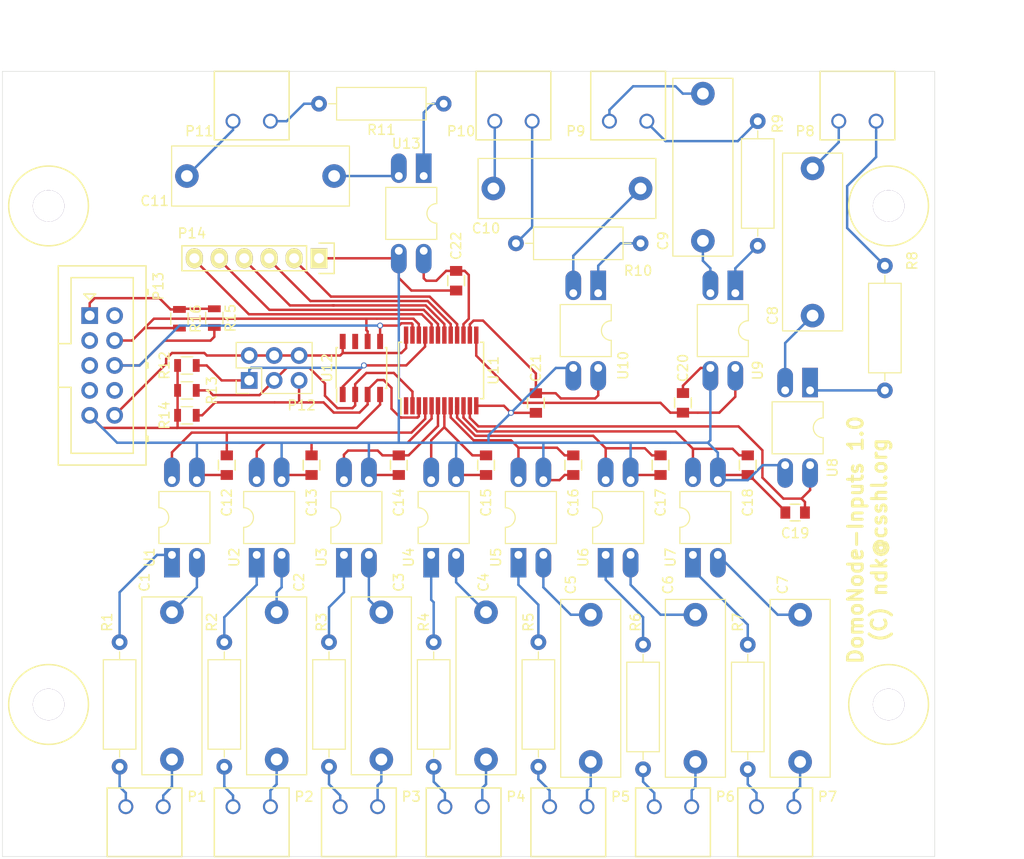
<source format=kicad_pcb>
(kicad_pcb (version 4) (host pcbnew 4.0.7-e2-6376~58~ubuntu16.04.1)

  (general
    (links 121)
    (no_connects 0)
    (area 135.422 19.652 248.134 111.071)
    (thickness 1.6)
    (drawings 3)
    (tracks 443)
    (zones 0)
    (modules 66)
    (nets 69)
  )

  (page A4)
  (layers
    (0 F.Cu signal)
    (31 B.Cu signal)
    (32 B.Adhes user)
    (33 F.Adhes user)
    (34 B.Paste user)
    (35 F.Paste user)
    (36 B.SilkS user)
    (37 F.SilkS user)
    (38 B.Mask user)
    (39 F.Mask user)
    (40 Dwgs.User user)
    (41 Cmts.User user)
    (42 Eco1.User user)
    (43 Eco2.User user)
    (44 Edge.Cuts user)
    (45 Margin user)
    (46 B.CrtYd user)
    (47 F.CrtYd user)
    (48 B.Fab user)
    (49 F.Fab user hide)
  )

  (setup
    (last_trace_width 0.25)
    (trace_clearance 0.2)
    (zone_clearance 0.508)
    (zone_45_only no)
    (trace_min 0.2)
    (segment_width 0.2)
    (edge_width 0.15)
    (via_size 0.6)
    (via_drill 0.4)
    (via_min_size 0.4)
    (via_min_drill 0.3)
    (uvia_size 0.3)
    (uvia_drill 0.1)
    (uvias_allowed no)
    (uvia_min_size 0.2)
    (uvia_min_drill 0.1)
    (pcb_text_width 0.3)
    (pcb_text_size 1.5 1.5)
    (mod_edge_width 0.15)
    (mod_text_size 1 1)
    (mod_text_width 0.15)
    (pad_size 1.524 1.524)
    (pad_drill 0.762)
    (pad_to_mask_clearance 0.2)
    (aux_axis_origin 0 0)
    (visible_elements FFFFEF7F)
    (pcbplotparams
      (layerselection 0x01030_80000001)
      (usegerberextensions false)
      (excludeedgelayer true)
      (linewidth 0.100000)
      (plotframeref false)
      (viasonmask false)
      (mode 1)
      (useauxorigin false)
      (hpglpennumber 1)
      (hpglpenspeed 20)
      (hpglpendiameter 15)
      (hpglpenoverlay 2)
      (psnegative false)
      (psa4output false)
      (plotreference true)
      (plotvalue true)
      (plotinvisibletext false)
      (padsonsilk false)
      (subtractmaskfromsilk false)
      (outputformat 1)
      (mirror false)
      (drillshape 0)
      (scaleselection 1)
      (outputdirectory ../../../../../Scrivania/DomoNode-Inputs/))
  )

  (net 0 "")
  (net 1 "Net-(C1-Pad1)")
  (net 2 "Net-(C1-Pad2)")
  (net 3 "Net-(C2-Pad1)")
  (net 4 "Net-(C2-Pad2)")
  (net 5 "Net-(C3-Pad1)")
  (net 6 "Net-(C3-Pad2)")
  (net 7 "Net-(C4-Pad1)")
  (net 8 "Net-(C4-Pad2)")
  (net 9 "Net-(C5-Pad1)")
  (net 10 "Net-(C5-Pad2)")
  (net 11 "Net-(C6-Pad1)")
  (net 12 "Net-(C6-Pad2)")
  (net 13 "Net-(C7-Pad1)")
  (net 14 "Net-(C7-Pad2)")
  (net 15 "Net-(C8-Pad1)")
  (net 16 "Net-(C8-Pad2)")
  (net 17 "Net-(R1-Pad1)")
  (net 18 "Net-(R2-Pad1)")
  (net 19 "Net-(R3-Pad1)")
  (net 20 "Net-(R4-Pad1)")
  (net 21 "Net-(R5-Pad1)")
  (net 22 "Net-(R6-Pad1)")
  (net 23 "Net-(R7-Pad1)")
  (net 24 "Net-(R8-Pad1)")
  (net 25 "Net-(P1-Pad2)")
  (net 26 "Net-(P2-Pad2)")
  (net 27 "Net-(P3-Pad2)")
  (net 28 "Net-(P4-Pad2)")
  (net 29 "Net-(P5-Pad2)")
  (net 30 "Net-(P6-Pad2)")
  (net 31 "Net-(P7-Pad2)")
  (net 32 "Net-(P8-Pad2)")
  (net 33 GND)
  (net 34 +3V3)
  (net 35 /SCL)
  (net 36 /SDA)
  (net 37 +5V)
  (net 38 /A0)
  (net 39 /A1)
  (net 40 /A2)
  (net 41 /IN1)
  (net 42 /IN2)
  (net 43 /IN3)
  (net 44 /IN4)
  (net 45 /IN5)
  (net 46 /IN6)
  (net 47 /IN7)
  (net 48 /IN8)
  (net 49 "Net-(C9-Pad1)")
  (net 50 "Net-(C9-Pad2)")
  (net 51 "Net-(C10-Pad1)")
  (net 52 "Net-(C10-Pad2)")
  (net 53 "Net-(P9-Pad2)")
  (net 54 "Net-(P10-Pad2)")
  (net 55 "Net-(R9-Pad1)")
  (net 56 "Net-(R10-Pad1)")
  (net 57 /IN9)
  (net 58 /IN10)
  (net 59 /IN11)
  (net 60 "Net-(C11-Pad1)")
  (net 61 "Net-(C11-Pad2)")
  (net 62 "Net-(P11-Pad2)")
  (net 63 "Net-(R11-Pad1)")
  (net 64 /LVIN1)
  (net 65 /LVIN2)
  (net 66 /LVIN3)
  (net 67 /LVIN4)
  (net 68 /LVIN5)

  (net_class Default "Questo è il gruppo di collegamenti predefinito"
    (clearance 0.2)
    (trace_width 0.25)
    (via_dia 0.6)
    (via_drill 0.4)
    (uvia_dia 0.3)
    (uvia_drill 0.1)
    (add_net +3V3)
    (add_net +5V)
    (add_net /A0)
    (add_net /A1)
    (add_net /A2)
    (add_net /IN1)
    (add_net /IN10)
    (add_net /IN11)
    (add_net /IN2)
    (add_net /IN3)
    (add_net /IN4)
    (add_net /IN5)
    (add_net /IN6)
    (add_net /IN7)
    (add_net /IN8)
    (add_net /IN9)
    (add_net /LVIN1)
    (add_net /LVIN2)
    (add_net /LVIN3)
    (add_net /LVIN4)
    (add_net /LVIN5)
    (add_net /SCL)
    (add_net /SDA)
    (add_net GND)
    (add_net "Net-(C1-Pad1)")
    (add_net "Net-(C10-Pad1)")
    (add_net "Net-(C11-Pad1)")
    (add_net "Net-(C2-Pad1)")
    (add_net "Net-(C3-Pad1)")
    (add_net "Net-(C4-Pad1)")
    (add_net "Net-(C5-Pad1)")
    (add_net "Net-(C6-Pad1)")
    (add_net "Net-(C7-Pad1)")
    (add_net "Net-(C8-Pad1)")
    (add_net "Net-(C9-Pad1)")
    (add_net "Net-(R1-Pad1)")
    (add_net "Net-(R10-Pad1)")
    (add_net "Net-(R11-Pad1)")
    (add_net "Net-(R2-Pad1)")
    (add_net "Net-(R3-Pad1)")
    (add_net "Net-(R4-Pad1)")
    (add_net "Net-(R5-Pad1)")
    (add_net "Net-(R6-Pad1)")
    (add_net "Net-(R7-Pad1)")
    (add_net "Net-(R8-Pad1)")
    (add_net "Net-(R9-Pad1)")
  )

  (net_class 220V ""
    (clearance 2.5)
    (trace_width 0.25)
    (via_dia 0.6)
    (via_drill 0.4)
    (uvia_dia 0.3)
    (uvia_drill 0.1)
    (add_net "Net-(C1-Pad2)")
    (add_net "Net-(C10-Pad2)")
    (add_net "Net-(C11-Pad2)")
    (add_net "Net-(C2-Pad2)")
    (add_net "Net-(C3-Pad2)")
    (add_net "Net-(C4-Pad2)")
    (add_net "Net-(C5-Pad2)")
    (add_net "Net-(C6-Pad2)")
    (add_net "Net-(C7-Pad2)")
    (add_net "Net-(C8-Pad2)")
    (add_net "Net-(C9-Pad2)")
    (add_net "Net-(P1-Pad2)")
    (add_net "Net-(P10-Pad2)")
    (add_net "Net-(P11-Pad2)")
    (add_net "Net-(P2-Pad2)")
    (add_net "Net-(P3-Pad2)")
    (add_net "Net-(P4-Pad2)")
    (add_net "Net-(P5-Pad2)")
    (add_net "Net-(P6-Pad2)")
    (add_net "Net-(P7-Pad2)")
    (add_net "Net-(P8-Pad2)")
    (add_net "Net-(P9-Pad2)")
  )

  (module Capacitors_SMD:C_0805 (layer F.Cu) (tedit 5415D6EA) (tstamp 5AF16461)
    (at 171.704 66.548 270)
    (descr "Capacitor SMD 0805, reflow soldering, AVX (see smccp.pdf)")
    (tags "capacitor 0805")
    (path /5AF164CB)
    (attr smd)
    (fp_text reference C13 (at 3.81 0 270) (layer F.SilkS)
      (effects (font (size 1 1) (thickness 0.15)))
    )
    (fp_text value C (at 0 2.1 270) (layer F.Fab)
      (effects (font (size 1 1) (thickness 0.15)))
    )
    (fp_line (start -1.8 -1) (end 1.8 -1) (layer F.CrtYd) (width 0.05))
    (fp_line (start -1.8 1) (end 1.8 1) (layer F.CrtYd) (width 0.05))
    (fp_line (start -1.8 -1) (end -1.8 1) (layer F.CrtYd) (width 0.05))
    (fp_line (start 1.8 -1) (end 1.8 1) (layer F.CrtYd) (width 0.05))
    (fp_line (start 0.5 -0.85) (end -0.5 -0.85) (layer F.SilkS) (width 0.15))
    (fp_line (start -0.5 0.85) (end 0.5 0.85) (layer F.SilkS) (width 0.15))
    (pad 1 smd rect (at -1 0 270) (size 1 1.25) (layers F.Cu F.Paste F.Mask)
      (net 42 /IN2))
    (pad 2 smd rect (at 1 0 270) (size 1 1.25) (layers F.Cu F.Paste F.Mask)
      (net 33 GND))
    (model Capacitors_SMD.3dshapes/C_0805.wrl
      (at (xyz 0 0 0))
      (scale (xyz 1 1 1))
      (rotate (xyz 0 0 0))
    )
  )

  (module "AAA mie lib verificate:DIP-4_W7.62mm_e_SOT-4" (layer F.Cu) (tedit 5A6DAABE) (tstamp 5A6635DF)
    (at 166.116 75.692 90)
    (descr "4-lead though-hole mounted DIP package, row spacing 7.62 mm (300 mils)")
    (tags "THT DIP DIL PDIP 2.54mm 7.62mm 300mil")
    (path /5A66321C)
    (fp_text reference U2 (at -0.254 -2.286 90) (layer F.SilkS)
      (effects (font (size 1 1) (thickness 0.15)))
    )
    (fp_text value TLP620 (at 3.81 4.87 90) (layer F.Fab) hide
      (effects (font (size 1 1) (thickness 0.15)))
    )
    (fp_arc (start 3.81 -1.33) (end 2.81 -1.33) (angle -180) (layer F.SilkS) (width 0.12))
    (fp_line (start 1.635 -1.27) (end 6.985 -1.27) (layer F.Fab) (width 0.1))
    (fp_line (start 6.985 -1.27) (end 6.985 3.81) (layer F.Fab) (width 0.1))
    (fp_line (start 6.985 3.81) (end 0.635 3.81) (layer F.Fab) (width 0.1))
    (fp_line (start 0.635 3.81) (end 0.635 -0.27) (layer F.Fab) (width 0.1))
    (fp_line (start 0.635 -0.27) (end 1.635 -1.27) (layer F.Fab) (width 0.1))
    (fp_line (start 2.81 -1.33) (end 1.16 -1.33) (layer F.SilkS) (width 0.12))
    (fp_line (start 1.16 -1.33) (end 1.16 3.87) (layer F.SilkS) (width 0.12))
    (fp_line (start 1.16 3.87) (end 6.46 3.87) (layer F.SilkS) (width 0.12))
    (fp_line (start 6.46 3.87) (end 6.46 -1.33) (layer F.SilkS) (width 0.12))
    (fp_line (start 6.46 -1.33) (end 4.81 -1.33) (layer F.SilkS) (width 0.12))
    (fp_line (start -1.1 -1.55) (end -1.1 4.1) (layer F.CrtYd) (width 0.05))
    (fp_line (start -1.1 4.1) (end 8.7 4.1) (layer F.CrtYd) (width 0.05))
    (fp_line (start 8.7 4.1) (end 8.7 -1.55) (layer F.CrtYd) (width 0.05))
    (fp_line (start 8.7 -1.55) (end -1.1 -1.55) (layer F.CrtYd) (width 0.05))
    (fp_text user %R (at 3.81 1.27 90) (layer F.Fab)
      (effects (font (size 1 1) (thickness 0.15)))
    )
    (pad 1 thru_hole rect (at 0 0 90) (size 3 1.6) (drill 0.8 (offset -0.8 0)) (layers *.Cu *.Mask)
      (net 18 "Net-(R2-Pad1)"))
    (pad 3 thru_hole oval (at 7.62 2.54 90) (size 3 1.6) (drill 0.8 (offset 0.8 0)) (layers *.Cu *.Mask)
      (net 33 GND))
    (pad 2 thru_hole oval (at 0 2.54 90) (size 3 1.6) (drill 0.8 (offset -0.8 0)) (layers *.Cu *.Mask)
      (net 3 "Net-(C2-Pad1)"))
    (pad 4 thru_hole oval (at 7.62 0 90) (size 3 1.6) (drill 0.8 (offset 0.8 0)) (layers *.Cu *.Mask)
      (net 42 /IN2))
    (model ${KISYS3DMOD}/Housings_DIP.3dshapes/DIP-4_W7.62mm.wrl
      (at (xyz 0 0 0))
      (scale (xyz 1 1 1))
      (rotate (xyz 0 0 0))
    )
  )

  (module "AAA mie lib verificate:Enclosure_DIN_6p" locked (layer F.Cu) (tedit 5A25944A) (tstamp 5A663874)
    (at 140.208 106.426)
    (descr "PCB outline for DIN enclosure, 6 modules")
    (tags "PCB outline for DIN enclosure, 6 modules")
    (fp_text reference BOX (at 0 0) (layer F.SilkS) hide
      (effects (font (thickness 0.15)))
    )
    (fp_text value "" (at 0 0) (layer F.SilkS)
      (effects (font (thickness 0.15)))
    )
    (fp_circle (center 90.297 -15.494) (end 94.361 -15.494) (layer F.SilkS) (width 0.15))
    (fp_circle (center 90.297 -66.294) (end 94.361 -66.294) (layer F.SilkS) (width 0.15))
    (fp_circle (center 4.699 -66.294) (end 4.699 -62.23) (layer F.SilkS) (width 0.15))
    (fp_circle (center 4.699 -15.494) (end 8.763 -15.621) (layer F.SilkS) (width 0.15))
    (fp_line (start 0 -80) (end 95 -80) (layer Edge.Cuts) (width 0.05))
    (fp_line (start 0 0) (end 95 0) (layer Edge.Cuts) (width 0.05))
    (fp_line (start 0 0) (end 0 -80) (layer Edge.Cuts) (width 0.05))
    (fp_line (start 95 -80) (end 95 0) (layer Edge.Cuts) (width 0.05))
    (pad 1 thru_hole circle (at 4.699 -66.294) (size 3.2 3.2) (drill 3.2) (layers *.Cu *.Mask))
    (pad 2 thru_hole circle (at 4.699 -15.494) (size 3.2 3.2) (drill 3.2) (layers *.Cu *.Mask))
    (pad 3 thru_hole circle (at 90.297 -15.494) (size 3.2 3.2) (drill 3.2) (layers *.Cu *.Mask))
    (pad 4 thru_hole circle (at 90.297 -66.294) (size 3.2 3.2) (drill 3.2) (layers *.Cu *.Mask))
  )

  (module Resistors_ThroughHole:R_Axial_DIN0309_L9.0mm_D3.2mm_P12.70mm_Horizontal (layer F.Cu) (tedit 5A6DAA04) (tstamp 5A6CDA0E)
    (at 217.17 44.196 90)
    (descr "Resistor, Axial_DIN0309 series, Axial, Horizontal, pin pitch=12.7mm, 0.5W = 1/2W, length*diameter=9*3.2mm^2, http://cdn-reichelt.de/documents/datenblatt/B400/1_4W%23YAG.pdf")
    (tags "Resistor Axial_DIN0309 series Axial Horizontal pin pitch 12.7mm 0.5W = 1/2W length 9mm diameter 3.2mm")
    (path /5A6CD25D)
    (fp_text reference R9 (at 12.446 2.032 90) (layer F.SilkS)
      (effects (font (size 1 1) (thickness 0.15)))
    )
    (fp_text value R (at 6.35 2.66 90) (layer F.Fab)
      (effects (font (size 1 1) (thickness 0.15)))
    )
    (fp_line (start 1.85 -1.6) (end 1.85 1.6) (layer F.Fab) (width 0.1))
    (fp_line (start 1.85 1.6) (end 10.85 1.6) (layer F.Fab) (width 0.1))
    (fp_line (start 10.85 1.6) (end 10.85 -1.6) (layer F.Fab) (width 0.1))
    (fp_line (start 10.85 -1.6) (end 1.85 -1.6) (layer F.Fab) (width 0.1))
    (fp_line (start 0 0) (end 1.85 0) (layer F.Fab) (width 0.1))
    (fp_line (start 12.7 0) (end 10.85 0) (layer F.Fab) (width 0.1))
    (fp_line (start 1.79 -1.66) (end 1.79 1.66) (layer F.SilkS) (width 0.12))
    (fp_line (start 1.79 1.66) (end 10.91 1.66) (layer F.SilkS) (width 0.12))
    (fp_line (start 10.91 1.66) (end 10.91 -1.66) (layer F.SilkS) (width 0.12))
    (fp_line (start 10.91 -1.66) (end 1.79 -1.66) (layer F.SilkS) (width 0.12))
    (fp_line (start 0.98 0) (end 1.79 0) (layer F.SilkS) (width 0.12))
    (fp_line (start 11.72 0) (end 10.91 0) (layer F.SilkS) (width 0.12))
    (fp_line (start -1.05 -1.95) (end -1.05 1.95) (layer F.CrtYd) (width 0.05))
    (fp_line (start -1.05 1.95) (end 13.75 1.95) (layer F.CrtYd) (width 0.05))
    (fp_line (start 13.75 1.95) (end 13.75 -1.95) (layer F.CrtYd) (width 0.05))
    (fp_line (start 13.75 -1.95) (end -1.05 -1.95) (layer F.CrtYd) (width 0.05))
    (pad 1 thru_hole circle (at 0 0 90) (size 1.6 1.6) (drill 0.8) (layers *.Cu *.Mask)
      (net 55 "Net-(R9-Pad1)"))
    (pad 2 thru_hole oval (at 12.7 0 90) (size 1.6 1.6) (drill 0.8) (layers *.Cu *.Mask)
      (net 53 "Net-(P9-Pad2)"))
    (model ${KISYS3DMOD}/Resistors_THT.3dshapes/R_Axial_DIN0309_L9.0mm_D3.2mm_P12.70mm_Horizontal.wrl
      (at (xyz 0 0 0))
      (scale (xyz 0.393701 0.393701 0.393701))
      (rotate (xyz 0 0 0))
    )
  )

  (module Pin_Headers:Pin_Header_Straight_2x03_Pitch2.54mm (layer F.Cu) (tedit 5A6DAB7F) (tstamp 5A678BFC)
    (at 165.354 57.912 90)
    (descr "Through hole straight pin header, 2x03, 2.54mm pitch, double rows")
    (tags "Through hole pin header THT 2x03 2.54mm double row")
    (path /5A67A6B6)
    (fp_text reference P12 (at -2.54 5.334 180) (layer F.SilkS)
      (effects (font (size 1 1) (thickness 0.15)))
    )
    (fp_text value CONN_02X03 (at 1.27 7.41 90) (layer F.Fab) hide
      (effects (font (size 1 1) (thickness 0.15)))
    )
    (fp_line (start 0 -1.27) (end 3.81 -1.27) (layer F.Fab) (width 0.1))
    (fp_line (start 3.81 -1.27) (end 3.81 6.35) (layer F.Fab) (width 0.1))
    (fp_line (start 3.81 6.35) (end -1.27 6.35) (layer F.Fab) (width 0.1))
    (fp_line (start -1.27 6.35) (end -1.27 0) (layer F.Fab) (width 0.1))
    (fp_line (start -1.27 0) (end 0 -1.27) (layer F.Fab) (width 0.1))
    (fp_line (start -1.33 6.41) (end 3.87 6.41) (layer F.SilkS) (width 0.12))
    (fp_line (start -1.33 1.27) (end -1.33 6.41) (layer F.SilkS) (width 0.12))
    (fp_line (start 3.87 -1.33) (end 3.87 6.41) (layer F.SilkS) (width 0.12))
    (fp_line (start -1.33 1.27) (end 1.27 1.27) (layer F.SilkS) (width 0.12))
    (fp_line (start 1.27 1.27) (end 1.27 -1.33) (layer F.SilkS) (width 0.12))
    (fp_line (start 1.27 -1.33) (end 3.87 -1.33) (layer F.SilkS) (width 0.12))
    (fp_line (start -1.33 0) (end -1.33 -1.33) (layer F.SilkS) (width 0.12))
    (fp_line (start -1.33 -1.33) (end 0 -1.33) (layer F.SilkS) (width 0.12))
    (fp_line (start -1.8 -1.8) (end -1.8 6.85) (layer F.CrtYd) (width 0.05))
    (fp_line (start -1.8 6.85) (end 4.35 6.85) (layer F.CrtYd) (width 0.05))
    (fp_line (start 4.35 6.85) (end 4.35 -1.8) (layer F.CrtYd) (width 0.05))
    (fp_line (start 4.35 -1.8) (end -1.8 -1.8) (layer F.CrtYd) (width 0.05))
    (fp_text user %R (at 1.27 2.54 180) (layer F.Fab)
      (effects (font (size 1 1) (thickness 0.15)))
    )
    (pad 1 thru_hole rect (at 0 0 90) (size 1.7 1.7) (drill 1) (layers *.Cu *.Mask)
      (net 38 /A0))
    (pad 2 thru_hole oval (at 2.54 0 90) (size 1.7 1.7) (drill 1) (layers *.Cu *.Mask)
      (net 37 +5V))
    (pad 3 thru_hole oval (at 0 2.54 90) (size 1.7 1.7) (drill 1) (layers *.Cu *.Mask)
      (net 39 /A1))
    (pad 4 thru_hole oval (at 2.54 2.54 90) (size 1.7 1.7) (drill 1) (layers *.Cu *.Mask)
      (net 37 +5V))
    (pad 5 thru_hole oval (at 0 5.08 90) (size 1.7 1.7) (drill 1) (layers *.Cu *.Mask)
      (net 40 /A2))
    (pad 6 thru_hole oval (at 2.54 5.08 90) (size 1.7 1.7) (drill 1) (layers *.Cu *.Mask)
      (net 37 +5V))
    (model ${KISYS3DMOD}/Pin_Headers.3dshapes/Pin_Header_Straight_2x03_Pitch2.54mm.wrl
      (at (xyz 0 0 0))
      (scale (xyz 1 1 1))
      (rotate (xyz 0 0 0))
    )
  )

  (module Capacitors_ThroughHole:C_Rect_L18.0mm_W6.0mm_P15.00mm_FKS3_FKP3 (layer F.Cu) (tedit 5A6DAADD) (tstamp 5A6634B5)
    (at 157.48 81.534 270)
    (descr "C, Rect series, Radial, pin pitch=15.00mm, , length*width=18*6mm^2, Capacitor, http://www.wima.com/EN/WIMA_FKS_3.pdf")
    (tags "C Rect series Radial pin pitch 15.00mm  length 18mm width 6mm Capacitor")
    (path /5A662FA6)
    (fp_text reference C1 (at -3.048 2.794 270) (layer F.SilkS)
      (effects (font (size 1 1) (thickness 0.15)))
    )
    (fp_text value C (at 7.5 4.31 270) (layer F.Fab)
      (effects (font (size 1 1) (thickness 0.15)))
    )
    (fp_line (start -1.5 -3) (end -1.5 3) (layer F.Fab) (width 0.1))
    (fp_line (start -1.5 3) (end 16.5 3) (layer F.Fab) (width 0.1))
    (fp_line (start 16.5 3) (end 16.5 -3) (layer F.Fab) (width 0.1))
    (fp_line (start 16.5 -3) (end -1.5 -3) (layer F.Fab) (width 0.1))
    (fp_line (start -1.56 -3.06) (end 16.56 -3.06) (layer F.SilkS) (width 0.12))
    (fp_line (start -1.56 3.06) (end 16.56 3.06) (layer F.SilkS) (width 0.12))
    (fp_line (start -1.56 -3.06) (end -1.56 3.06) (layer F.SilkS) (width 0.12))
    (fp_line (start 16.56 -3.06) (end 16.56 3.06) (layer F.SilkS) (width 0.12))
    (fp_line (start -1.85 -3.35) (end -1.85 3.35) (layer F.CrtYd) (width 0.05))
    (fp_line (start -1.85 3.35) (end 16.85 3.35) (layer F.CrtYd) (width 0.05))
    (fp_line (start 16.85 3.35) (end 16.85 -3.35) (layer F.CrtYd) (width 0.05))
    (fp_line (start 16.85 -3.35) (end -1.85 -3.35) (layer F.CrtYd) (width 0.05))
    (fp_text user %R (at 7.5 0 270) (layer F.Fab)
      (effects (font (size 1 1) (thickness 0.15)))
    )
    (pad 1 thru_hole circle (at 0 0 270) (size 2.4 2.4) (drill 1.2) (layers *.Cu *.Mask)
      (net 1 "Net-(C1-Pad1)"))
    (pad 2 thru_hole circle (at 15 0 270) (size 2.4 2.4) (drill 1.2) (layers *.Cu *.Mask)
      (net 2 "Net-(C1-Pad2)"))
    (model ${KISYS3DMOD}/Capacitors_THT.3dshapes/C_Rect_L18.0mm_W6.0mm_P15.00mm_FKS3_FKP3.wrl
      (at (xyz 0 0 0))
      (scale (xyz 1 1 1))
      (rotate (xyz 0 0 0))
    )
  )

  (module Capacitors_ThroughHole:C_Rect_L18.0mm_W6.0mm_P15.00mm_FKS3_FKP3 (layer F.Cu) (tedit 5A6DAAF1) (tstamp 5A6634BB)
    (at 168.148 81.534 270)
    (descr "C, Rect series, Radial, pin pitch=15.00mm, , length*width=18*6mm^2, Capacitor, http://www.wima.com/EN/WIMA_FKS_3.pdf")
    (tags "C Rect series Radial pin pitch 15.00mm  length 18mm width 6mm Capacitor")
    (path /5A663216)
    (fp_text reference C2 (at -3.048 -2.286 270) (layer F.SilkS)
      (effects (font (size 1 1) (thickness 0.15)))
    )
    (fp_text value C (at 7.5 4.31 270) (layer F.Fab)
      (effects (font (size 1 1) (thickness 0.15)))
    )
    (fp_line (start -1.5 -3) (end -1.5 3) (layer F.Fab) (width 0.1))
    (fp_line (start -1.5 3) (end 16.5 3) (layer F.Fab) (width 0.1))
    (fp_line (start 16.5 3) (end 16.5 -3) (layer F.Fab) (width 0.1))
    (fp_line (start 16.5 -3) (end -1.5 -3) (layer F.Fab) (width 0.1))
    (fp_line (start -1.56 -3.06) (end 16.56 -3.06) (layer F.SilkS) (width 0.12))
    (fp_line (start -1.56 3.06) (end 16.56 3.06) (layer F.SilkS) (width 0.12))
    (fp_line (start -1.56 -3.06) (end -1.56 3.06) (layer F.SilkS) (width 0.12))
    (fp_line (start 16.56 -3.06) (end 16.56 3.06) (layer F.SilkS) (width 0.12))
    (fp_line (start -1.85 -3.35) (end -1.85 3.35) (layer F.CrtYd) (width 0.05))
    (fp_line (start -1.85 3.35) (end 16.85 3.35) (layer F.CrtYd) (width 0.05))
    (fp_line (start 16.85 3.35) (end 16.85 -3.35) (layer F.CrtYd) (width 0.05))
    (fp_line (start 16.85 -3.35) (end -1.85 -3.35) (layer F.CrtYd) (width 0.05))
    (fp_text user %R (at 7.5 0 270) (layer F.Fab)
      (effects (font (size 1 1) (thickness 0.15)))
    )
    (pad 1 thru_hole circle (at 0 0 270) (size 2.4 2.4) (drill 1.2) (layers *.Cu *.Mask)
      (net 3 "Net-(C2-Pad1)"))
    (pad 2 thru_hole circle (at 15 0 270) (size 2.4 2.4) (drill 1.2) (layers *.Cu *.Mask)
      (net 4 "Net-(C2-Pad2)"))
    (model ${KISYS3DMOD}/Capacitors_THT.3dshapes/C_Rect_L18.0mm_W6.0mm_P15.00mm_FKS3_FKP3.wrl
      (at (xyz 0 0 0))
      (scale (xyz 1 1 1))
      (rotate (xyz 0 0 0))
    )
  )

  (module Capacitors_ThroughHole:C_Rect_L18.0mm_W6.0mm_P15.00mm_FKS3_FKP3 (layer F.Cu) (tedit 5A6DAB38) (tstamp 5A6634C1)
    (at 178.816 81.534 270)
    (descr "C, Rect series, Radial, pin pitch=15.00mm, , length*width=18*6mm^2, Capacitor, http://www.wima.com/EN/WIMA_FKS_3.pdf")
    (tags "C Rect series Radial pin pitch 15.00mm  length 18mm width 6mm Capacitor")
    (path /5A66335C)
    (fp_text reference C3 (at -3.048 -1.778 270) (layer F.SilkS)
      (effects (font (size 1 1) (thickness 0.15)))
    )
    (fp_text value C (at 7.5 4.31 270) (layer F.Fab)
      (effects (font (size 1 1) (thickness 0.15)))
    )
    (fp_line (start -1.5 -3) (end -1.5 3) (layer F.Fab) (width 0.1))
    (fp_line (start -1.5 3) (end 16.5 3) (layer F.Fab) (width 0.1))
    (fp_line (start 16.5 3) (end 16.5 -3) (layer F.Fab) (width 0.1))
    (fp_line (start 16.5 -3) (end -1.5 -3) (layer F.Fab) (width 0.1))
    (fp_line (start -1.56 -3.06) (end 16.56 -3.06) (layer F.SilkS) (width 0.12))
    (fp_line (start -1.56 3.06) (end 16.56 3.06) (layer F.SilkS) (width 0.12))
    (fp_line (start -1.56 -3.06) (end -1.56 3.06) (layer F.SilkS) (width 0.12))
    (fp_line (start 16.56 -3.06) (end 16.56 3.06) (layer F.SilkS) (width 0.12))
    (fp_line (start -1.85 -3.35) (end -1.85 3.35) (layer F.CrtYd) (width 0.05))
    (fp_line (start -1.85 3.35) (end 16.85 3.35) (layer F.CrtYd) (width 0.05))
    (fp_line (start 16.85 3.35) (end 16.85 -3.35) (layer F.CrtYd) (width 0.05))
    (fp_line (start 16.85 -3.35) (end -1.85 -3.35) (layer F.CrtYd) (width 0.05))
    (fp_text user %R (at 7.5 0 270) (layer F.Fab)
      (effects (font (size 1 1) (thickness 0.15)))
    )
    (pad 1 thru_hole circle (at 0 0 270) (size 2.4 2.4) (drill 1.2) (layers *.Cu *.Mask)
      (net 5 "Net-(C3-Pad1)"))
    (pad 2 thru_hole circle (at 15 0 270) (size 2.4 2.4) (drill 1.2) (layers *.Cu *.Mask)
      (net 6 "Net-(C3-Pad2)"))
    (model ${KISYS3DMOD}/Capacitors_THT.3dshapes/C_Rect_L18.0mm_W6.0mm_P15.00mm_FKS3_FKP3.wrl
      (at (xyz 0 0 0))
      (scale (xyz 1 1 1))
      (rotate (xyz 0 0 0))
    )
  )

  (module Capacitors_ThroughHole:C_Rect_L18.0mm_W6.0mm_P15.00mm_FKS3_FKP3 (layer F.Cu) (tedit 5A6DAB44) (tstamp 5A6634C7)
    (at 189.484 81.534 270)
    (descr "C, Rect series, Radial, pin pitch=15.00mm, , length*width=18*6mm^2, Capacitor, http://www.wima.com/EN/WIMA_FKS_3.pdf")
    (tags "C Rect series Radial pin pitch 15.00mm  length 18mm width 6mm Capacitor")
    (path /5A66337A)
    (fp_text reference C4 (at -3.048 0.254 270) (layer F.SilkS)
      (effects (font (size 1 1) (thickness 0.15)))
    )
    (fp_text value C (at 7.5 4.31 270) (layer F.Fab)
      (effects (font (size 1 1) (thickness 0.15)))
    )
    (fp_line (start -1.5 -3) (end -1.5 3) (layer F.Fab) (width 0.1))
    (fp_line (start -1.5 3) (end 16.5 3) (layer F.Fab) (width 0.1))
    (fp_line (start 16.5 3) (end 16.5 -3) (layer F.Fab) (width 0.1))
    (fp_line (start 16.5 -3) (end -1.5 -3) (layer F.Fab) (width 0.1))
    (fp_line (start -1.56 -3.06) (end 16.56 -3.06) (layer F.SilkS) (width 0.12))
    (fp_line (start -1.56 3.06) (end 16.56 3.06) (layer F.SilkS) (width 0.12))
    (fp_line (start -1.56 -3.06) (end -1.56 3.06) (layer F.SilkS) (width 0.12))
    (fp_line (start 16.56 -3.06) (end 16.56 3.06) (layer F.SilkS) (width 0.12))
    (fp_line (start -1.85 -3.35) (end -1.85 3.35) (layer F.CrtYd) (width 0.05))
    (fp_line (start -1.85 3.35) (end 16.85 3.35) (layer F.CrtYd) (width 0.05))
    (fp_line (start 16.85 3.35) (end 16.85 -3.35) (layer F.CrtYd) (width 0.05))
    (fp_line (start 16.85 -3.35) (end -1.85 -3.35) (layer F.CrtYd) (width 0.05))
    (fp_text user %R (at 7.5 0 270) (layer F.Fab)
      (effects (font (size 1 1) (thickness 0.15)))
    )
    (pad 1 thru_hole circle (at 0 0 270) (size 2.4 2.4) (drill 1.2) (layers *.Cu *.Mask)
      (net 7 "Net-(C4-Pad1)"))
    (pad 2 thru_hole circle (at 15 0 270) (size 2.4 2.4) (drill 1.2) (layers *.Cu *.Mask)
      (net 8 "Net-(C4-Pad2)"))
    (model ${KISYS3DMOD}/Capacitors_THT.3dshapes/C_Rect_L18.0mm_W6.0mm_P15.00mm_FKS3_FKP3.wrl
      (at (xyz 0 0 0))
      (scale (xyz 1 1 1))
      (rotate (xyz 0 0 0))
    )
  )

  (module Capacitors_ThroughHole:C_Rect_L18.0mm_W6.0mm_P15.00mm_FKS3_FKP3 (layer F.Cu) (tedit 5A6DAB4F) (tstamp 5A6634CD)
    (at 200.152 81.788 270)
    (descr "C, Rect series, Radial, pin pitch=15.00mm, , length*width=18*6mm^2, Capacitor, http://www.wima.com/EN/WIMA_FKS_3.pdf")
    (tags "C Rect series Radial pin pitch 15.00mm  length 18mm width 6mm Capacitor")
    (path /5A663618)
    (fp_text reference C5 (at -3.048 2.032 270) (layer F.SilkS)
      (effects (font (size 1 1) (thickness 0.15)))
    )
    (fp_text value C (at 7.5 4.31 270) (layer F.Fab)
      (effects (font (size 1 1) (thickness 0.15)))
    )
    (fp_line (start -1.5 -3) (end -1.5 3) (layer F.Fab) (width 0.1))
    (fp_line (start -1.5 3) (end 16.5 3) (layer F.Fab) (width 0.1))
    (fp_line (start 16.5 3) (end 16.5 -3) (layer F.Fab) (width 0.1))
    (fp_line (start 16.5 -3) (end -1.5 -3) (layer F.Fab) (width 0.1))
    (fp_line (start -1.56 -3.06) (end 16.56 -3.06) (layer F.SilkS) (width 0.12))
    (fp_line (start -1.56 3.06) (end 16.56 3.06) (layer F.SilkS) (width 0.12))
    (fp_line (start -1.56 -3.06) (end -1.56 3.06) (layer F.SilkS) (width 0.12))
    (fp_line (start 16.56 -3.06) (end 16.56 3.06) (layer F.SilkS) (width 0.12))
    (fp_line (start -1.85 -3.35) (end -1.85 3.35) (layer F.CrtYd) (width 0.05))
    (fp_line (start -1.85 3.35) (end 16.85 3.35) (layer F.CrtYd) (width 0.05))
    (fp_line (start 16.85 3.35) (end 16.85 -3.35) (layer F.CrtYd) (width 0.05))
    (fp_line (start 16.85 -3.35) (end -1.85 -3.35) (layer F.CrtYd) (width 0.05))
    (fp_text user %R (at 7.5 0 270) (layer F.Fab)
      (effects (font (size 1 1) (thickness 0.15)))
    )
    (pad 1 thru_hole circle (at 0 0 270) (size 2.4 2.4) (drill 1.2) (layers *.Cu *.Mask)
      (net 9 "Net-(C5-Pad1)"))
    (pad 2 thru_hole circle (at 15 0 270) (size 2.4 2.4) (drill 1.2) (layers *.Cu *.Mask)
      (net 10 "Net-(C5-Pad2)"))
    (model ${KISYS3DMOD}/Capacitors_THT.3dshapes/C_Rect_L18.0mm_W6.0mm_P15.00mm_FKS3_FKP3.wrl
      (at (xyz 0 0 0))
      (scale (xyz 1 1 1))
      (rotate (xyz 0 0 0))
    )
  )

  (module Capacitors_ThroughHole:C_Rect_L18.0mm_W6.0mm_P15.00mm_FKS3_FKP3 (layer F.Cu) (tedit 5A6DAB5B) (tstamp 5A6634D3)
    (at 210.82 81.788 270)
    (descr "C, Rect series, Radial, pin pitch=15.00mm, , length*width=18*6mm^2, Capacitor, http://www.wima.com/EN/WIMA_FKS_3.pdf")
    (tags "C Rect series Radial pin pitch 15.00mm  length 18mm width 6mm Capacitor")
    (path /5A663636)
    (fp_text reference C6 (at -3.048 2.794 270) (layer F.SilkS)
      (effects (font (size 1 1) (thickness 0.15)))
    )
    (fp_text value C (at 7.5 4.31 270) (layer F.Fab)
      (effects (font (size 1 1) (thickness 0.15)))
    )
    (fp_line (start -1.5 -3) (end -1.5 3) (layer F.Fab) (width 0.1))
    (fp_line (start -1.5 3) (end 16.5 3) (layer F.Fab) (width 0.1))
    (fp_line (start 16.5 3) (end 16.5 -3) (layer F.Fab) (width 0.1))
    (fp_line (start 16.5 -3) (end -1.5 -3) (layer F.Fab) (width 0.1))
    (fp_line (start -1.56 -3.06) (end 16.56 -3.06) (layer F.SilkS) (width 0.12))
    (fp_line (start -1.56 3.06) (end 16.56 3.06) (layer F.SilkS) (width 0.12))
    (fp_line (start -1.56 -3.06) (end -1.56 3.06) (layer F.SilkS) (width 0.12))
    (fp_line (start 16.56 -3.06) (end 16.56 3.06) (layer F.SilkS) (width 0.12))
    (fp_line (start -1.85 -3.35) (end -1.85 3.35) (layer F.CrtYd) (width 0.05))
    (fp_line (start -1.85 3.35) (end 16.85 3.35) (layer F.CrtYd) (width 0.05))
    (fp_line (start 16.85 3.35) (end 16.85 -3.35) (layer F.CrtYd) (width 0.05))
    (fp_line (start 16.85 -3.35) (end -1.85 -3.35) (layer F.CrtYd) (width 0.05))
    (fp_text user %R (at 7.5 0 270) (layer F.Fab)
      (effects (font (size 1 1) (thickness 0.15)))
    )
    (pad 1 thru_hole circle (at 0 0 270) (size 2.4 2.4) (drill 1.2) (layers *.Cu *.Mask)
      (net 11 "Net-(C6-Pad1)"))
    (pad 2 thru_hole circle (at 15 0 270) (size 2.4 2.4) (drill 1.2) (layers *.Cu *.Mask)
      (net 12 "Net-(C6-Pad2)"))
    (model ${KISYS3DMOD}/Capacitors_THT.3dshapes/C_Rect_L18.0mm_W6.0mm_P15.00mm_FKS3_FKP3.wrl
      (at (xyz 0 0 0))
      (scale (xyz 1 1 1))
      (rotate (xyz 0 0 0))
    )
  )

  (module Capacitors_ThroughHole:C_Rect_L18.0mm_W6.0mm_P15.00mm_FKS3_FKP3 (layer F.Cu) (tedit 5A6DAB6A) (tstamp 5A6634D9)
    (at 221.488 81.788 270)
    (descr "C, Rect series, Radial, pin pitch=15.00mm, , length*width=18*6mm^2, Capacitor, http://www.wima.com/EN/WIMA_FKS_3.pdf")
    (tags "C Rect series Radial pin pitch 15.00mm  length 18mm width 6mm Capacitor")
    (path /5A663654)
    (fp_text reference C7 (at -3.048 1.778 270) (layer F.SilkS)
      (effects (font (size 1 1) (thickness 0.15)))
    )
    (fp_text value C (at 7.5 4.31 270) (layer F.Fab)
      (effects (font (size 1 1) (thickness 0.15)))
    )
    (fp_line (start -1.5 -3) (end -1.5 3) (layer F.Fab) (width 0.1))
    (fp_line (start -1.5 3) (end 16.5 3) (layer F.Fab) (width 0.1))
    (fp_line (start 16.5 3) (end 16.5 -3) (layer F.Fab) (width 0.1))
    (fp_line (start 16.5 -3) (end -1.5 -3) (layer F.Fab) (width 0.1))
    (fp_line (start -1.56 -3.06) (end 16.56 -3.06) (layer F.SilkS) (width 0.12))
    (fp_line (start -1.56 3.06) (end 16.56 3.06) (layer F.SilkS) (width 0.12))
    (fp_line (start -1.56 -3.06) (end -1.56 3.06) (layer F.SilkS) (width 0.12))
    (fp_line (start 16.56 -3.06) (end 16.56 3.06) (layer F.SilkS) (width 0.12))
    (fp_line (start -1.85 -3.35) (end -1.85 3.35) (layer F.CrtYd) (width 0.05))
    (fp_line (start -1.85 3.35) (end 16.85 3.35) (layer F.CrtYd) (width 0.05))
    (fp_line (start 16.85 3.35) (end 16.85 -3.35) (layer F.CrtYd) (width 0.05))
    (fp_line (start 16.85 -3.35) (end -1.85 -3.35) (layer F.CrtYd) (width 0.05))
    (fp_text user %R (at 7.5 0 270) (layer F.Fab)
      (effects (font (size 1 1) (thickness 0.15)))
    )
    (pad 1 thru_hole circle (at 0 0 270) (size 2.4 2.4) (drill 1.2) (layers *.Cu *.Mask)
      (net 13 "Net-(C7-Pad1)"))
    (pad 2 thru_hole circle (at 15 0 270) (size 2.4 2.4) (drill 1.2) (layers *.Cu *.Mask)
      (net 14 "Net-(C7-Pad2)"))
    (model ${KISYS3DMOD}/Capacitors_THT.3dshapes/C_Rect_L18.0mm_W6.0mm_P15.00mm_FKS3_FKP3.wrl
      (at (xyz 0 0 0))
      (scale (xyz 1 1 1))
      (rotate (xyz 0 0 0))
    )
  )

  (module Capacitors_ThroughHole:C_Rect_L18.0mm_W6.0mm_P15.00mm_FKS3_FKP3 (layer F.Cu) (tedit 5A6DA9F2) (tstamp 5A6634DF)
    (at 222.758 51.308 90)
    (descr "C, Rect series, Radial, pin pitch=15.00mm, , length*width=18*6mm^2, Capacitor, http://www.wima.com/EN/WIMA_FKS_3.pdf")
    (tags "C Rect series Radial pin pitch 15.00mm  length 18mm width 6mm Capacitor")
    (path /5A663672)
    (fp_text reference C8 (at 0 -4.064 90) (layer F.SilkS)
      (effects (font (size 1 1) (thickness 0.15)))
    )
    (fp_text value C (at 7.5 4.31 90) (layer F.Fab)
      (effects (font (size 1 1) (thickness 0.15)))
    )
    (fp_line (start -1.5 -3) (end -1.5 3) (layer F.Fab) (width 0.1))
    (fp_line (start -1.5 3) (end 16.5 3) (layer F.Fab) (width 0.1))
    (fp_line (start 16.5 3) (end 16.5 -3) (layer F.Fab) (width 0.1))
    (fp_line (start 16.5 -3) (end -1.5 -3) (layer F.Fab) (width 0.1))
    (fp_line (start -1.56 -3.06) (end 16.56 -3.06) (layer F.SilkS) (width 0.12))
    (fp_line (start -1.56 3.06) (end 16.56 3.06) (layer F.SilkS) (width 0.12))
    (fp_line (start -1.56 -3.06) (end -1.56 3.06) (layer F.SilkS) (width 0.12))
    (fp_line (start 16.56 -3.06) (end 16.56 3.06) (layer F.SilkS) (width 0.12))
    (fp_line (start -1.85 -3.35) (end -1.85 3.35) (layer F.CrtYd) (width 0.05))
    (fp_line (start -1.85 3.35) (end 16.85 3.35) (layer F.CrtYd) (width 0.05))
    (fp_line (start 16.85 3.35) (end 16.85 -3.35) (layer F.CrtYd) (width 0.05))
    (fp_line (start 16.85 -3.35) (end -1.85 -3.35) (layer F.CrtYd) (width 0.05))
    (fp_text user %R (at 7.5 0 90) (layer F.Fab)
      (effects (font (size 1 1) (thickness 0.15)))
    )
    (pad 1 thru_hole circle (at 0 0 90) (size 2.4 2.4) (drill 1.2) (layers *.Cu *.Mask)
      (net 15 "Net-(C8-Pad1)"))
    (pad 2 thru_hole circle (at 15 0 90) (size 2.4 2.4) (drill 1.2) (layers *.Cu *.Mask)
      (net 16 "Net-(C8-Pad2)"))
    (model ${KISYS3DMOD}/Capacitors_THT.3dshapes/C_Rect_L18.0mm_W6.0mm_P15.00mm_FKS3_FKP3.wrl
      (at (xyz 0 0 0))
      (scale (xyz 1 1 1))
      (rotate (xyz 0 0 0))
    )
  )

  (module Resistors_ThroughHole:R_Axial_DIN0309_L9.0mm_D3.2mm_P12.70mm_Horizontal (layer F.Cu) (tedit 5A6DAACF) (tstamp 5A663575)
    (at 152.146 84.582 270)
    (descr "Resistor, Axial_DIN0309 series, Axial, Horizontal, pin pitch=12.7mm, 0.5W = 1/2W, length*diameter=9*3.2mm^2, http://cdn-reichelt.de/documents/datenblatt/B400/1_4W%23YAG.pdf")
    (tags "Resistor Axial_DIN0309 series Axial Horizontal pin pitch 12.7mm 0.5W = 1/2W length 9mm diameter 3.2mm")
    (path /5A662F87)
    (fp_text reference R1 (at -2.032 1.27 270) (layer F.SilkS)
      (effects (font (size 1 1) (thickness 0.15)))
    )
    (fp_text value R (at 6.35 2.66 270) (layer F.Fab)
      (effects (font (size 1 1) (thickness 0.15)))
    )
    (fp_line (start 1.85 -1.6) (end 1.85 1.6) (layer F.Fab) (width 0.1))
    (fp_line (start 1.85 1.6) (end 10.85 1.6) (layer F.Fab) (width 0.1))
    (fp_line (start 10.85 1.6) (end 10.85 -1.6) (layer F.Fab) (width 0.1))
    (fp_line (start 10.85 -1.6) (end 1.85 -1.6) (layer F.Fab) (width 0.1))
    (fp_line (start 0 0) (end 1.85 0) (layer F.Fab) (width 0.1))
    (fp_line (start 12.7 0) (end 10.85 0) (layer F.Fab) (width 0.1))
    (fp_line (start 1.79 -1.66) (end 1.79 1.66) (layer F.SilkS) (width 0.12))
    (fp_line (start 1.79 1.66) (end 10.91 1.66) (layer F.SilkS) (width 0.12))
    (fp_line (start 10.91 1.66) (end 10.91 -1.66) (layer F.SilkS) (width 0.12))
    (fp_line (start 10.91 -1.66) (end 1.79 -1.66) (layer F.SilkS) (width 0.12))
    (fp_line (start 0.98 0) (end 1.79 0) (layer F.SilkS) (width 0.12))
    (fp_line (start 11.72 0) (end 10.91 0) (layer F.SilkS) (width 0.12))
    (fp_line (start -1.05 -1.95) (end -1.05 1.95) (layer F.CrtYd) (width 0.05))
    (fp_line (start -1.05 1.95) (end 13.75 1.95) (layer F.CrtYd) (width 0.05))
    (fp_line (start 13.75 1.95) (end 13.75 -1.95) (layer F.CrtYd) (width 0.05))
    (fp_line (start 13.75 -1.95) (end -1.05 -1.95) (layer F.CrtYd) (width 0.05))
    (pad 1 thru_hole circle (at 0 0 270) (size 1.6 1.6) (drill 0.8) (layers *.Cu *.Mask)
      (net 17 "Net-(R1-Pad1)"))
    (pad 2 thru_hole oval (at 12.7 0 270) (size 1.6 1.6) (drill 0.8) (layers *.Cu *.Mask)
      (net 25 "Net-(P1-Pad2)"))
    (model ${KISYS3DMOD}/Resistors_THT.3dshapes/R_Axial_DIN0309_L9.0mm_D3.2mm_P12.70mm_Horizontal.wrl
      (at (xyz 0 0 0))
      (scale (xyz 0.393701 0.393701 0.393701))
      (rotate (xyz 0 0 0))
    )
  )

  (module Resistors_ThroughHole:R_Axial_DIN0309_L9.0mm_D3.2mm_P12.70mm_Horizontal (layer F.Cu) (tedit 5A6DAAE9) (tstamp 5A66357B)
    (at 162.814 84.582 270)
    (descr "Resistor, Axial_DIN0309 series, Axial, Horizontal, pin pitch=12.7mm, 0.5W = 1/2W, length*diameter=9*3.2mm^2, http://cdn-reichelt.de/documents/datenblatt/B400/1_4W%23YAG.pdf")
    (tags "Resistor Axial_DIN0309 series Axial Horizontal pin pitch 12.7mm 0.5W = 1/2W length 9mm diameter 3.2mm")
    (path /5A663210)
    (fp_text reference R2 (at -2.032 1.27 270) (layer F.SilkS)
      (effects (font (size 1 1) (thickness 0.15)))
    )
    (fp_text value R (at 6.35 2.66 270) (layer F.Fab)
      (effects (font (size 1 1) (thickness 0.15)))
    )
    (fp_line (start 1.85 -1.6) (end 1.85 1.6) (layer F.Fab) (width 0.1))
    (fp_line (start 1.85 1.6) (end 10.85 1.6) (layer F.Fab) (width 0.1))
    (fp_line (start 10.85 1.6) (end 10.85 -1.6) (layer F.Fab) (width 0.1))
    (fp_line (start 10.85 -1.6) (end 1.85 -1.6) (layer F.Fab) (width 0.1))
    (fp_line (start 0 0) (end 1.85 0) (layer F.Fab) (width 0.1))
    (fp_line (start 12.7 0) (end 10.85 0) (layer F.Fab) (width 0.1))
    (fp_line (start 1.79 -1.66) (end 1.79 1.66) (layer F.SilkS) (width 0.12))
    (fp_line (start 1.79 1.66) (end 10.91 1.66) (layer F.SilkS) (width 0.12))
    (fp_line (start 10.91 1.66) (end 10.91 -1.66) (layer F.SilkS) (width 0.12))
    (fp_line (start 10.91 -1.66) (end 1.79 -1.66) (layer F.SilkS) (width 0.12))
    (fp_line (start 0.98 0) (end 1.79 0) (layer F.SilkS) (width 0.12))
    (fp_line (start 11.72 0) (end 10.91 0) (layer F.SilkS) (width 0.12))
    (fp_line (start -1.05 -1.95) (end -1.05 1.95) (layer F.CrtYd) (width 0.05))
    (fp_line (start -1.05 1.95) (end 13.75 1.95) (layer F.CrtYd) (width 0.05))
    (fp_line (start 13.75 1.95) (end 13.75 -1.95) (layer F.CrtYd) (width 0.05))
    (fp_line (start 13.75 -1.95) (end -1.05 -1.95) (layer F.CrtYd) (width 0.05))
    (pad 1 thru_hole circle (at 0 0 270) (size 1.6 1.6) (drill 0.8) (layers *.Cu *.Mask)
      (net 18 "Net-(R2-Pad1)"))
    (pad 2 thru_hole oval (at 12.7 0 270) (size 1.6 1.6) (drill 0.8) (layers *.Cu *.Mask)
      (net 26 "Net-(P2-Pad2)"))
    (model ${KISYS3DMOD}/Resistors_THT.3dshapes/R_Axial_DIN0309_L9.0mm_D3.2mm_P12.70mm_Horizontal.wrl
      (at (xyz 0 0 0))
      (scale (xyz 0.393701 0.393701 0.393701))
      (rotate (xyz 0 0 0))
    )
  )

  (module Resistors_ThroughHole:R_Axial_DIN0309_L9.0mm_D3.2mm_P12.70mm_Horizontal (layer F.Cu) (tedit 5A6DAB32) (tstamp 5A663581)
    (at 173.482 84.582 270)
    (descr "Resistor, Axial_DIN0309 series, Axial, Horizontal, pin pitch=12.7mm, 0.5W = 1/2W, length*diameter=9*3.2mm^2, http://cdn-reichelt.de/documents/datenblatt/B400/1_4W%23YAG.pdf")
    (tags "Resistor Axial_DIN0309 series Axial Horizontal pin pitch 12.7mm 0.5W = 1/2W length 9mm diameter 3.2mm")
    (path /5A663356)
    (fp_text reference R3 (at -2.032 0.762 270) (layer F.SilkS)
      (effects (font (size 1 1) (thickness 0.15)))
    )
    (fp_text value R (at 6.35 2.66 270) (layer F.Fab)
      (effects (font (size 1 1) (thickness 0.15)))
    )
    (fp_line (start 1.85 -1.6) (end 1.85 1.6) (layer F.Fab) (width 0.1))
    (fp_line (start 1.85 1.6) (end 10.85 1.6) (layer F.Fab) (width 0.1))
    (fp_line (start 10.85 1.6) (end 10.85 -1.6) (layer F.Fab) (width 0.1))
    (fp_line (start 10.85 -1.6) (end 1.85 -1.6) (layer F.Fab) (width 0.1))
    (fp_line (start 0 0) (end 1.85 0) (layer F.Fab) (width 0.1))
    (fp_line (start 12.7 0) (end 10.85 0) (layer F.Fab) (width 0.1))
    (fp_line (start 1.79 -1.66) (end 1.79 1.66) (layer F.SilkS) (width 0.12))
    (fp_line (start 1.79 1.66) (end 10.91 1.66) (layer F.SilkS) (width 0.12))
    (fp_line (start 10.91 1.66) (end 10.91 -1.66) (layer F.SilkS) (width 0.12))
    (fp_line (start 10.91 -1.66) (end 1.79 -1.66) (layer F.SilkS) (width 0.12))
    (fp_line (start 0.98 0) (end 1.79 0) (layer F.SilkS) (width 0.12))
    (fp_line (start 11.72 0) (end 10.91 0) (layer F.SilkS) (width 0.12))
    (fp_line (start -1.05 -1.95) (end -1.05 1.95) (layer F.CrtYd) (width 0.05))
    (fp_line (start -1.05 1.95) (end 13.75 1.95) (layer F.CrtYd) (width 0.05))
    (fp_line (start 13.75 1.95) (end 13.75 -1.95) (layer F.CrtYd) (width 0.05))
    (fp_line (start 13.75 -1.95) (end -1.05 -1.95) (layer F.CrtYd) (width 0.05))
    (pad 1 thru_hole circle (at 0 0 270) (size 1.6 1.6) (drill 0.8) (layers *.Cu *.Mask)
      (net 19 "Net-(R3-Pad1)"))
    (pad 2 thru_hole oval (at 12.7 0 270) (size 1.6 1.6) (drill 0.8) (layers *.Cu *.Mask)
      (net 27 "Net-(P3-Pad2)"))
    (model ${KISYS3DMOD}/Resistors_THT.3dshapes/R_Axial_DIN0309_L9.0mm_D3.2mm_P12.70mm_Horizontal.wrl
      (at (xyz 0 0 0))
      (scale (xyz 0.393701 0.393701 0.393701))
      (rotate (xyz 0 0 0))
    )
  )

  (module Resistors_ThroughHole:R_Axial_DIN0309_L9.0mm_D3.2mm_P12.70mm_Horizontal (layer F.Cu) (tedit 5A6DAB3E) (tstamp 5A663587)
    (at 184.15 84.582 270)
    (descr "Resistor, Axial_DIN0309 series, Axial, Horizontal, pin pitch=12.7mm, 0.5W = 1/2W, length*diameter=9*3.2mm^2, http://cdn-reichelt.de/documents/datenblatt/B400/1_4W%23YAG.pdf")
    (tags "Resistor Axial_DIN0309 series Axial Horizontal pin pitch 12.7mm 0.5W = 1/2W length 9mm diameter 3.2mm")
    (path /5A663374)
    (fp_text reference R4 (at -2.032 1.016 270) (layer F.SilkS)
      (effects (font (size 1 1) (thickness 0.15)))
    )
    (fp_text value R (at 6.35 2.66 270) (layer F.Fab)
      (effects (font (size 1 1) (thickness 0.15)))
    )
    (fp_line (start 1.85 -1.6) (end 1.85 1.6) (layer F.Fab) (width 0.1))
    (fp_line (start 1.85 1.6) (end 10.85 1.6) (layer F.Fab) (width 0.1))
    (fp_line (start 10.85 1.6) (end 10.85 -1.6) (layer F.Fab) (width 0.1))
    (fp_line (start 10.85 -1.6) (end 1.85 -1.6) (layer F.Fab) (width 0.1))
    (fp_line (start 0 0) (end 1.85 0) (layer F.Fab) (width 0.1))
    (fp_line (start 12.7 0) (end 10.85 0) (layer F.Fab) (width 0.1))
    (fp_line (start 1.79 -1.66) (end 1.79 1.66) (layer F.SilkS) (width 0.12))
    (fp_line (start 1.79 1.66) (end 10.91 1.66) (layer F.SilkS) (width 0.12))
    (fp_line (start 10.91 1.66) (end 10.91 -1.66) (layer F.SilkS) (width 0.12))
    (fp_line (start 10.91 -1.66) (end 1.79 -1.66) (layer F.SilkS) (width 0.12))
    (fp_line (start 0.98 0) (end 1.79 0) (layer F.SilkS) (width 0.12))
    (fp_line (start 11.72 0) (end 10.91 0) (layer F.SilkS) (width 0.12))
    (fp_line (start -1.05 -1.95) (end -1.05 1.95) (layer F.CrtYd) (width 0.05))
    (fp_line (start -1.05 1.95) (end 13.75 1.95) (layer F.CrtYd) (width 0.05))
    (fp_line (start 13.75 1.95) (end 13.75 -1.95) (layer F.CrtYd) (width 0.05))
    (fp_line (start 13.75 -1.95) (end -1.05 -1.95) (layer F.CrtYd) (width 0.05))
    (pad 1 thru_hole circle (at 0 0 270) (size 1.6 1.6) (drill 0.8) (layers *.Cu *.Mask)
      (net 20 "Net-(R4-Pad1)"))
    (pad 2 thru_hole oval (at 12.7 0 270) (size 1.6 1.6) (drill 0.8) (layers *.Cu *.Mask)
      (net 28 "Net-(P4-Pad2)"))
    (model ${KISYS3DMOD}/Resistors_THT.3dshapes/R_Axial_DIN0309_L9.0mm_D3.2mm_P12.70mm_Horizontal.wrl
      (at (xyz 0 0 0))
      (scale (xyz 0.393701 0.393701 0.393701))
      (rotate (xyz 0 0 0))
    )
  )

  (module Resistors_ThroughHole:R_Axial_DIN0309_L9.0mm_D3.2mm_P12.70mm_Horizontal (layer F.Cu) (tedit 5A6DAB4A) (tstamp 5A66358D)
    (at 194.818 84.582 270)
    (descr "Resistor, Axial_DIN0309 series, Axial, Horizontal, pin pitch=12.7mm, 0.5W = 1/2W, length*diameter=9*3.2mm^2, http://cdn-reichelt.de/documents/datenblatt/B400/1_4W%23YAG.pdf")
    (tags "Resistor Axial_DIN0309 series Axial Horizontal pin pitch 12.7mm 0.5W = 1/2W length 9mm diameter 3.2mm")
    (path /5A663612)
    (fp_text reference R5 (at -2.032 1.016 270) (layer F.SilkS)
      (effects (font (size 1 1) (thickness 0.15)))
    )
    (fp_text value R (at 6.35 2.66 270) (layer F.Fab)
      (effects (font (size 1 1) (thickness 0.15)))
    )
    (fp_line (start 1.85 -1.6) (end 1.85 1.6) (layer F.Fab) (width 0.1))
    (fp_line (start 1.85 1.6) (end 10.85 1.6) (layer F.Fab) (width 0.1))
    (fp_line (start 10.85 1.6) (end 10.85 -1.6) (layer F.Fab) (width 0.1))
    (fp_line (start 10.85 -1.6) (end 1.85 -1.6) (layer F.Fab) (width 0.1))
    (fp_line (start 0 0) (end 1.85 0) (layer F.Fab) (width 0.1))
    (fp_line (start 12.7 0) (end 10.85 0) (layer F.Fab) (width 0.1))
    (fp_line (start 1.79 -1.66) (end 1.79 1.66) (layer F.SilkS) (width 0.12))
    (fp_line (start 1.79 1.66) (end 10.91 1.66) (layer F.SilkS) (width 0.12))
    (fp_line (start 10.91 1.66) (end 10.91 -1.66) (layer F.SilkS) (width 0.12))
    (fp_line (start 10.91 -1.66) (end 1.79 -1.66) (layer F.SilkS) (width 0.12))
    (fp_line (start 0.98 0) (end 1.79 0) (layer F.SilkS) (width 0.12))
    (fp_line (start 11.72 0) (end 10.91 0) (layer F.SilkS) (width 0.12))
    (fp_line (start -1.05 -1.95) (end -1.05 1.95) (layer F.CrtYd) (width 0.05))
    (fp_line (start -1.05 1.95) (end 13.75 1.95) (layer F.CrtYd) (width 0.05))
    (fp_line (start 13.75 1.95) (end 13.75 -1.95) (layer F.CrtYd) (width 0.05))
    (fp_line (start 13.75 -1.95) (end -1.05 -1.95) (layer F.CrtYd) (width 0.05))
    (pad 1 thru_hole circle (at 0 0 270) (size 1.6 1.6) (drill 0.8) (layers *.Cu *.Mask)
      (net 21 "Net-(R5-Pad1)"))
    (pad 2 thru_hole oval (at 12.7 0 270) (size 1.6 1.6) (drill 0.8) (layers *.Cu *.Mask)
      (net 29 "Net-(P5-Pad2)"))
    (model ${KISYS3DMOD}/Resistors_THT.3dshapes/R_Axial_DIN0309_L9.0mm_D3.2mm_P12.70mm_Horizontal.wrl
      (at (xyz 0 0 0))
      (scale (xyz 0.393701 0.393701 0.393701))
      (rotate (xyz 0 0 0))
    )
  )

  (module Resistors_ThroughHole:R_Axial_DIN0309_L9.0mm_D3.2mm_P12.70mm_Horizontal (layer F.Cu) (tedit 5A6DAB55) (tstamp 5A663593)
    (at 205.486 84.836 270)
    (descr "Resistor, Axial_DIN0309 series, Axial, Horizontal, pin pitch=12.7mm, 0.5W = 1/2W, length*diameter=9*3.2mm^2, http://cdn-reichelt.de/documents/datenblatt/B400/1_4W%23YAG.pdf")
    (tags "Resistor Axial_DIN0309 series Axial Horizontal pin pitch 12.7mm 0.5W = 1/2W length 9mm diameter 3.2mm")
    (path /5A663630)
    (fp_text reference R6 (at -2.286 0.762 270) (layer F.SilkS)
      (effects (font (size 1 1) (thickness 0.15)))
    )
    (fp_text value R (at 6.35 2.66 270) (layer F.Fab)
      (effects (font (size 1 1) (thickness 0.15)))
    )
    (fp_line (start 1.85 -1.6) (end 1.85 1.6) (layer F.Fab) (width 0.1))
    (fp_line (start 1.85 1.6) (end 10.85 1.6) (layer F.Fab) (width 0.1))
    (fp_line (start 10.85 1.6) (end 10.85 -1.6) (layer F.Fab) (width 0.1))
    (fp_line (start 10.85 -1.6) (end 1.85 -1.6) (layer F.Fab) (width 0.1))
    (fp_line (start 0 0) (end 1.85 0) (layer F.Fab) (width 0.1))
    (fp_line (start 12.7 0) (end 10.85 0) (layer F.Fab) (width 0.1))
    (fp_line (start 1.79 -1.66) (end 1.79 1.66) (layer F.SilkS) (width 0.12))
    (fp_line (start 1.79 1.66) (end 10.91 1.66) (layer F.SilkS) (width 0.12))
    (fp_line (start 10.91 1.66) (end 10.91 -1.66) (layer F.SilkS) (width 0.12))
    (fp_line (start 10.91 -1.66) (end 1.79 -1.66) (layer F.SilkS) (width 0.12))
    (fp_line (start 0.98 0) (end 1.79 0) (layer F.SilkS) (width 0.12))
    (fp_line (start 11.72 0) (end 10.91 0) (layer F.SilkS) (width 0.12))
    (fp_line (start -1.05 -1.95) (end -1.05 1.95) (layer F.CrtYd) (width 0.05))
    (fp_line (start -1.05 1.95) (end 13.75 1.95) (layer F.CrtYd) (width 0.05))
    (fp_line (start 13.75 1.95) (end 13.75 -1.95) (layer F.CrtYd) (width 0.05))
    (fp_line (start 13.75 -1.95) (end -1.05 -1.95) (layer F.CrtYd) (width 0.05))
    (pad 1 thru_hole circle (at 0 0 270) (size 1.6 1.6) (drill 0.8) (layers *.Cu *.Mask)
      (net 22 "Net-(R6-Pad1)"))
    (pad 2 thru_hole oval (at 12.7 0 270) (size 1.6 1.6) (drill 0.8) (layers *.Cu *.Mask)
      (net 30 "Net-(P6-Pad2)"))
    (model ${KISYS3DMOD}/Resistors_THT.3dshapes/R_Axial_DIN0309_L9.0mm_D3.2mm_P12.70mm_Horizontal.wrl
      (at (xyz 0 0 0))
      (scale (xyz 0.393701 0.393701 0.393701))
      (rotate (xyz 0 0 0))
    )
  )

  (module Resistors_ThroughHole:R_Axial_DIN0309_L9.0mm_D3.2mm_P12.70mm_Horizontal (layer F.Cu) (tedit 5A6DAB62) (tstamp 5A663599)
    (at 216.154 84.836 270)
    (descr "Resistor, Axial_DIN0309 series, Axial, Horizontal, pin pitch=12.7mm, 0.5W = 1/2W, length*diameter=9*3.2mm^2, http://cdn-reichelt.de/documents/datenblatt/B400/1_4W%23YAG.pdf")
    (tags "Resistor Axial_DIN0309 series Axial Horizontal pin pitch 12.7mm 0.5W = 1/2W length 9mm diameter 3.2mm")
    (path /5A66364E)
    (fp_text reference R7 (at -2.286 1.016 270) (layer F.SilkS)
      (effects (font (size 1 1) (thickness 0.15)))
    )
    (fp_text value R (at 6.35 2.66 270) (layer F.Fab)
      (effects (font (size 1 1) (thickness 0.15)))
    )
    (fp_line (start 1.85 -1.6) (end 1.85 1.6) (layer F.Fab) (width 0.1))
    (fp_line (start 1.85 1.6) (end 10.85 1.6) (layer F.Fab) (width 0.1))
    (fp_line (start 10.85 1.6) (end 10.85 -1.6) (layer F.Fab) (width 0.1))
    (fp_line (start 10.85 -1.6) (end 1.85 -1.6) (layer F.Fab) (width 0.1))
    (fp_line (start 0 0) (end 1.85 0) (layer F.Fab) (width 0.1))
    (fp_line (start 12.7 0) (end 10.85 0) (layer F.Fab) (width 0.1))
    (fp_line (start 1.79 -1.66) (end 1.79 1.66) (layer F.SilkS) (width 0.12))
    (fp_line (start 1.79 1.66) (end 10.91 1.66) (layer F.SilkS) (width 0.12))
    (fp_line (start 10.91 1.66) (end 10.91 -1.66) (layer F.SilkS) (width 0.12))
    (fp_line (start 10.91 -1.66) (end 1.79 -1.66) (layer F.SilkS) (width 0.12))
    (fp_line (start 0.98 0) (end 1.79 0) (layer F.SilkS) (width 0.12))
    (fp_line (start 11.72 0) (end 10.91 0) (layer F.SilkS) (width 0.12))
    (fp_line (start -1.05 -1.95) (end -1.05 1.95) (layer F.CrtYd) (width 0.05))
    (fp_line (start -1.05 1.95) (end 13.75 1.95) (layer F.CrtYd) (width 0.05))
    (fp_line (start 13.75 1.95) (end 13.75 -1.95) (layer F.CrtYd) (width 0.05))
    (fp_line (start 13.75 -1.95) (end -1.05 -1.95) (layer F.CrtYd) (width 0.05))
    (pad 1 thru_hole circle (at 0 0 270) (size 1.6 1.6) (drill 0.8) (layers *.Cu *.Mask)
      (net 23 "Net-(R7-Pad1)"))
    (pad 2 thru_hole oval (at 12.7 0 270) (size 1.6 1.6) (drill 0.8) (layers *.Cu *.Mask)
      (net 31 "Net-(P7-Pad2)"))
    (model ${KISYS3DMOD}/Resistors_THT.3dshapes/R_Axial_DIN0309_L9.0mm_D3.2mm_P12.70mm_Horizontal.wrl
      (at (xyz 0 0 0))
      (scale (xyz 0.393701 0.393701 0.393701))
      (rotate (xyz 0 0 0))
    )
  )

  (module Resistors_ThroughHole:R_Axial_DIN0309_L9.0mm_D3.2mm_P12.70mm_Horizontal (layer F.Cu) (tedit 5A6DAA17) (tstamp 5A66359F)
    (at 230.124 58.928 90)
    (descr "Resistor, Axial_DIN0309 series, Axial, Horizontal, pin pitch=12.7mm, 0.5W = 1/2W, length*diameter=9*3.2mm^2, http://cdn-reichelt.de/documents/datenblatt/B400/1_4W%23YAG.pdf")
    (tags "Resistor Axial_DIN0309 series Axial Horizontal pin pitch 12.7mm 0.5W = 1/2W length 9mm diameter 3.2mm")
    (path /5A66366C)
    (fp_text reference R8 (at 13.208 2.794 90) (layer F.SilkS)
      (effects (font (size 1 1) (thickness 0.15)))
    )
    (fp_text value R (at 6.35 2.66 90) (layer F.Fab)
      (effects (font (size 1 1) (thickness 0.15)))
    )
    (fp_line (start 1.85 -1.6) (end 1.85 1.6) (layer F.Fab) (width 0.1))
    (fp_line (start 1.85 1.6) (end 10.85 1.6) (layer F.Fab) (width 0.1))
    (fp_line (start 10.85 1.6) (end 10.85 -1.6) (layer F.Fab) (width 0.1))
    (fp_line (start 10.85 -1.6) (end 1.85 -1.6) (layer F.Fab) (width 0.1))
    (fp_line (start 0 0) (end 1.85 0) (layer F.Fab) (width 0.1))
    (fp_line (start 12.7 0) (end 10.85 0) (layer F.Fab) (width 0.1))
    (fp_line (start 1.79 -1.66) (end 1.79 1.66) (layer F.SilkS) (width 0.12))
    (fp_line (start 1.79 1.66) (end 10.91 1.66) (layer F.SilkS) (width 0.12))
    (fp_line (start 10.91 1.66) (end 10.91 -1.66) (layer F.SilkS) (width 0.12))
    (fp_line (start 10.91 -1.66) (end 1.79 -1.66) (layer F.SilkS) (width 0.12))
    (fp_line (start 0.98 0) (end 1.79 0) (layer F.SilkS) (width 0.12))
    (fp_line (start 11.72 0) (end 10.91 0) (layer F.SilkS) (width 0.12))
    (fp_line (start -1.05 -1.95) (end -1.05 1.95) (layer F.CrtYd) (width 0.05))
    (fp_line (start -1.05 1.95) (end 13.75 1.95) (layer F.CrtYd) (width 0.05))
    (fp_line (start 13.75 1.95) (end 13.75 -1.95) (layer F.CrtYd) (width 0.05))
    (fp_line (start 13.75 -1.95) (end -1.05 -1.95) (layer F.CrtYd) (width 0.05))
    (pad 1 thru_hole circle (at 0 0 90) (size 1.6 1.6) (drill 0.8) (layers *.Cu *.Mask)
      (net 24 "Net-(R8-Pad1)"))
    (pad 2 thru_hole oval (at 12.7 0 90) (size 1.6 1.6) (drill 0.8) (layers *.Cu *.Mask)
      (net 32 "Net-(P8-Pad2)"))
    (model ${KISYS3DMOD}/Resistors_THT.3dshapes/R_Axial_DIN0309_L9.0mm_D3.2mm_P12.70mm_Horizontal.wrl
      (at (xyz 0 0 0))
      (scale (xyz 0.393701 0.393701 0.393701))
      (rotate (xyz 0 0 0))
    )
  )

  (module "AAA mie lib verificate:DIP-4_W7.62mm_e_SOT-4" (layer F.Cu) (tedit 5A6DAAC4) (tstamp 5A6635D7)
    (at 157.48 75.692 90)
    (descr "4-lead though-hole mounted DIP package, row spacing 7.62 mm (300 mils)")
    (tags "THT DIP DIL PDIP 2.54mm 7.62mm 300mil")
    (path /5A6630A1)
    (fp_text reference U1 (at -0.254 -2.286 90) (layer F.SilkS)
      (effects (font (size 1 1) (thickness 0.15)))
    )
    (fp_text value TLP620 (at 3.81 4.87 90) (layer F.Fab) hide
      (effects (font (size 1 1) (thickness 0.15)))
    )
    (fp_arc (start 3.81 -1.33) (end 2.81 -1.33) (angle -180) (layer F.SilkS) (width 0.12))
    (fp_line (start 1.635 -1.27) (end 6.985 -1.27) (layer F.Fab) (width 0.1))
    (fp_line (start 6.985 -1.27) (end 6.985 3.81) (layer F.Fab) (width 0.1))
    (fp_line (start 6.985 3.81) (end 0.635 3.81) (layer F.Fab) (width 0.1))
    (fp_line (start 0.635 3.81) (end 0.635 -0.27) (layer F.Fab) (width 0.1))
    (fp_line (start 0.635 -0.27) (end 1.635 -1.27) (layer F.Fab) (width 0.1))
    (fp_line (start 2.81 -1.33) (end 1.16 -1.33) (layer F.SilkS) (width 0.12))
    (fp_line (start 1.16 -1.33) (end 1.16 3.87) (layer F.SilkS) (width 0.12))
    (fp_line (start 1.16 3.87) (end 6.46 3.87) (layer F.SilkS) (width 0.12))
    (fp_line (start 6.46 3.87) (end 6.46 -1.33) (layer F.SilkS) (width 0.12))
    (fp_line (start 6.46 -1.33) (end 4.81 -1.33) (layer F.SilkS) (width 0.12))
    (fp_line (start -1.1 -1.55) (end -1.1 4.1) (layer F.CrtYd) (width 0.05))
    (fp_line (start -1.1 4.1) (end 8.7 4.1) (layer F.CrtYd) (width 0.05))
    (fp_line (start 8.7 4.1) (end 8.7 -1.55) (layer F.CrtYd) (width 0.05))
    (fp_line (start 8.7 -1.55) (end -1.1 -1.55) (layer F.CrtYd) (width 0.05))
    (fp_text user %R (at 3.81 1.27 90) (layer F.Fab)
      (effects (font (size 1 1) (thickness 0.15)))
    )
    (pad 1 thru_hole rect (at 0 0 90) (size 3 1.6) (drill 0.8 (offset -0.8 0)) (layers *.Cu *.Mask)
      (net 17 "Net-(R1-Pad1)"))
    (pad 3 thru_hole oval (at 7.62 2.54 90) (size 3 1.6) (drill 0.8 (offset 0.8 0)) (layers *.Cu *.Mask)
      (net 33 GND))
    (pad 2 thru_hole oval (at 0 2.54 90) (size 3 1.6) (drill 0.8 (offset -0.8 0)) (layers *.Cu *.Mask)
      (net 1 "Net-(C1-Pad1)"))
    (pad 4 thru_hole oval (at 7.62 0 90) (size 3 1.6) (drill 0.8 (offset 0.8 0)) (layers *.Cu *.Mask)
      (net 41 /IN1))
    (model ${KISYS3DMOD}/Housings_DIP.3dshapes/DIP-4_W7.62mm.wrl
      (at (xyz 0 0 0))
      (scale (xyz 1 1 1))
      (rotate (xyz 0 0 0))
    )
  )

  (module "AAA mie lib verificate:DIP-4_W7.62mm_e_SOT-4" (layer F.Cu) (tedit 5AEA1B74) (tstamp 5A6635E7)
    (at 175.006 75.692 90)
    (descr "4-lead though-hole mounted DIP package, row spacing 7.62 mm (300 mils)")
    (tags "THT DIP DIL PDIP 2.54mm 7.62mm 300mil")
    (path /5A663362)
    (fp_text reference U3 (at -0.254 -2.286 90) (layer F.SilkS)
      (effects (font (size 1 1) (thickness 0.15)))
    )
    (fp_text value TLP620 (at 3.81 4.87 90) (layer F.Fab) hide
      (effects (font (size 1 1) (thickness 0.15)))
    )
    (fp_arc (start 3.81 -1.33) (end 2.81 -1.33) (angle -180) (layer F.SilkS) (width 0.12))
    (fp_line (start 1.635 -1.27) (end 6.985 -1.27) (layer F.Fab) (width 0.1))
    (fp_line (start 6.985 -1.27) (end 6.985 3.81) (layer F.Fab) (width 0.1))
    (fp_line (start 6.985 3.81) (end 0.635 3.81) (layer F.Fab) (width 0.1))
    (fp_line (start 0.635 3.81) (end 0.635 -0.27) (layer F.Fab) (width 0.1))
    (fp_line (start 0.635 -0.27) (end 1.635 -1.27) (layer F.Fab) (width 0.1))
    (fp_line (start 2.81 -1.33) (end 1.16 -1.33) (layer F.SilkS) (width 0.12))
    (fp_line (start 1.16 -1.33) (end 1.16 3.87) (layer F.SilkS) (width 0.12))
    (fp_line (start 1.16 3.87) (end 6.46 3.87) (layer F.SilkS) (width 0.12))
    (fp_line (start 6.46 3.87) (end 6.46 -1.33) (layer F.SilkS) (width 0.12))
    (fp_line (start 6.46 -1.33) (end 4.81 -1.33) (layer F.SilkS) (width 0.12))
    (fp_line (start -1.1 -1.55) (end -1.1 4.1) (layer F.CrtYd) (width 0.05))
    (fp_line (start -1.1 4.1) (end 8.7 4.1) (layer F.CrtYd) (width 0.05))
    (fp_line (start 8.7 4.1) (end 8.7 -1.55) (layer F.CrtYd) (width 0.05))
    (fp_line (start 8.7 -1.55) (end -1.1 -1.55) (layer F.CrtYd) (width 0.05))
    (fp_text user %R (at 3.81 1.27 90) (layer F.Fab)
      (effects (font (size 1 1) (thickness 0.15)))
    )
    (pad 1 thru_hole rect (at 0 0 90) (size 3 1.6) (drill 0.8 (offset -0.8 0)) (layers *.Cu *.Mask)
      (net 19 "Net-(R3-Pad1)"))
    (pad 3 thru_hole oval (at 7.62 2.54 90) (size 3 1.6) (drill 0.8 (offset 0.8 0)) (layers *.Cu *.Mask)
      (net 33 GND))
    (pad 2 thru_hole oval (at 0 2.54 90) (size 3 1.6) (drill 0.8 (offset -0.8 0)) (layers *.Cu *.Mask)
      (net 5 "Net-(C3-Pad1)"))
    (pad 4 thru_hole oval (at 7.62 0 90) (size 3 1.6) (drill 0.8 (offset 0.8 0)) (layers *.Cu *.Mask)
      (net 43 /IN3))
    (model ${KISYS3DMOD}/Housings_DIP.3dshapes/DIP-4_W7.62mm.wrl
      (at (xyz 0 0 0))
      (scale (xyz 1 1 1))
      (rotate (xyz 0 0 0))
    )
  )

  (module "AAA mie lib verificate:DIP-4_W7.62mm_e_SOT-4" (layer F.Cu) (tedit 5AEA1B80) (tstamp 5A6635EF)
    (at 183.896 75.692 90)
    (descr "4-lead though-hole mounted DIP package, row spacing 7.62 mm (300 mils)")
    (tags "THT DIP DIL PDIP 2.54mm 7.62mm 300mil")
    (path /5A663380)
    (fp_text reference U4 (at -0.254 -2.286 90) (layer F.SilkS)
      (effects (font (size 1 1) (thickness 0.15)))
    )
    (fp_text value TLP620 (at 3.81 4.87 90) (layer F.Fab) hide
      (effects (font (size 1 1) (thickness 0.15)))
    )
    (fp_arc (start 3.81 -1.33) (end 2.81 -1.33) (angle -180) (layer F.SilkS) (width 0.12))
    (fp_line (start 1.635 -1.27) (end 6.985 -1.27) (layer F.Fab) (width 0.1))
    (fp_line (start 6.985 -1.27) (end 6.985 3.81) (layer F.Fab) (width 0.1))
    (fp_line (start 6.985 3.81) (end 0.635 3.81) (layer F.Fab) (width 0.1))
    (fp_line (start 0.635 3.81) (end 0.635 -0.27) (layer F.Fab) (width 0.1))
    (fp_line (start 0.635 -0.27) (end 1.635 -1.27) (layer F.Fab) (width 0.1))
    (fp_line (start 2.81 -1.33) (end 1.16 -1.33) (layer F.SilkS) (width 0.12))
    (fp_line (start 1.16 -1.33) (end 1.16 3.87) (layer F.SilkS) (width 0.12))
    (fp_line (start 1.16 3.87) (end 6.46 3.87) (layer F.SilkS) (width 0.12))
    (fp_line (start 6.46 3.87) (end 6.46 -1.33) (layer F.SilkS) (width 0.12))
    (fp_line (start 6.46 -1.33) (end 4.81 -1.33) (layer F.SilkS) (width 0.12))
    (fp_line (start -1.1 -1.55) (end -1.1 4.1) (layer F.CrtYd) (width 0.05))
    (fp_line (start -1.1 4.1) (end 8.7 4.1) (layer F.CrtYd) (width 0.05))
    (fp_line (start 8.7 4.1) (end 8.7 -1.55) (layer F.CrtYd) (width 0.05))
    (fp_line (start 8.7 -1.55) (end -1.1 -1.55) (layer F.CrtYd) (width 0.05))
    (fp_text user %R (at 3.81 1.27 90) (layer F.Fab)
      (effects (font (size 1 1) (thickness 0.15)))
    )
    (pad 1 thru_hole rect (at 0 0 90) (size 3 1.6) (drill 0.8 (offset -0.8 0)) (layers *.Cu *.Mask)
      (net 20 "Net-(R4-Pad1)"))
    (pad 3 thru_hole oval (at 7.62 2.54 90) (size 3 1.6) (drill 0.8 (offset 0.8 0)) (layers *.Cu *.Mask)
      (net 33 GND))
    (pad 2 thru_hole oval (at 0 2.54 90) (size 3 1.6) (drill 0.8 (offset -0.8 0)) (layers *.Cu *.Mask)
      (net 7 "Net-(C4-Pad1)"))
    (pad 4 thru_hole oval (at 7.62 0 90) (size 3 1.6) (drill 0.8 (offset 0.8 0)) (layers *.Cu *.Mask)
      (net 44 /IN4))
    (model ${KISYS3DMOD}/Housings_DIP.3dshapes/DIP-4_W7.62mm.wrl
      (at (xyz 0 0 0))
      (scale (xyz 1 1 1))
      (rotate (xyz 0 0 0))
    )
  )

  (module "AAA mie lib verificate:DIP-4_W7.62mm_e_SOT-4" (layer F.Cu) (tedit 5A6DAAB5) (tstamp 5A6635F7)
    (at 192.786 75.692 90)
    (descr "4-lead though-hole mounted DIP package, row spacing 7.62 mm (300 mils)")
    (tags "THT DIP DIL PDIP 2.54mm 7.62mm 300mil")
    (path /5A66361E)
    (fp_text reference U5 (at -0.254 -2.286 90) (layer F.SilkS)
      (effects (font (size 1 1) (thickness 0.15)))
    )
    (fp_text value TLP620 (at 3.81 4.87 90) (layer F.Fab) hide
      (effects (font (size 1 1) (thickness 0.15)))
    )
    (fp_arc (start 3.81 -1.33) (end 2.81 -1.33) (angle -180) (layer F.SilkS) (width 0.12))
    (fp_line (start 1.635 -1.27) (end 6.985 -1.27) (layer F.Fab) (width 0.1))
    (fp_line (start 6.985 -1.27) (end 6.985 3.81) (layer F.Fab) (width 0.1))
    (fp_line (start 6.985 3.81) (end 0.635 3.81) (layer F.Fab) (width 0.1))
    (fp_line (start 0.635 3.81) (end 0.635 -0.27) (layer F.Fab) (width 0.1))
    (fp_line (start 0.635 -0.27) (end 1.635 -1.27) (layer F.Fab) (width 0.1))
    (fp_line (start 2.81 -1.33) (end 1.16 -1.33) (layer F.SilkS) (width 0.12))
    (fp_line (start 1.16 -1.33) (end 1.16 3.87) (layer F.SilkS) (width 0.12))
    (fp_line (start 1.16 3.87) (end 6.46 3.87) (layer F.SilkS) (width 0.12))
    (fp_line (start 6.46 3.87) (end 6.46 -1.33) (layer F.SilkS) (width 0.12))
    (fp_line (start 6.46 -1.33) (end 4.81 -1.33) (layer F.SilkS) (width 0.12))
    (fp_line (start -1.1 -1.55) (end -1.1 4.1) (layer F.CrtYd) (width 0.05))
    (fp_line (start -1.1 4.1) (end 8.7 4.1) (layer F.CrtYd) (width 0.05))
    (fp_line (start 8.7 4.1) (end 8.7 -1.55) (layer F.CrtYd) (width 0.05))
    (fp_line (start 8.7 -1.55) (end -1.1 -1.55) (layer F.CrtYd) (width 0.05))
    (fp_text user %R (at 3.81 1.27 90) (layer F.Fab)
      (effects (font (size 1 1) (thickness 0.15)))
    )
    (pad 1 thru_hole rect (at 0 0 90) (size 3 1.6) (drill 0.8 (offset -0.8 0)) (layers *.Cu *.Mask)
      (net 21 "Net-(R5-Pad1)"))
    (pad 3 thru_hole oval (at 7.62 2.54 90) (size 3 1.6) (drill 0.8 (offset 0.8 0)) (layers *.Cu *.Mask)
      (net 33 GND))
    (pad 2 thru_hole oval (at 0 2.54 90) (size 3 1.6) (drill 0.8 (offset -0.8 0)) (layers *.Cu *.Mask)
      (net 9 "Net-(C5-Pad1)"))
    (pad 4 thru_hole oval (at 7.62 0 90) (size 3 1.6) (drill 0.8 (offset 0.8 0)) (layers *.Cu *.Mask)
      (net 45 /IN5))
    (model ${KISYS3DMOD}/Housings_DIP.3dshapes/DIP-4_W7.62mm.wrl
      (at (xyz 0 0 0))
      (scale (xyz 1 1 1))
      (rotate (xyz 0 0 0))
    )
  )

  (module "AAA mie lib verificate:DIP-4_W7.62mm_e_SOT-4" (layer F.Cu) (tedit 5A6DAAAE) (tstamp 5A6635FF)
    (at 201.676 75.692 90)
    (descr "4-lead though-hole mounted DIP package, row spacing 7.62 mm (300 mils)")
    (tags "THT DIP DIL PDIP 2.54mm 7.62mm 300mil")
    (path /5A66363C)
    (fp_text reference U6 (at -0.254 -2.286 90) (layer F.SilkS)
      (effects (font (size 1 1) (thickness 0.15)))
    )
    (fp_text value TLP620 (at 3.81 4.87 90) (layer F.Fab) hide
      (effects (font (size 1 1) (thickness 0.15)))
    )
    (fp_arc (start 3.81 -1.33) (end 2.81 -1.33) (angle -180) (layer F.SilkS) (width 0.12))
    (fp_line (start 1.635 -1.27) (end 6.985 -1.27) (layer F.Fab) (width 0.1))
    (fp_line (start 6.985 -1.27) (end 6.985 3.81) (layer F.Fab) (width 0.1))
    (fp_line (start 6.985 3.81) (end 0.635 3.81) (layer F.Fab) (width 0.1))
    (fp_line (start 0.635 3.81) (end 0.635 -0.27) (layer F.Fab) (width 0.1))
    (fp_line (start 0.635 -0.27) (end 1.635 -1.27) (layer F.Fab) (width 0.1))
    (fp_line (start 2.81 -1.33) (end 1.16 -1.33) (layer F.SilkS) (width 0.12))
    (fp_line (start 1.16 -1.33) (end 1.16 3.87) (layer F.SilkS) (width 0.12))
    (fp_line (start 1.16 3.87) (end 6.46 3.87) (layer F.SilkS) (width 0.12))
    (fp_line (start 6.46 3.87) (end 6.46 -1.33) (layer F.SilkS) (width 0.12))
    (fp_line (start 6.46 -1.33) (end 4.81 -1.33) (layer F.SilkS) (width 0.12))
    (fp_line (start -1.1 -1.55) (end -1.1 4.1) (layer F.CrtYd) (width 0.05))
    (fp_line (start -1.1 4.1) (end 8.7 4.1) (layer F.CrtYd) (width 0.05))
    (fp_line (start 8.7 4.1) (end 8.7 -1.55) (layer F.CrtYd) (width 0.05))
    (fp_line (start 8.7 -1.55) (end -1.1 -1.55) (layer F.CrtYd) (width 0.05))
    (fp_text user %R (at 3.81 1.27 90) (layer F.Fab)
      (effects (font (size 1 1) (thickness 0.15)))
    )
    (pad 1 thru_hole rect (at 0 0 90) (size 3 1.6) (drill 0.8 (offset -0.8 0)) (layers *.Cu *.Mask)
      (net 22 "Net-(R6-Pad1)"))
    (pad 3 thru_hole oval (at 7.62 2.54 90) (size 3 1.6) (drill 0.8 (offset 0.8 0)) (layers *.Cu *.Mask)
      (net 33 GND))
    (pad 2 thru_hole oval (at 0 2.54 90) (size 3 1.6) (drill 0.8 (offset -0.8 0)) (layers *.Cu *.Mask)
      (net 11 "Net-(C6-Pad1)"))
    (pad 4 thru_hole oval (at 7.62 0 90) (size 3 1.6) (drill 0.8 (offset 0.8 0)) (layers *.Cu *.Mask)
      (net 46 /IN6))
    (model ${KISYS3DMOD}/Housings_DIP.3dshapes/DIP-4_W7.62mm.wrl
      (at (xyz 0 0 0))
      (scale (xyz 1 1 1))
      (rotate (xyz 0 0 0))
    )
  )

  (module "AAA mie lib verificate:DIP-4_W7.62mm_e_SOT-4" (layer F.Cu) (tedit 5A6DAAA9) (tstamp 5A663607)
    (at 210.566 75.692 90)
    (descr "4-lead though-hole mounted DIP package, row spacing 7.62 mm (300 mils)")
    (tags "THT DIP DIL PDIP 2.54mm 7.62mm 300mil")
    (path /5A66365A)
    (fp_text reference U7 (at -0.254 -2.286 90) (layer F.SilkS)
      (effects (font (size 1 1) (thickness 0.15)))
    )
    (fp_text value TLP620 (at 3.81 4.87 90) (layer F.Fab) hide
      (effects (font (size 1 1) (thickness 0.15)))
    )
    (fp_arc (start 3.81 -1.33) (end 2.81 -1.33) (angle -180) (layer F.SilkS) (width 0.12))
    (fp_line (start 1.635 -1.27) (end 6.985 -1.27) (layer F.Fab) (width 0.1))
    (fp_line (start 6.985 -1.27) (end 6.985 3.81) (layer F.Fab) (width 0.1))
    (fp_line (start 6.985 3.81) (end 0.635 3.81) (layer F.Fab) (width 0.1))
    (fp_line (start 0.635 3.81) (end 0.635 -0.27) (layer F.Fab) (width 0.1))
    (fp_line (start 0.635 -0.27) (end 1.635 -1.27) (layer F.Fab) (width 0.1))
    (fp_line (start 2.81 -1.33) (end 1.16 -1.33) (layer F.SilkS) (width 0.12))
    (fp_line (start 1.16 -1.33) (end 1.16 3.87) (layer F.SilkS) (width 0.12))
    (fp_line (start 1.16 3.87) (end 6.46 3.87) (layer F.SilkS) (width 0.12))
    (fp_line (start 6.46 3.87) (end 6.46 -1.33) (layer F.SilkS) (width 0.12))
    (fp_line (start 6.46 -1.33) (end 4.81 -1.33) (layer F.SilkS) (width 0.12))
    (fp_line (start -1.1 -1.55) (end -1.1 4.1) (layer F.CrtYd) (width 0.05))
    (fp_line (start -1.1 4.1) (end 8.7 4.1) (layer F.CrtYd) (width 0.05))
    (fp_line (start 8.7 4.1) (end 8.7 -1.55) (layer F.CrtYd) (width 0.05))
    (fp_line (start 8.7 -1.55) (end -1.1 -1.55) (layer F.CrtYd) (width 0.05))
    (fp_text user %R (at 3.81 1.27 90) (layer F.Fab)
      (effects (font (size 1 1) (thickness 0.15)))
    )
    (pad 1 thru_hole rect (at 0 0 90) (size 3 1.6) (drill 0.8 (offset -0.8 0)) (layers *.Cu *.Mask)
      (net 23 "Net-(R7-Pad1)"))
    (pad 3 thru_hole oval (at 7.62 2.54 90) (size 3 1.6) (drill 0.8 (offset 0.8 0)) (layers *.Cu *.Mask)
      (net 33 GND))
    (pad 2 thru_hole oval (at 0 2.54 90) (size 3 1.6) (drill 0.8 (offset -0.8 0)) (layers *.Cu *.Mask)
      (net 13 "Net-(C7-Pad1)"))
    (pad 4 thru_hole oval (at 7.62 0 90) (size 3 1.6) (drill 0.8 (offset 0.8 0)) (layers *.Cu *.Mask)
      (net 47 /IN7))
    (model ${KISYS3DMOD}/Housings_DIP.3dshapes/DIP-4_W7.62mm.wrl
      (at (xyz 0 0 0))
      (scale (xyz 1 1 1))
      (rotate (xyz 0 0 0))
    )
  )

  (module "AAA mie lib verificate:DIP-4_W7.62mm_e_SOT-4" (layer F.Cu) (tedit 5A6DAA51) (tstamp 5A66360F)
    (at 222.504 58.928 270)
    (descr "4-lead though-hole mounted DIP package, row spacing 7.62 mm (300 mils)")
    (tags "THT DIP DIL PDIP 2.54mm 7.62mm 300mil")
    (path /5A663678)
    (fp_text reference U8 (at 7.874 -2.286 450) (layer F.SilkS)
      (effects (font (size 1 1) (thickness 0.15)))
    )
    (fp_text value TLP620 (at 3.81 4.87 270) (layer F.Fab) hide
      (effects (font (size 1 1) (thickness 0.15)))
    )
    (fp_arc (start 3.81 -1.33) (end 2.81 -1.33) (angle -180) (layer F.SilkS) (width 0.12))
    (fp_line (start 1.635 -1.27) (end 6.985 -1.27) (layer F.Fab) (width 0.1))
    (fp_line (start 6.985 -1.27) (end 6.985 3.81) (layer F.Fab) (width 0.1))
    (fp_line (start 6.985 3.81) (end 0.635 3.81) (layer F.Fab) (width 0.1))
    (fp_line (start 0.635 3.81) (end 0.635 -0.27) (layer F.Fab) (width 0.1))
    (fp_line (start 0.635 -0.27) (end 1.635 -1.27) (layer F.Fab) (width 0.1))
    (fp_line (start 2.81 -1.33) (end 1.16 -1.33) (layer F.SilkS) (width 0.12))
    (fp_line (start 1.16 -1.33) (end 1.16 3.87) (layer F.SilkS) (width 0.12))
    (fp_line (start 1.16 3.87) (end 6.46 3.87) (layer F.SilkS) (width 0.12))
    (fp_line (start 6.46 3.87) (end 6.46 -1.33) (layer F.SilkS) (width 0.12))
    (fp_line (start 6.46 -1.33) (end 4.81 -1.33) (layer F.SilkS) (width 0.12))
    (fp_line (start -1.1 -1.55) (end -1.1 4.1) (layer F.CrtYd) (width 0.05))
    (fp_line (start -1.1 4.1) (end 8.7 4.1) (layer F.CrtYd) (width 0.05))
    (fp_line (start 8.7 4.1) (end 8.7 -1.55) (layer F.CrtYd) (width 0.05))
    (fp_line (start 8.7 -1.55) (end -1.1 -1.55) (layer F.CrtYd) (width 0.05))
    (fp_text user %R (at 3.81 1.27 270) (layer F.Fab)
      (effects (font (size 1 1) (thickness 0.15)))
    )
    (pad 1 thru_hole rect (at 0 0 270) (size 3 1.6) (drill 0.8 (offset -0.8 0)) (layers *.Cu *.Mask)
      (net 24 "Net-(R8-Pad1)"))
    (pad 3 thru_hole oval (at 7.62 2.54 270) (size 3 1.6) (drill 0.8 (offset 0.8 0)) (layers *.Cu *.Mask)
      (net 33 GND))
    (pad 2 thru_hole oval (at 0 2.54 270) (size 3 1.6) (drill 0.8 (offset -0.8 0)) (layers *.Cu *.Mask)
      (net 15 "Net-(C8-Pad1)"))
    (pad 4 thru_hole oval (at 7.62 0 270) (size 3 1.6) (drill 0.8 (offset 0.8 0)) (layers *.Cu *.Mask)
      (net 48 /IN8))
    (model ${KISYS3DMOD}/Housings_DIP.3dshapes/DIP-4_W7.62mm.wrl
      (at (xyz 0 0 0))
      (scale (xyz 1 1 1))
      (rotate (xyz 0 0 0))
    )
  )

  (module Connectors_Multicomp:Multicomp_MC9A12-1034_2x05x2.54mm_Straight (layer F.Cu) (tedit 56C61E6B) (tstamp 5A678BF2)
    (at 149.098 51.308 270)
    (descr http://www.farnell.com/datasheets/1520732.pdf)
    (tags "connector multicomp MC9A MC9A12")
    (path /5A678952)
    (fp_text reference P13 (at -3 -7 270) (layer F.SilkS)
      (effects (font (size 1 1) (thickness 0.15)))
    )
    (fp_text value CONN_02X05 (at 5.08 5 270) (layer F.Fab)
      (effects (font (size 1 1) (thickness 0.15)))
    )
    (fp_line (start -5.07 3.2) (end -5.07 -5.74) (layer F.SilkS) (width 0.15))
    (fp_line (start -5.07 -5.74) (end 15.23 -5.74) (layer F.SilkS) (width 0.15))
    (fp_line (start 15.23 -5.74) (end 15.23 3.2) (layer F.SilkS) (width 0.15))
    (fp_line (start 15.23 3.2) (end -5.07 3.2) (layer F.SilkS) (width 0.15))
    (fp_line (start 2.855 3.2) (end 2.855 1.9) (layer F.SilkS) (width 0.15))
    (fp_line (start 2.855 1.9) (end -3.87 1.9) (layer F.SilkS) (width 0.15))
    (fp_line (start -3.87 1.9) (end -3.87 -4.44) (layer F.SilkS) (width 0.15))
    (fp_line (start -3.87 -4.44) (end 14.03 -4.44) (layer F.SilkS) (width 0.15))
    (fp_line (start 14.03 -4.44) (end 14.03 1.9) (layer F.SilkS) (width 0.15))
    (fp_line (start 14.03 1.9) (end 7.305 1.9) (layer F.SilkS) (width 0.15))
    (fp_line (start 7.305 1.9) (end 7.305 3.2) (layer F.SilkS) (width 0.15))
    (fp_line (start 4.83 -5.74) (end 4.83 -5.94) (layer F.SilkS) (width 0.15))
    (fp_line (start 4.83 -5.94) (end 5.33 -5.94) (layer F.SilkS) (width 0.15))
    (fp_line (start 5.33 -5.94) (end 5.33 -5.74) (layer F.SilkS) (width 0.15))
    (fp_line (start 4.83 -5.84) (end 5.33 -5.84) (layer F.SilkS) (width 0.15))
    (fp_line (start 12.31 -5.74) (end 12.31 -5.94) (layer F.SilkS) (width 0.15))
    (fp_line (start 12.31 -5.94) (end 12.81 -5.94) (layer F.SilkS) (width 0.15))
    (fp_line (start 12.81 -5.94) (end 12.81 -5.74) (layer F.SilkS) (width 0.15))
    (fp_line (start 12.31 -5.84) (end 12.81 -5.84) (layer F.SilkS) (width 0.15))
    (fp_line (start -2.65 -5.74) (end -2.65 -5.94) (layer F.SilkS) (width 0.15))
    (fp_line (start -2.65 -5.94) (end -2.15 -5.94) (layer F.SilkS) (width 0.15))
    (fp_line (start -2.15 -5.94) (end -2.15 -5.74) (layer F.SilkS) (width 0.15))
    (fp_line (start -2.65 -5.84) (end -2.15 -5.84) (layer F.SilkS) (width 0.15))
    (fp_line (start -2.2 0.6) (end -2.2 -0.6) (layer F.SilkS) (width 0.15))
    (fp_line (start -2.2 -0.6) (end -1.6 0) (layer F.SilkS) (width 0.15))
    (fp_line (start -1.6 0) (end -2.2 0.6) (layer F.SilkS) (width 0.15))
    (fp_line (start -5.55 3.7) (end -5.55 -6.25) (layer F.CrtYd) (width 0.05))
    (fp_line (start -5.55 -6.25) (end 15.75 -6.25) (layer F.CrtYd) (width 0.05))
    (fp_line (start 15.75 -6.25) (end 15.75 3.7) (layer F.CrtYd) (width 0.05))
    (fp_line (start 15.75 3.7) (end -5.55 3.7) (layer F.CrtYd) (width 0.05))
    (pad 1 thru_hole rect (at 0 0 270) (size 1.7 1.7) (drill 1) (layers *.Cu *.Mask)
      (net 34 +3V3))
    (pad 2 thru_hole circle (at 0 -2.54 270) (size 1.7 1.7) (drill 1) (layers *.Cu *.Mask))
    (pad 3 thru_hole circle (at 2.54 0 270) (size 1.7 1.7) (drill 1) (layers *.Cu *.Mask))
    (pad 4 thru_hole circle (at 2.54 -2.54 270) (size 1.7 1.7) (drill 1) (layers *.Cu *.Mask)
      (net 35 /SCL))
    (pad 5 thru_hole circle (at 5.08 0 270) (size 1.7 1.7) (drill 1) (layers *.Cu *.Mask))
    (pad 6 thru_hole circle (at 5.08 -2.54 270) (size 1.7 1.7) (drill 1) (layers *.Cu *.Mask)
      (net 36 /SDA))
    (pad 7 thru_hole circle (at 7.62 0 270) (size 1.7 1.7) (drill 1) (layers *.Cu *.Mask))
    (pad 8 thru_hole circle (at 7.62 -2.54 270) (size 1.7 1.7) (drill 1) (layers *.Cu *.Mask))
    (pad 9 thru_hole circle (at 10.16 0 270) (size 1.7 1.7) (drill 1) (layers *.Cu *.Mask)
      (net 33 GND))
    (pad 10 thru_hole circle (at 10.16 -2.54 270) (size 1.7 1.7) (drill 1) (layers *.Cu *.Mask)
      (net 37 +5V))
  )

  (module Resistors_SMD:R_0805 (layer F.Cu) (tedit 58E0A804) (tstamp 5A678C0D)
    (at 159.004 56.388 180)
    (descr "Resistor SMD 0805, reflow soldering, Vishay (see dcrcw.pdf)")
    (tags "resistor 0805")
    (path /5A67ABB9)
    (attr smd)
    (fp_text reference R12 (at 2.286 0 270) (layer F.SilkS)
      (effects (font (size 1 1) (thickness 0.15)))
    )
    (fp_text value R (at 0 1.75 180) (layer F.Fab)
      (effects (font (size 1 1) (thickness 0.15)))
    )
    (fp_text user %R (at 0 0 180) (layer F.Fab)
      (effects (font (size 0.5 0.5) (thickness 0.075)))
    )
    (fp_line (start -1 0.62) (end -1 -0.62) (layer F.Fab) (width 0.1))
    (fp_line (start 1 0.62) (end -1 0.62) (layer F.Fab) (width 0.1))
    (fp_line (start 1 -0.62) (end 1 0.62) (layer F.Fab) (width 0.1))
    (fp_line (start -1 -0.62) (end 1 -0.62) (layer F.Fab) (width 0.1))
    (fp_line (start 0.6 0.88) (end -0.6 0.88) (layer F.SilkS) (width 0.12))
    (fp_line (start -0.6 -0.88) (end 0.6 -0.88) (layer F.SilkS) (width 0.12))
    (fp_line (start -1.55 -0.9) (end 1.55 -0.9) (layer F.CrtYd) (width 0.05))
    (fp_line (start -1.55 -0.9) (end -1.55 0.9) (layer F.CrtYd) (width 0.05))
    (fp_line (start 1.55 0.9) (end 1.55 -0.9) (layer F.CrtYd) (width 0.05))
    (fp_line (start 1.55 0.9) (end -1.55 0.9) (layer F.CrtYd) (width 0.05))
    (pad 1 smd rect (at -0.95 0 180) (size 0.7 1.3) (layers F.Cu F.Paste F.Mask)
      (net 38 /A0))
    (pad 2 smd rect (at 0.95 0 180) (size 0.7 1.3) (layers F.Cu F.Paste F.Mask)
      (net 33 GND))
    (model ${KISYS3DMOD}/Resistors_SMD.3dshapes/R_0805.wrl
      (at (xyz 0 0 0))
      (scale (xyz 1 1 1))
      (rotate (xyz 0 0 0))
    )
  )

  (module Resistors_SMD:R_0805 (layer F.Cu) (tedit 58E0A804) (tstamp 5A678C1E)
    (at 159.004 58.928 180)
    (descr "Resistor SMD 0805, reflow soldering, Vishay (see dcrcw.pdf)")
    (tags "resistor 0805")
    (path /5A67ADB9)
    (attr smd)
    (fp_text reference R13 (at -2.54 0 270) (layer F.SilkS)
      (effects (font (size 1 1) (thickness 0.15)))
    )
    (fp_text value R (at 0 1.75 180) (layer F.Fab)
      (effects (font (size 1 1) (thickness 0.15)))
    )
    (fp_text user %R (at 0 0 180) (layer F.Fab)
      (effects (font (size 0.5 0.5) (thickness 0.075)))
    )
    (fp_line (start -1 0.62) (end -1 -0.62) (layer F.Fab) (width 0.1))
    (fp_line (start 1 0.62) (end -1 0.62) (layer F.Fab) (width 0.1))
    (fp_line (start 1 -0.62) (end 1 0.62) (layer F.Fab) (width 0.1))
    (fp_line (start -1 -0.62) (end 1 -0.62) (layer F.Fab) (width 0.1))
    (fp_line (start 0.6 0.88) (end -0.6 0.88) (layer F.SilkS) (width 0.12))
    (fp_line (start -0.6 -0.88) (end 0.6 -0.88) (layer F.SilkS) (width 0.12))
    (fp_line (start -1.55 -0.9) (end 1.55 -0.9) (layer F.CrtYd) (width 0.05))
    (fp_line (start -1.55 -0.9) (end -1.55 0.9) (layer F.CrtYd) (width 0.05))
    (fp_line (start 1.55 0.9) (end 1.55 -0.9) (layer F.CrtYd) (width 0.05))
    (fp_line (start 1.55 0.9) (end -1.55 0.9) (layer F.CrtYd) (width 0.05))
    (pad 1 smd rect (at -0.95 0 180) (size 0.7 1.3) (layers F.Cu F.Paste F.Mask)
      (net 39 /A1))
    (pad 2 smd rect (at 0.95 0 180) (size 0.7 1.3) (layers F.Cu F.Paste F.Mask)
      (net 33 GND))
    (model ${KISYS3DMOD}/Resistors_SMD.3dshapes/R_0805.wrl
      (at (xyz 0 0 0))
      (scale (xyz 1 1 1))
      (rotate (xyz 0 0 0))
    )
  )

  (module Resistors_SMD:R_0805 (layer F.Cu) (tedit 58E0A804) (tstamp 5A678C2F)
    (at 159.004 61.468 180)
    (descr "Resistor SMD 0805, reflow soldering, Vishay (see dcrcw.pdf)")
    (tags "resistor 0805")
    (path /5A67AE6F)
    (attr smd)
    (fp_text reference R14 (at 2.286 0 270) (layer F.SilkS)
      (effects (font (size 1 1) (thickness 0.15)))
    )
    (fp_text value R (at 0 1.75 180) (layer F.Fab)
      (effects (font (size 1 1) (thickness 0.15)))
    )
    (fp_text user %R (at 0 0 180) (layer F.Fab)
      (effects (font (size 0.5 0.5) (thickness 0.075)))
    )
    (fp_line (start -1 0.62) (end -1 -0.62) (layer F.Fab) (width 0.1))
    (fp_line (start 1 0.62) (end -1 0.62) (layer F.Fab) (width 0.1))
    (fp_line (start 1 -0.62) (end 1 0.62) (layer F.Fab) (width 0.1))
    (fp_line (start -1 -0.62) (end 1 -0.62) (layer F.Fab) (width 0.1))
    (fp_line (start 0.6 0.88) (end -0.6 0.88) (layer F.SilkS) (width 0.12))
    (fp_line (start -0.6 -0.88) (end 0.6 -0.88) (layer F.SilkS) (width 0.12))
    (fp_line (start -1.55 -0.9) (end 1.55 -0.9) (layer F.CrtYd) (width 0.05))
    (fp_line (start -1.55 -0.9) (end -1.55 0.9) (layer F.CrtYd) (width 0.05))
    (fp_line (start 1.55 0.9) (end 1.55 -0.9) (layer F.CrtYd) (width 0.05))
    (fp_line (start 1.55 0.9) (end -1.55 0.9) (layer F.CrtYd) (width 0.05))
    (pad 1 smd rect (at -0.95 0 180) (size 0.7 1.3) (layers F.Cu F.Paste F.Mask)
      (net 40 /A2))
    (pad 2 smd rect (at 0.95 0 180) (size 0.7 1.3) (layers F.Cu F.Paste F.Mask)
      (net 33 GND))
    (model ${KISYS3DMOD}/Resistors_SMD.3dshapes/R_0805.wrl
      (at (xyz 0 0 0))
      (scale (xyz 1 1 1))
      (rotate (xyz 0 0 0))
    )
  )

  (module Resistors_SMD:R_0805 (layer F.Cu) (tedit 58E0A804) (tstamp 5A678C40)
    (at 161.798 51.562 270)
    (descr "Resistor SMD 0805, reflow soldering, Vishay (see dcrcw.pdf)")
    (tags "resistor 0805")
    (path /5A6794DD)
    (attr smd)
    (fp_text reference R15 (at 0 -1.65 270) (layer F.SilkS)
      (effects (font (size 1 1) (thickness 0.15)))
    )
    (fp_text value R (at 0 1.75 270) (layer F.Fab)
      (effects (font (size 1 1) (thickness 0.15)))
    )
    (fp_text user %R (at 0 0 270) (layer F.Fab)
      (effects (font (size 0.5 0.5) (thickness 0.075)))
    )
    (fp_line (start -1 0.62) (end -1 -0.62) (layer F.Fab) (width 0.1))
    (fp_line (start 1 0.62) (end -1 0.62) (layer F.Fab) (width 0.1))
    (fp_line (start 1 -0.62) (end 1 0.62) (layer F.Fab) (width 0.1))
    (fp_line (start -1 -0.62) (end 1 -0.62) (layer F.Fab) (width 0.1))
    (fp_line (start 0.6 0.88) (end -0.6 0.88) (layer F.SilkS) (width 0.12))
    (fp_line (start -0.6 -0.88) (end 0.6 -0.88) (layer F.SilkS) (width 0.12))
    (fp_line (start -1.55 -0.9) (end 1.55 -0.9) (layer F.CrtYd) (width 0.05))
    (fp_line (start -1.55 -0.9) (end -1.55 0.9) (layer F.CrtYd) (width 0.05))
    (fp_line (start 1.55 0.9) (end 1.55 -0.9) (layer F.CrtYd) (width 0.05))
    (fp_line (start 1.55 0.9) (end -1.55 0.9) (layer F.CrtYd) (width 0.05))
    (pad 1 smd rect (at -0.95 0 270) (size 0.7 1.3) (layers F.Cu F.Paste F.Mask)
      (net 34 +3V3))
    (pad 2 smd rect (at 0.95 0 270) (size 0.7 1.3) (layers F.Cu F.Paste F.Mask)
      (net 36 /SDA))
    (model ${KISYS3DMOD}/Resistors_SMD.3dshapes/R_0805.wrl
      (at (xyz 0 0 0))
      (scale (xyz 1 1 1))
      (rotate (xyz 0 0 0))
    )
  )

  (module Resistors_SMD:R_0805 (layer F.Cu) (tedit 58E0A804) (tstamp 5A678C51)
    (at 158.242 51.628 270)
    (descr "Resistor SMD 0805, reflow soldering, Vishay (see dcrcw.pdf)")
    (tags "resistor 0805")
    (path /5A6796A3)
    (attr smd)
    (fp_text reference R16 (at 0 -1.65 270) (layer F.SilkS)
      (effects (font (size 1 1) (thickness 0.15)))
    )
    (fp_text value R (at 0 1.75 270) (layer F.Fab)
      (effects (font (size 1 1) (thickness 0.15)))
    )
    (fp_text user %R (at 0 0 270) (layer F.Fab)
      (effects (font (size 0.5 0.5) (thickness 0.075)))
    )
    (fp_line (start -1 0.62) (end -1 -0.62) (layer F.Fab) (width 0.1))
    (fp_line (start 1 0.62) (end -1 0.62) (layer F.Fab) (width 0.1))
    (fp_line (start 1 -0.62) (end 1 0.62) (layer F.Fab) (width 0.1))
    (fp_line (start -1 -0.62) (end 1 -0.62) (layer F.Fab) (width 0.1))
    (fp_line (start 0.6 0.88) (end -0.6 0.88) (layer F.SilkS) (width 0.12))
    (fp_line (start -0.6 -0.88) (end 0.6 -0.88) (layer F.SilkS) (width 0.12))
    (fp_line (start -1.55 -0.9) (end 1.55 -0.9) (layer F.CrtYd) (width 0.05))
    (fp_line (start -1.55 -0.9) (end -1.55 0.9) (layer F.CrtYd) (width 0.05))
    (fp_line (start 1.55 0.9) (end 1.55 -0.9) (layer F.CrtYd) (width 0.05))
    (fp_line (start 1.55 0.9) (end -1.55 0.9) (layer F.CrtYd) (width 0.05))
    (pad 1 smd rect (at -0.95 0 270) (size 0.7 1.3) (layers F.Cu F.Paste F.Mask)
      (net 34 +3V3))
    (pad 2 smd rect (at 0.95 0 270) (size 0.7 1.3) (layers F.Cu F.Paste F.Mask)
      (net 35 /SCL))
    (model ${KISYS3DMOD}/Resistors_SMD.3dshapes/R_0805.wrl
      (at (xyz 0 0 0))
      (scale (xyz 1 1 1))
      (rotate (xyz 0 0 0))
    )
  )

  (module Housings_SSOP:SSOP-24_5.3x8.2mm_Pitch0.65mm (layer F.Cu) (tedit 5A6DABAE) (tstamp 5A678C6D)
    (at 184.912 56.896 90)
    (descr "24-Lead Plastic Shrink Small Outline (SS)-5.30 mm Body [SSOP] (see Microchip Packaging Specification 00000049BS.pdf)")
    (tags "SSOP 0.65")
    (path /5A678E65)
    (attr smd)
    (fp_text reference U11 (at 0 5.334 90) (layer F.SilkS)
      (effects (font (size 1 1) (thickness 0.15)))
    )
    (fp_text value PCA9555 (at 0 5.25 90) (layer F.Fab) hide
      (effects (font (size 1 1) (thickness 0.15)))
    )
    (fp_line (start -1.65 -4.1) (end 2.65 -4.1) (layer F.Fab) (width 0.15))
    (fp_line (start 2.65 -4.1) (end 2.65 4.1) (layer F.Fab) (width 0.15))
    (fp_line (start 2.65 4.1) (end -2.65 4.1) (layer F.Fab) (width 0.15))
    (fp_line (start -2.65 4.1) (end -2.65 -3.1) (layer F.Fab) (width 0.15))
    (fp_line (start -2.65 -3.1) (end -1.65 -4.1) (layer F.Fab) (width 0.15))
    (fp_line (start -4.75 -4.5) (end -4.75 4.5) (layer F.CrtYd) (width 0.05))
    (fp_line (start 4.75 -4.5) (end 4.75 4.5) (layer F.CrtYd) (width 0.05))
    (fp_line (start -4.75 -4.5) (end 4.75 -4.5) (layer F.CrtYd) (width 0.05))
    (fp_line (start -4.75 4.5) (end 4.75 4.5) (layer F.CrtYd) (width 0.05))
    (fp_line (start -2.875 -4.325) (end -2.875 -4.1) (layer F.SilkS) (width 0.15))
    (fp_line (start 2.875 -4.325) (end 2.875 -4.025) (layer F.SilkS) (width 0.15))
    (fp_line (start 2.875 4.325) (end 2.875 4.025) (layer F.SilkS) (width 0.15))
    (fp_line (start -2.875 4.325) (end -2.875 4.025) (layer F.SilkS) (width 0.15))
    (fp_line (start -2.875 -4.325) (end 2.875 -4.325) (layer F.SilkS) (width 0.15))
    (fp_line (start -2.875 4.325) (end 2.875 4.325) (layer F.SilkS) (width 0.15))
    (fp_line (start -2.875 -4.1) (end -4.475 -4.1) (layer F.SilkS) (width 0.15))
    (fp_text user %R (at 0 0 90) (layer F.Fab)
      (effects (font (size 0.8 0.8) (thickness 0.15)))
    )
    (pad 1 smd rect (at -3.6 -3.575 90) (size 1.75 0.45) (layers F.Cu F.Paste F.Mask))
    (pad 2 smd rect (at -3.6 -2.925 90) (size 1.75 0.45) (layers F.Cu F.Paste F.Mask)
      (net 39 /A1))
    (pad 3 smd rect (at -3.6 -2.275 90) (size 1.75 0.45) (layers F.Cu F.Paste F.Mask)
      (net 40 /A2))
    (pad 4 smd rect (at -3.6 -1.625 90) (size 1.75 0.45) (layers F.Cu F.Paste F.Mask)
      (net 41 /IN1))
    (pad 5 smd rect (at -3.6 -0.975 90) (size 1.75 0.45) (layers F.Cu F.Paste F.Mask)
      (net 42 /IN2))
    (pad 6 smd rect (at -3.6 -0.325 90) (size 1.75 0.45) (layers F.Cu F.Paste F.Mask)
      (net 43 /IN3))
    (pad 7 smd rect (at -3.6 0.325 90) (size 1.75 0.45) (layers F.Cu F.Paste F.Mask)
      (net 44 /IN4))
    (pad 8 smd rect (at -3.6 0.975 90) (size 1.75 0.45) (layers F.Cu F.Paste F.Mask)
      (net 45 /IN5))
    (pad 9 smd rect (at -3.6 1.625 90) (size 1.75 0.45) (layers F.Cu F.Paste F.Mask)
      (net 46 /IN6))
    (pad 10 smd rect (at -3.6 2.275 90) (size 1.75 0.45) (layers F.Cu F.Paste F.Mask)
      (net 47 /IN7))
    (pad 11 smd rect (at -3.6 2.925 90) (size 1.75 0.45) (layers F.Cu F.Paste F.Mask)
      (net 48 /IN8))
    (pad 12 smd rect (at -3.6 3.575 90) (size 1.75 0.45) (layers F.Cu F.Paste F.Mask)
      (net 33 GND))
    (pad 13 smd rect (at 3.6 3.575 90) (size 1.75 0.45) (layers F.Cu F.Paste F.Mask)
      (net 57 /IN9))
    (pad 14 smd rect (at 3.6 2.925 90) (size 1.75 0.45) (layers F.Cu F.Paste F.Mask)
      (net 58 /IN10))
    (pad 15 smd rect (at 3.6 2.275 90) (size 1.75 0.45) (layers F.Cu F.Paste F.Mask)
      (net 59 /IN11))
    (pad 16 smd rect (at 3.6 1.625 90) (size 1.75 0.45) (layers F.Cu F.Paste F.Mask)
      (net 64 /LVIN1))
    (pad 17 smd rect (at 3.6 0.975 90) (size 1.75 0.45) (layers F.Cu F.Paste F.Mask)
      (net 65 /LVIN2))
    (pad 18 smd rect (at 3.6 0.325 90) (size 1.75 0.45) (layers F.Cu F.Paste F.Mask)
      (net 66 /LVIN3))
    (pad 19 smd rect (at 3.6 -0.325 90) (size 1.75 0.45) (layers F.Cu F.Paste F.Mask)
      (net 67 /LVIN4))
    (pad 20 smd rect (at 3.6 -0.975 90) (size 1.75 0.45) (layers F.Cu F.Paste F.Mask)
      (net 68 /LVIN5))
    (pad 21 smd rect (at 3.6 -1.625 90) (size 1.75 0.45) (layers F.Cu F.Paste F.Mask)
      (net 38 /A0))
    (pad 22 smd rect (at 3.6 -2.275 90) (size 1.75 0.45) (layers F.Cu F.Paste F.Mask)
      (net 35 /SCL))
    (pad 23 smd rect (at 3.6 -2.925 90) (size 1.75 0.45) (layers F.Cu F.Paste F.Mask)
      (net 36 /SDA))
    (pad 24 smd rect (at 3.6 -3.575 90) (size 1.75 0.45) (layers F.Cu F.Paste F.Mask)
      (net 37 +5V))
    (model ${KISYS3DMOD}/Housings_SSOP.3dshapes/SSOP-24_5.3x8.2mm_Pitch0.65mm.wrl
      (at (xyz 0 0 0))
      (scale (xyz 1 1 1))
      (rotate (xyz 0 0 0))
    )
  )

  (module Housings_SOIC:SOIC-8_3.9x4.9mm_Pitch1.27mm (layer F.Cu) (tedit 5A6DAB93) (tstamp 5A678C79)
    (at 176.784 56.642 90)
    (descr "8-Lead Plastic Small Outline (SN) - Narrow, 3.90 mm Body [SOIC] (see Microchip Packaging Specification 00000049BS.pdf)")
    (tags "SOIC 1.27")
    (path /5A678F3C)
    (attr smd)
    (fp_text reference U12 (at 0 -3.5 90) (layer F.SilkS)
      (effects (font (size 1 1) (thickness 0.15)))
    )
    (fp_text value 24LC02 (at 0 3.5 90) (layer F.Fab) hide
      (effects (font (size 1 1) (thickness 0.15)))
    )
    (fp_text user %R (at 0 0 90) (layer F.Fab)
      (effects (font (size 1 1) (thickness 0.15)))
    )
    (fp_line (start -0.95 -2.45) (end 1.95 -2.45) (layer F.Fab) (width 0.1))
    (fp_line (start 1.95 -2.45) (end 1.95 2.45) (layer F.Fab) (width 0.1))
    (fp_line (start 1.95 2.45) (end -1.95 2.45) (layer F.Fab) (width 0.1))
    (fp_line (start -1.95 2.45) (end -1.95 -1.45) (layer F.Fab) (width 0.1))
    (fp_line (start -1.95 -1.45) (end -0.95 -2.45) (layer F.Fab) (width 0.1))
    (fp_line (start -3.73 -2.7) (end -3.73 2.7) (layer F.CrtYd) (width 0.05))
    (fp_line (start 3.73 -2.7) (end 3.73 2.7) (layer F.CrtYd) (width 0.05))
    (fp_line (start -3.73 -2.7) (end 3.73 -2.7) (layer F.CrtYd) (width 0.05))
    (fp_line (start -3.73 2.7) (end 3.73 2.7) (layer F.CrtYd) (width 0.05))
    (fp_line (start -2.075 -2.575) (end -2.075 -2.525) (layer F.SilkS) (width 0.15))
    (fp_line (start 2.075 -2.575) (end 2.075 -2.43) (layer F.SilkS) (width 0.15))
    (fp_line (start 2.075 2.575) (end 2.075 2.43) (layer F.SilkS) (width 0.15))
    (fp_line (start -2.075 2.575) (end -2.075 2.43) (layer F.SilkS) (width 0.15))
    (fp_line (start -2.075 -2.575) (end 2.075 -2.575) (layer F.SilkS) (width 0.15))
    (fp_line (start -2.075 2.575) (end 2.075 2.575) (layer F.SilkS) (width 0.15))
    (fp_line (start -2.075 -2.525) (end -3.475 -2.525) (layer F.SilkS) (width 0.15))
    (pad 1 smd rect (at -2.7 -1.905 90) (size 1.55 0.6) (layers F.Cu F.Paste F.Mask)
      (net 38 /A0))
    (pad 2 smd rect (at -2.7 -0.635 90) (size 1.55 0.6) (layers F.Cu F.Paste F.Mask)
      (net 39 /A1))
    (pad 3 smd rect (at -2.7 0.635 90) (size 1.55 0.6) (layers F.Cu F.Paste F.Mask)
      (net 40 /A2))
    (pad 4 smd rect (at -2.7 1.905 90) (size 1.55 0.6) (layers F.Cu F.Paste F.Mask)
      (net 33 GND))
    (pad 5 smd rect (at 2.7 1.905 90) (size 1.55 0.6) (layers F.Cu F.Paste F.Mask)
      (net 36 /SDA))
    (pad 6 smd rect (at 2.7 0.635 90) (size 1.55 0.6) (layers F.Cu F.Paste F.Mask)
      (net 35 /SCL))
    (pad 7 smd rect (at 2.7 -0.635 90) (size 1.55 0.6) (layers F.Cu F.Paste F.Mask))
    (pad 8 smd rect (at 2.7 -1.905 90) (size 1.55 0.6) (layers F.Cu F.Paste F.Mask)
      (net 37 +5V))
    (model ${KISYS3DMOD}/Housings_SOIC.3dshapes/SOIC-8_3.9x4.9mm_Pitch1.27mm.wrl
      (at (xyz 0 0 0))
      (scale (xyz 1 1 1))
      (rotate (xyz 0 0 0))
    )
  )

  (module Capacitors_ThroughHole:C_Rect_L18.0mm_W6.0mm_P15.00mm_FKS3_FKP3 (layer F.Cu) (tedit 5A6DAA0D) (tstamp 5A6CD9D1)
    (at 211.582 43.688 90)
    (descr "C, Rect series, Radial, pin pitch=15.00mm, , length*width=18*6mm^2, Capacitor, http://www.wima.com/EN/WIMA_FKS_3.pdf")
    (tags "C Rect series Radial pin pitch 15.00mm  length 18mm width 6mm Capacitor")
    (path /5A6CD263)
    (fp_text reference C9 (at 0 -4.064 90) (layer F.SilkS)
      (effects (font (size 1 1) (thickness 0.15)))
    )
    (fp_text value C (at 7.5 4.31 90) (layer F.Fab)
      (effects (font (size 1 1) (thickness 0.15)))
    )
    (fp_line (start -1.5 -3) (end -1.5 3) (layer F.Fab) (width 0.1))
    (fp_line (start -1.5 3) (end 16.5 3) (layer F.Fab) (width 0.1))
    (fp_line (start 16.5 3) (end 16.5 -3) (layer F.Fab) (width 0.1))
    (fp_line (start 16.5 -3) (end -1.5 -3) (layer F.Fab) (width 0.1))
    (fp_line (start -1.56 -3.06) (end 16.56 -3.06) (layer F.SilkS) (width 0.12))
    (fp_line (start -1.56 3.06) (end 16.56 3.06) (layer F.SilkS) (width 0.12))
    (fp_line (start -1.56 -3.06) (end -1.56 3.06) (layer F.SilkS) (width 0.12))
    (fp_line (start 16.56 -3.06) (end 16.56 3.06) (layer F.SilkS) (width 0.12))
    (fp_line (start -1.85 -3.35) (end -1.85 3.35) (layer F.CrtYd) (width 0.05))
    (fp_line (start -1.85 3.35) (end 16.85 3.35) (layer F.CrtYd) (width 0.05))
    (fp_line (start 16.85 3.35) (end 16.85 -3.35) (layer F.CrtYd) (width 0.05))
    (fp_line (start 16.85 -3.35) (end -1.85 -3.35) (layer F.CrtYd) (width 0.05))
    (fp_text user %R (at 7.5 0 90) (layer F.Fab)
      (effects (font (size 1 1) (thickness 0.15)))
    )
    (pad 1 thru_hole circle (at 0 0 90) (size 2.4 2.4) (drill 1.2) (layers *.Cu *.Mask)
      (net 49 "Net-(C9-Pad1)"))
    (pad 2 thru_hole circle (at 15 0 90) (size 2.4 2.4) (drill 1.2) (layers *.Cu *.Mask)
      (net 50 "Net-(C9-Pad2)"))
    (model ${KISYS3DMOD}/Capacitors_THT.3dshapes/C_Rect_L18.0mm_W6.0mm_P15.00mm_FKS3_FKP3.wrl
      (at (xyz 0 0 0))
      (scale (xyz 1 1 1))
      (rotate (xyz 0 0 0))
    )
  )

  (module Capacitors_ThroughHole:C_Rect_L18.0mm_W6.0mm_P15.00mm_FKS3_FKP3 (layer F.Cu) (tedit 5AEA1B31) (tstamp 5A6CD9E4)
    (at 205.232 38.354 180)
    (descr "C, Rect series, Radial, pin pitch=15.00mm, , length*width=18*6mm^2, Capacitor, http://www.wima.com/EN/WIMA_FKS_3.pdf")
    (tags "C Rect series Radial pin pitch 15.00mm  length 18mm width 6mm Capacitor")
    (path /5A6CD310)
    (fp_text reference C10 (at 15.748 -4.064 180) (layer F.SilkS)
      (effects (font (size 1 1) (thickness 0.15)))
    )
    (fp_text value C (at 7.5 4.31 180) (layer F.Fab)
      (effects (font (size 1 1) (thickness 0.15)))
    )
    (fp_line (start -1.5 -3) (end -1.5 3) (layer F.Fab) (width 0.1))
    (fp_line (start -1.5 3) (end 16.5 3) (layer F.Fab) (width 0.1))
    (fp_line (start 16.5 3) (end 16.5 -3) (layer F.Fab) (width 0.1))
    (fp_line (start 16.5 -3) (end -1.5 -3) (layer F.Fab) (width 0.1))
    (fp_line (start -1.56 -3.06) (end 16.56 -3.06) (layer F.SilkS) (width 0.12))
    (fp_line (start -1.56 3.06) (end 16.56 3.06) (layer F.SilkS) (width 0.12))
    (fp_line (start -1.56 -3.06) (end -1.56 3.06) (layer F.SilkS) (width 0.12))
    (fp_line (start 16.56 -3.06) (end 16.56 3.06) (layer F.SilkS) (width 0.12))
    (fp_line (start -1.85 -3.35) (end -1.85 3.35) (layer F.CrtYd) (width 0.05))
    (fp_line (start -1.85 3.35) (end 16.85 3.35) (layer F.CrtYd) (width 0.05))
    (fp_line (start 16.85 3.35) (end 16.85 -3.35) (layer F.CrtYd) (width 0.05))
    (fp_line (start 16.85 -3.35) (end -1.85 -3.35) (layer F.CrtYd) (width 0.05))
    (fp_text user %R (at 7.5 0 180) (layer F.Fab)
      (effects (font (size 1 1) (thickness 0.15)))
    )
    (pad 1 thru_hole circle (at 0 0 180) (size 2.4 2.4) (drill 1.2) (layers *.Cu *.Mask)
      (net 51 "Net-(C10-Pad1)"))
    (pad 2 thru_hole circle (at 15 0 180) (size 2.4 2.4) (drill 1.2) (layers *.Cu *.Mask)
      (net 52 "Net-(C10-Pad2)"))
    (model ${KISYS3DMOD}/Capacitors_THT.3dshapes/C_Rect_L18.0mm_W6.0mm_P15.00mm_FKS3_FKP3.wrl
      (at (xyz 0 0 0))
      (scale (xyz 1 1 1))
      (rotate (xyz 0 0 0))
    )
  )

  (module Resistors_ThroughHole:R_Axial_DIN0309_L9.0mm_D3.2mm_P12.70mm_Horizontal (layer F.Cu) (tedit 5AEA1B39) (tstamp 5A6CDA24)
    (at 205.232 43.942 180)
    (descr "Resistor, Axial_DIN0309 series, Axial, Horizontal, pin pitch=12.7mm, 0.5W = 1/2W, length*diameter=9*3.2mm^2, http://cdn-reichelt.de/documents/datenblatt/B400/1_4W%23YAG.pdf")
    (tags "Resistor Axial_DIN0309 series Axial Horizontal pin pitch 12.7mm 0.5W = 1/2W length 9mm diameter 3.2mm")
    (path /5A6CD30A)
    (fp_text reference R10 (at 0.254 -2.794 180) (layer F.SilkS)
      (effects (font (size 1 1) (thickness 0.15)))
    )
    (fp_text value R (at 6.35 2.66 180) (layer F.Fab)
      (effects (font (size 1 1) (thickness 0.15)))
    )
    (fp_line (start 1.85 -1.6) (end 1.85 1.6) (layer F.Fab) (width 0.1))
    (fp_line (start 1.85 1.6) (end 10.85 1.6) (layer F.Fab) (width 0.1))
    (fp_line (start 10.85 1.6) (end 10.85 -1.6) (layer F.Fab) (width 0.1))
    (fp_line (start 10.85 -1.6) (end 1.85 -1.6) (layer F.Fab) (width 0.1))
    (fp_line (start 0 0) (end 1.85 0) (layer F.Fab) (width 0.1))
    (fp_line (start 12.7 0) (end 10.85 0) (layer F.Fab) (width 0.1))
    (fp_line (start 1.79 -1.66) (end 1.79 1.66) (layer F.SilkS) (width 0.12))
    (fp_line (start 1.79 1.66) (end 10.91 1.66) (layer F.SilkS) (width 0.12))
    (fp_line (start 10.91 1.66) (end 10.91 -1.66) (layer F.SilkS) (width 0.12))
    (fp_line (start 10.91 -1.66) (end 1.79 -1.66) (layer F.SilkS) (width 0.12))
    (fp_line (start 0.98 0) (end 1.79 0) (layer F.SilkS) (width 0.12))
    (fp_line (start 11.72 0) (end 10.91 0) (layer F.SilkS) (width 0.12))
    (fp_line (start -1.05 -1.95) (end -1.05 1.95) (layer F.CrtYd) (width 0.05))
    (fp_line (start -1.05 1.95) (end 13.75 1.95) (layer F.CrtYd) (width 0.05))
    (fp_line (start 13.75 1.95) (end 13.75 -1.95) (layer F.CrtYd) (width 0.05))
    (fp_line (start 13.75 -1.95) (end -1.05 -1.95) (layer F.CrtYd) (width 0.05))
    (pad 1 thru_hole circle (at 0 0 180) (size 1.6 1.6) (drill 0.8) (layers *.Cu *.Mask)
      (net 56 "Net-(R10-Pad1)"))
    (pad 2 thru_hole oval (at 12.7 0 180) (size 1.6 1.6) (drill 0.8) (layers *.Cu *.Mask)
      (net 54 "Net-(P10-Pad2)"))
    (model ${KISYS3DMOD}/Resistors_THT.3dshapes/R_Axial_DIN0309_L9.0mm_D3.2mm_P12.70mm_Horizontal.wrl
      (at (xyz 0 0 0))
      (scale (xyz 0.393701 0.393701 0.393701))
      (rotate (xyz 0 0 0))
    )
  )

  (module "AAA mie lib verificate:DIP-4_W7.62mm_e_SOT-4" (layer F.Cu) (tedit 5A6DAA57) (tstamp 5A6CDA3C)
    (at 214.884 49.022 270)
    (descr "4-lead though-hole mounted DIP package, row spacing 7.62 mm (300 mils)")
    (tags "THT DIP DIL PDIP 2.54mm 7.62mm 300mil")
    (path /5A6CD269)
    (fp_text reference U9 (at 7.874 -2.286 270) (layer F.SilkS)
      (effects (font (size 1 1) (thickness 0.15)))
    )
    (fp_text value TLP620 (at 3.81 4.87 270) (layer F.Fab) hide
      (effects (font (size 1 1) (thickness 0.15)))
    )
    (fp_arc (start 3.81 -1.33) (end 2.81 -1.33) (angle -180) (layer F.SilkS) (width 0.12))
    (fp_line (start 1.635 -1.27) (end 6.985 -1.27) (layer F.Fab) (width 0.1))
    (fp_line (start 6.985 -1.27) (end 6.985 3.81) (layer F.Fab) (width 0.1))
    (fp_line (start 6.985 3.81) (end 0.635 3.81) (layer F.Fab) (width 0.1))
    (fp_line (start 0.635 3.81) (end 0.635 -0.27) (layer F.Fab) (width 0.1))
    (fp_line (start 0.635 -0.27) (end 1.635 -1.27) (layer F.Fab) (width 0.1))
    (fp_line (start 2.81 -1.33) (end 1.16 -1.33) (layer F.SilkS) (width 0.12))
    (fp_line (start 1.16 -1.33) (end 1.16 3.87) (layer F.SilkS) (width 0.12))
    (fp_line (start 1.16 3.87) (end 6.46 3.87) (layer F.SilkS) (width 0.12))
    (fp_line (start 6.46 3.87) (end 6.46 -1.33) (layer F.SilkS) (width 0.12))
    (fp_line (start 6.46 -1.33) (end 4.81 -1.33) (layer F.SilkS) (width 0.12))
    (fp_line (start -1.1 -1.55) (end -1.1 4.1) (layer F.CrtYd) (width 0.05))
    (fp_line (start -1.1 4.1) (end 8.7 4.1) (layer F.CrtYd) (width 0.05))
    (fp_line (start 8.7 4.1) (end 8.7 -1.55) (layer F.CrtYd) (width 0.05))
    (fp_line (start 8.7 -1.55) (end -1.1 -1.55) (layer F.CrtYd) (width 0.05))
    (fp_text user %R (at 3.81 1.27 270) (layer F.Fab)
      (effects (font (size 1 1) (thickness 0.15)))
    )
    (pad 1 thru_hole rect (at 0 0 270) (size 3 1.6) (drill 0.8 (offset -0.8 0)) (layers *.Cu *.Mask)
      (net 55 "Net-(R9-Pad1)"))
    (pad 3 thru_hole oval (at 7.62 2.54 270) (size 3 1.6) (drill 0.8 (offset 0.8 0)) (layers *.Cu *.Mask)
      (net 33 GND))
    (pad 2 thru_hole oval (at 0 2.54 270) (size 3 1.6) (drill 0.8 (offset -0.8 0)) (layers *.Cu *.Mask)
      (net 49 "Net-(C9-Pad1)"))
    (pad 4 thru_hole oval (at 7.62 0 270) (size 3 1.6) (drill 0.8 (offset 0.8 0)) (layers *.Cu *.Mask)
      (net 57 /IN9))
    (model ${KISYS3DMOD}/Housings_DIP.3dshapes/DIP-4_W7.62mm.wrl
      (at (xyz 0 0 0))
      (scale (xyz 1 1 1))
      (rotate (xyz 0 0 0))
    )
  )

  (module "AAA mie lib verificate:DIP-4_W7.62mm_e_SOT-4" (layer F.Cu) (tedit 5A6DAA61) (tstamp 5A6CDA54)
    (at 200.914 49.022 270)
    (descr "4-lead though-hole mounted DIP package, row spacing 7.62 mm (300 mils)")
    (tags "THT DIP DIL PDIP 2.54mm 7.62mm 300mil")
    (path /5A6CD316)
    (fp_text reference U10 (at 7.366 -2.54 270) (layer F.SilkS)
      (effects (font (size 1 1) (thickness 0.15)))
    )
    (fp_text value TLP620 (at 3.81 4.87 270) (layer F.Fab) hide
      (effects (font (size 1 1) (thickness 0.15)))
    )
    (fp_arc (start 3.81 -1.33) (end 2.81 -1.33) (angle -180) (layer F.SilkS) (width 0.12))
    (fp_line (start 1.635 -1.27) (end 6.985 -1.27) (layer F.Fab) (width 0.1))
    (fp_line (start 6.985 -1.27) (end 6.985 3.81) (layer F.Fab) (width 0.1))
    (fp_line (start 6.985 3.81) (end 0.635 3.81) (layer F.Fab) (width 0.1))
    (fp_line (start 0.635 3.81) (end 0.635 -0.27) (layer F.Fab) (width 0.1))
    (fp_line (start 0.635 -0.27) (end 1.635 -1.27) (layer F.Fab) (width 0.1))
    (fp_line (start 2.81 -1.33) (end 1.16 -1.33) (layer F.SilkS) (width 0.12))
    (fp_line (start 1.16 -1.33) (end 1.16 3.87) (layer F.SilkS) (width 0.12))
    (fp_line (start 1.16 3.87) (end 6.46 3.87) (layer F.SilkS) (width 0.12))
    (fp_line (start 6.46 3.87) (end 6.46 -1.33) (layer F.SilkS) (width 0.12))
    (fp_line (start 6.46 -1.33) (end 4.81 -1.33) (layer F.SilkS) (width 0.12))
    (fp_line (start -1.1 -1.55) (end -1.1 4.1) (layer F.CrtYd) (width 0.05))
    (fp_line (start -1.1 4.1) (end 8.7 4.1) (layer F.CrtYd) (width 0.05))
    (fp_line (start 8.7 4.1) (end 8.7 -1.55) (layer F.CrtYd) (width 0.05))
    (fp_line (start 8.7 -1.55) (end -1.1 -1.55) (layer F.CrtYd) (width 0.05))
    (fp_text user %R (at 3.81 1.27 270) (layer F.Fab)
      (effects (font (size 1 1) (thickness 0.15)))
    )
    (pad 1 thru_hole rect (at 0 0 270) (size 3 1.6) (drill 0.8 (offset -0.8 0)) (layers *.Cu *.Mask)
      (net 56 "Net-(R10-Pad1)"))
    (pad 3 thru_hole oval (at 7.62 2.54 270) (size 3 1.6) (drill 0.8 (offset 0.8 0)) (layers *.Cu *.Mask)
      (net 33 GND))
    (pad 2 thru_hole oval (at 0 2.54 270) (size 3 1.6) (drill 0.8 (offset -0.8 0)) (layers *.Cu *.Mask)
      (net 51 "Net-(C10-Pad1)"))
    (pad 4 thru_hole oval (at 7.62 0 270) (size 3 1.6) (drill 0.8 (offset 0.8 0)) (layers *.Cu *.Mask)
      (net 58 /IN10))
    (model ${KISYS3DMOD}/Housings_DIP.3dshapes/DIP-4_W7.62mm.wrl
      (at (xyz 0 0 0))
      (scale (xyz 1 1 1))
      (rotate (xyz 0 0 0))
    )
  )

  (module "AAA mie lib verificate:DIP-4_W7.62mm_e_SOT-4" (layer F.Cu) (tedit 5AEA1B24) (tstamp 5AE9BA86)
    (at 183.134 37.084 270)
    (descr "4-lead though-hole mounted DIP package, row spacing 7.62 mm (300 mils)")
    (tags "THT DIP DIL PDIP 2.54mm 7.62mm 300mil")
    (path /5AE9B6D8)
    (fp_text reference U13 (at -3.302 1.778 540) (layer F.SilkS)
      (effects (font (size 1 1) (thickness 0.15)))
    )
    (fp_text value TLP620 (at 3.81 4.87 270) (layer F.Fab) hide
      (effects (font (size 1 1) (thickness 0.15)))
    )
    (fp_arc (start 3.81 -1.33) (end 2.81 -1.33) (angle -180) (layer F.SilkS) (width 0.12))
    (fp_line (start 1.635 -1.27) (end 6.985 -1.27) (layer F.Fab) (width 0.1))
    (fp_line (start 6.985 -1.27) (end 6.985 3.81) (layer F.Fab) (width 0.1))
    (fp_line (start 6.985 3.81) (end 0.635 3.81) (layer F.Fab) (width 0.1))
    (fp_line (start 0.635 3.81) (end 0.635 -0.27) (layer F.Fab) (width 0.1))
    (fp_line (start 0.635 -0.27) (end 1.635 -1.27) (layer F.Fab) (width 0.1))
    (fp_line (start 2.81 -1.33) (end 1.16 -1.33) (layer F.SilkS) (width 0.12))
    (fp_line (start 1.16 -1.33) (end 1.16 3.87) (layer F.SilkS) (width 0.12))
    (fp_line (start 1.16 3.87) (end 6.46 3.87) (layer F.SilkS) (width 0.12))
    (fp_line (start 6.46 3.87) (end 6.46 -1.33) (layer F.SilkS) (width 0.12))
    (fp_line (start 6.46 -1.33) (end 4.81 -1.33) (layer F.SilkS) (width 0.12))
    (fp_line (start -1.1 -1.55) (end -1.1 4.1) (layer F.CrtYd) (width 0.05))
    (fp_line (start -1.1 4.1) (end 8.7 4.1) (layer F.CrtYd) (width 0.05))
    (fp_line (start 8.7 4.1) (end 8.7 -1.55) (layer F.CrtYd) (width 0.05))
    (fp_line (start 8.7 -1.55) (end -1.1 -1.55) (layer F.CrtYd) (width 0.05))
    (fp_text user %R (at 3.81 1.27 270) (layer F.Fab)
      (effects (font (size 1 1) (thickness 0.15)))
    )
    (pad 1 thru_hole rect (at 0 0 270) (size 3 1.6) (drill 0.8 (offset -0.8 0)) (layers *.Cu *.Mask)
      (net 63 "Net-(R11-Pad1)"))
    (pad 3 thru_hole oval (at 7.62 2.54 270) (size 3 1.6) (drill 0.8 (offset 0.8 0)) (layers *.Cu *.Mask)
      (net 33 GND))
    (pad 2 thru_hole oval (at 0 2.54 270) (size 3 1.6) (drill 0.8 (offset -0.8 0)) (layers *.Cu *.Mask)
      (net 60 "Net-(C11-Pad1)"))
    (pad 4 thru_hole oval (at 7.62 0 270) (size 3 1.6) (drill 0.8 (offset 0.8 0)) (layers *.Cu *.Mask)
      (net 59 /IN11))
    (model ${KISYS3DMOD}/Housings_DIP.3dshapes/DIP-4_W7.62mm.wrl
      (at (xyz 0 0 0))
      (scale (xyz 1 1 1))
      (rotate (xyz 0 0 0))
    )
  )

  (module Capacitors_ThroughHole:C_Rect_L18.0mm_W6.0mm_P15.00mm_FKS3_FKP3 (layer F.Cu) (tedit 5AEA1B1B) (tstamp 5AEA0739)
    (at 174.004 37.084 180)
    (descr "C, Rect series, Radial, pin pitch=15.00mm, , length*width=18*6mm^2, Capacitor, http://www.wima.com/EN/WIMA_FKS_3.pdf")
    (tags "C Rect series Radial pin pitch 15.00mm  length 18mm width 6mm Capacitor")
    (path /5AE9B6D2)
    (fp_text reference C11 (at 18.288 -2.54 180) (layer F.SilkS)
      (effects (font (size 1 1) (thickness 0.15)))
    )
    (fp_text value C (at 7.5 4.31 180) (layer F.Fab)
      (effects (font (size 1 1) (thickness 0.15)))
    )
    (fp_line (start -1.5 -3) (end -1.5 3) (layer F.Fab) (width 0.1))
    (fp_line (start -1.5 3) (end 16.5 3) (layer F.Fab) (width 0.1))
    (fp_line (start 16.5 3) (end 16.5 -3) (layer F.Fab) (width 0.1))
    (fp_line (start 16.5 -3) (end -1.5 -3) (layer F.Fab) (width 0.1))
    (fp_line (start -1.56 -3.06) (end 16.56 -3.06) (layer F.SilkS) (width 0.12))
    (fp_line (start -1.56 3.06) (end 16.56 3.06) (layer F.SilkS) (width 0.12))
    (fp_line (start -1.56 -3.06) (end -1.56 3.06) (layer F.SilkS) (width 0.12))
    (fp_line (start 16.56 -3.06) (end 16.56 3.06) (layer F.SilkS) (width 0.12))
    (fp_line (start -1.85 -3.35) (end -1.85 3.35) (layer F.CrtYd) (width 0.05))
    (fp_line (start -1.85 3.35) (end 16.85 3.35) (layer F.CrtYd) (width 0.05))
    (fp_line (start 16.85 3.35) (end 16.85 -3.35) (layer F.CrtYd) (width 0.05))
    (fp_line (start 16.85 -3.35) (end -1.85 -3.35) (layer F.CrtYd) (width 0.05))
    (fp_text user %R (at 7.5 0 180) (layer F.Fab)
      (effects (font (size 1 1) (thickness 0.15)))
    )
    (pad 1 thru_hole circle (at 0 0 180) (size 2.4 2.4) (drill 1.2) (layers *.Cu *.Mask)
      (net 60 "Net-(C11-Pad1)"))
    (pad 2 thru_hole circle (at 15 0 180) (size 2.4 2.4) (drill 1.2) (layers *.Cu *.Mask)
      (net 61 "Net-(C11-Pad2)"))
    (model ${KISYS3DMOD}/Capacitors_THT.3dshapes/C_Rect_L18.0mm_W6.0mm_P15.00mm_FKS3_FKP3.wrl
      (at (xyz 0 0 0))
      (scale (xyz 1 1 1))
      (rotate (xyz 0 0 0))
    )
  )

  (module Resistors_ThroughHole:R_Axial_DIN0309_L9.0mm_D3.2mm_P12.70mm_Horizontal (layer F.Cu) (tedit 5874F706) (tstamp 5AEA074F)
    (at 185.166 29.718 180)
    (descr "Resistor, Axial_DIN0309 series, Axial, Horizontal, pin pitch=12.7mm, 0.5W = 1/2W, length*diameter=9*3.2mm^2, http://cdn-reichelt.de/documents/datenblatt/B400/1_4W%23YAG.pdf")
    (tags "Resistor Axial_DIN0309 series Axial Horizontal pin pitch 12.7mm 0.5W = 1/2W length 9mm diameter 3.2mm")
    (path /5AE9B6CC)
    (fp_text reference R11 (at 6.35 -2.66 180) (layer F.SilkS)
      (effects (font (size 1 1) (thickness 0.15)))
    )
    (fp_text value R (at 6.35 2.66 180) (layer F.Fab)
      (effects (font (size 1 1) (thickness 0.15)))
    )
    (fp_line (start 1.85 -1.6) (end 1.85 1.6) (layer F.Fab) (width 0.1))
    (fp_line (start 1.85 1.6) (end 10.85 1.6) (layer F.Fab) (width 0.1))
    (fp_line (start 10.85 1.6) (end 10.85 -1.6) (layer F.Fab) (width 0.1))
    (fp_line (start 10.85 -1.6) (end 1.85 -1.6) (layer F.Fab) (width 0.1))
    (fp_line (start 0 0) (end 1.85 0) (layer F.Fab) (width 0.1))
    (fp_line (start 12.7 0) (end 10.85 0) (layer F.Fab) (width 0.1))
    (fp_line (start 1.79 -1.66) (end 1.79 1.66) (layer F.SilkS) (width 0.12))
    (fp_line (start 1.79 1.66) (end 10.91 1.66) (layer F.SilkS) (width 0.12))
    (fp_line (start 10.91 1.66) (end 10.91 -1.66) (layer F.SilkS) (width 0.12))
    (fp_line (start 10.91 -1.66) (end 1.79 -1.66) (layer F.SilkS) (width 0.12))
    (fp_line (start 0.98 0) (end 1.79 0) (layer F.SilkS) (width 0.12))
    (fp_line (start 11.72 0) (end 10.91 0) (layer F.SilkS) (width 0.12))
    (fp_line (start -1.05 -1.95) (end -1.05 1.95) (layer F.CrtYd) (width 0.05))
    (fp_line (start -1.05 1.95) (end 13.75 1.95) (layer F.CrtYd) (width 0.05))
    (fp_line (start 13.75 1.95) (end 13.75 -1.95) (layer F.CrtYd) (width 0.05))
    (fp_line (start 13.75 -1.95) (end -1.05 -1.95) (layer F.CrtYd) (width 0.05))
    (pad 1 thru_hole circle (at 0 0 180) (size 1.6 1.6) (drill 0.8) (layers *.Cu *.Mask)
      (net 63 "Net-(R11-Pad1)"))
    (pad 2 thru_hole oval (at 12.7 0 180) (size 1.6 1.6) (drill 0.8) (layers *.Cu *.Mask)
      (net 62 "Net-(P11-Pad2)"))
    (model ${KISYS3DMOD}/Resistors_THT.3dshapes/R_Axial_DIN0309_L9.0mm_D3.2mm_P12.70mm_Horizontal.wrl
      (at (xyz 0 0 0))
      (scale (xyz 0.393701 0.393701 0.393701))
      (rotate (xyz 0 0 0))
    )
  )

  (module Pin_Headers:Pin_Header_Straight_1x06 (layer F.Cu) (tedit 0) (tstamp 5AECDFC4)
    (at 172.466 45.466 270)
    (descr "Through hole pin header")
    (tags "pin header")
    (path /5AEC27CB)
    (fp_text reference P14 (at -2.54 12.954 360) (layer F.SilkS)
      (effects (font (size 1 1) (thickness 0.15)))
    )
    (fp_text value CONN_01X06 (at 0 -3.1 270) (layer F.Fab)
      (effects (font (size 1 1) (thickness 0.15)))
    )
    (fp_line (start -1.75 -1.75) (end -1.75 14.45) (layer F.CrtYd) (width 0.05))
    (fp_line (start 1.75 -1.75) (end 1.75 14.45) (layer F.CrtYd) (width 0.05))
    (fp_line (start -1.75 -1.75) (end 1.75 -1.75) (layer F.CrtYd) (width 0.05))
    (fp_line (start -1.75 14.45) (end 1.75 14.45) (layer F.CrtYd) (width 0.05))
    (fp_line (start 1.27 1.27) (end 1.27 13.97) (layer F.SilkS) (width 0.15))
    (fp_line (start 1.27 13.97) (end -1.27 13.97) (layer F.SilkS) (width 0.15))
    (fp_line (start -1.27 13.97) (end -1.27 1.27) (layer F.SilkS) (width 0.15))
    (fp_line (start 1.55 -1.55) (end 1.55 0) (layer F.SilkS) (width 0.15))
    (fp_line (start 1.27 1.27) (end -1.27 1.27) (layer F.SilkS) (width 0.15))
    (fp_line (start -1.55 0) (end -1.55 -1.55) (layer F.SilkS) (width 0.15))
    (fp_line (start -1.55 -1.55) (end 1.55 -1.55) (layer F.SilkS) (width 0.15))
    (pad 1 thru_hole rect (at 0 0 270) (size 2.032 1.7272) (drill 1.016) (layers *.Cu *.Mask F.SilkS)
      (net 33 GND))
    (pad 2 thru_hole oval (at 0 2.54 270) (size 2.032 1.7272) (drill 1.016) (layers *.Cu *.Mask F.SilkS)
      (net 64 /LVIN1))
    (pad 3 thru_hole oval (at 0 5.08 270) (size 2.032 1.7272) (drill 1.016) (layers *.Cu *.Mask F.SilkS)
      (net 65 /LVIN2))
    (pad 4 thru_hole oval (at 0 7.62 270) (size 2.032 1.7272) (drill 1.016) (layers *.Cu *.Mask F.SilkS)
      (net 66 /LVIN3))
    (pad 5 thru_hole oval (at 0 10.16 270) (size 2.032 1.7272) (drill 1.016) (layers *.Cu *.Mask F.SilkS)
      (net 67 /LVIN4))
    (pad 6 thru_hole oval (at 0 12.7 270) (size 2.032 1.7272) (drill 1.016) (layers *.Cu *.Mask F.SilkS)
      (net 68 /LVIN5))
    (model Pin_Headers.3dshapes/Pin_Header_Straight_1x06.wrl
      (at (xyz 0 -0.25 0))
      (scale (xyz 1 1 1))
      (rotate (xyz 0 0 90))
    )
  )

  (module Capacitors_SMD:C_0805 (layer F.Cu) (tedit 5415D6EA) (tstamp 5AF1645B)
    (at 163.068 66.548 270)
    (descr "Capacitor SMD 0805, reflow soldering, AVX (see smccp.pdf)")
    (tags "capacitor 0805")
    (path /5AF1640D)
    (attr smd)
    (fp_text reference C12 (at 3.81 0 270) (layer F.SilkS)
      (effects (font (size 1 1) (thickness 0.15)))
    )
    (fp_text value C (at 0 2.1 270) (layer F.Fab)
      (effects (font (size 1 1) (thickness 0.15)))
    )
    (fp_line (start -1.8 -1) (end 1.8 -1) (layer F.CrtYd) (width 0.05))
    (fp_line (start -1.8 1) (end 1.8 1) (layer F.CrtYd) (width 0.05))
    (fp_line (start -1.8 -1) (end -1.8 1) (layer F.CrtYd) (width 0.05))
    (fp_line (start 1.8 -1) (end 1.8 1) (layer F.CrtYd) (width 0.05))
    (fp_line (start 0.5 -0.85) (end -0.5 -0.85) (layer F.SilkS) (width 0.15))
    (fp_line (start -0.5 0.85) (end 0.5 0.85) (layer F.SilkS) (width 0.15))
    (pad 1 smd rect (at -1 0 270) (size 1 1.25) (layers F.Cu F.Paste F.Mask)
      (net 41 /IN1))
    (pad 2 smd rect (at 1 0 270) (size 1 1.25) (layers F.Cu F.Paste F.Mask)
      (net 33 GND))
    (model Capacitors_SMD.3dshapes/C_0805.wrl
      (at (xyz 0 0 0))
      (scale (xyz 1 1 1))
      (rotate (xyz 0 0 0))
    )
  )

  (module Capacitors_SMD:C_0805 (layer F.Cu) (tedit 5415D6EA) (tstamp 5AF16467)
    (at 180.594 66.548 270)
    (descr "Capacitor SMD 0805, reflow soldering, AVX (see smccp.pdf)")
    (tags "capacitor 0805")
    (path /5AF16593)
    (attr smd)
    (fp_text reference C14 (at 3.81 0 270) (layer F.SilkS)
      (effects (font (size 1 1) (thickness 0.15)))
    )
    (fp_text value C (at 0 2.1 270) (layer F.Fab)
      (effects (font (size 1 1) (thickness 0.15)))
    )
    (fp_line (start -1.8 -1) (end 1.8 -1) (layer F.CrtYd) (width 0.05))
    (fp_line (start -1.8 1) (end 1.8 1) (layer F.CrtYd) (width 0.05))
    (fp_line (start -1.8 -1) (end -1.8 1) (layer F.CrtYd) (width 0.05))
    (fp_line (start 1.8 -1) (end 1.8 1) (layer F.CrtYd) (width 0.05))
    (fp_line (start 0.5 -0.85) (end -0.5 -0.85) (layer F.SilkS) (width 0.15))
    (fp_line (start -0.5 0.85) (end 0.5 0.85) (layer F.SilkS) (width 0.15))
    (pad 1 smd rect (at -1 0 270) (size 1 1.25) (layers F.Cu F.Paste F.Mask)
      (net 43 /IN3))
    (pad 2 smd rect (at 1 0 270) (size 1 1.25) (layers F.Cu F.Paste F.Mask)
      (net 33 GND))
    (model Capacitors_SMD.3dshapes/C_0805.wrl
      (at (xyz 0 0 0))
      (scale (xyz 1 1 1))
      (rotate (xyz 0 0 0))
    )
  )

  (module Capacitors_SMD:C_0805 (layer F.Cu) (tedit 5415D6EA) (tstamp 5AF1646D)
    (at 189.484 66.548 270)
    (descr "Capacitor SMD 0805, reflow soldering, AVX (see smccp.pdf)")
    (tags "capacitor 0805")
    (path /5AF16664)
    (attr smd)
    (fp_text reference C15 (at 3.81 0 270) (layer F.SilkS)
      (effects (font (size 1 1) (thickness 0.15)))
    )
    (fp_text value C (at 0 2.1 270) (layer F.Fab)
      (effects (font (size 1 1) (thickness 0.15)))
    )
    (fp_line (start -1.8 -1) (end 1.8 -1) (layer F.CrtYd) (width 0.05))
    (fp_line (start -1.8 1) (end 1.8 1) (layer F.CrtYd) (width 0.05))
    (fp_line (start -1.8 -1) (end -1.8 1) (layer F.CrtYd) (width 0.05))
    (fp_line (start 1.8 -1) (end 1.8 1) (layer F.CrtYd) (width 0.05))
    (fp_line (start 0.5 -0.85) (end -0.5 -0.85) (layer F.SilkS) (width 0.15))
    (fp_line (start -0.5 0.85) (end 0.5 0.85) (layer F.SilkS) (width 0.15))
    (pad 1 smd rect (at -1 0 270) (size 1 1.25) (layers F.Cu F.Paste F.Mask)
      (net 44 /IN4))
    (pad 2 smd rect (at 1 0 270) (size 1 1.25) (layers F.Cu F.Paste F.Mask)
      (net 33 GND))
    (model Capacitors_SMD.3dshapes/C_0805.wrl
      (at (xyz 0 0 0))
      (scale (xyz 1 1 1))
      (rotate (xyz 0 0 0))
    )
  )

  (module Capacitors_SMD:C_0805 (layer F.Cu) (tedit 5415D6EA) (tstamp 5AF16473)
    (at 198.374 66.548 270)
    (descr "Capacitor SMD 0805, reflow soldering, AVX (see smccp.pdf)")
    (tags "capacitor 0805")
    (path /5AF16736)
    (attr smd)
    (fp_text reference C16 (at 3.81 0 270) (layer F.SilkS)
      (effects (font (size 1 1) (thickness 0.15)))
    )
    (fp_text value C (at 0 2.1 270) (layer F.Fab)
      (effects (font (size 1 1) (thickness 0.15)))
    )
    (fp_line (start -1.8 -1) (end 1.8 -1) (layer F.CrtYd) (width 0.05))
    (fp_line (start -1.8 1) (end 1.8 1) (layer F.CrtYd) (width 0.05))
    (fp_line (start -1.8 -1) (end -1.8 1) (layer F.CrtYd) (width 0.05))
    (fp_line (start 1.8 -1) (end 1.8 1) (layer F.CrtYd) (width 0.05))
    (fp_line (start 0.5 -0.85) (end -0.5 -0.85) (layer F.SilkS) (width 0.15))
    (fp_line (start -0.5 0.85) (end 0.5 0.85) (layer F.SilkS) (width 0.15))
    (pad 1 smd rect (at -1 0 270) (size 1 1.25) (layers F.Cu F.Paste F.Mask)
      (net 45 /IN5))
    (pad 2 smd rect (at 1 0 270) (size 1 1.25) (layers F.Cu F.Paste F.Mask)
      (net 33 GND))
    (model Capacitors_SMD.3dshapes/C_0805.wrl
      (at (xyz 0 0 0))
      (scale (xyz 1 1 1))
      (rotate (xyz 0 0 0))
    )
  )

  (module Capacitors_SMD:C_0805 (layer F.Cu) (tedit 5415D6EA) (tstamp 5AF16479)
    (at 207.264 66.548 270)
    (descr "Capacitor SMD 0805, reflow soldering, AVX (see smccp.pdf)")
    (tags "capacitor 0805")
    (path /5AF16B8E)
    (attr smd)
    (fp_text reference C17 (at 3.81 0 270) (layer F.SilkS)
      (effects (font (size 1 1) (thickness 0.15)))
    )
    (fp_text value C (at 0 2.1 270) (layer F.Fab)
      (effects (font (size 1 1) (thickness 0.15)))
    )
    (fp_line (start -1.8 -1) (end 1.8 -1) (layer F.CrtYd) (width 0.05))
    (fp_line (start -1.8 1) (end 1.8 1) (layer F.CrtYd) (width 0.05))
    (fp_line (start -1.8 -1) (end -1.8 1) (layer F.CrtYd) (width 0.05))
    (fp_line (start 1.8 -1) (end 1.8 1) (layer F.CrtYd) (width 0.05))
    (fp_line (start 0.5 -0.85) (end -0.5 -0.85) (layer F.SilkS) (width 0.15))
    (fp_line (start -0.5 0.85) (end 0.5 0.85) (layer F.SilkS) (width 0.15))
    (pad 1 smd rect (at -1 0 270) (size 1 1.25) (layers F.Cu F.Paste F.Mask)
      (net 46 /IN6))
    (pad 2 smd rect (at 1 0 270) (size 1 1.25) (layers F.Cu F.Paste F.Mask)
      (net 33 GND))
    (model Capacitors_SMD.3dshapes/C_0805.wrl
      (at (xyz 0 0 0))
      (scale (xyz 1 1 1))
      (rotate (xyz 0 0 0))
    )
  )

  (module Capacitors_SMD:C_0805 (layer F.Cu) (tedit 5415D6EA) (tstamp 5AF1647F)
    (at 216.154 66.548 270)
    (descr "Capacitor SMD 0805, reflow soldering, AVX (see smccp.pdf)")
    (tags "capacitor 0805")
    (path /5AF16C6E)
    (attr smd)
    (fp_text reference C18 (at 3.81 0 270) (layer F.SilkS)
      (effects (font (size 1 1) (thickness 0.15)))
    )
    (fp_text value C (at 0 2.1 270) (layer F.Fab)
      (effects (font (size 1 1) (thickness 0.15)))
    )
    (fp_line (start -1.8 -1) (end 1.8 -1) (layer F.CrtYd) (width 0.05))
    (fp_line (start -1.8 1) (end 1.8 1) (layer F.CrtYd) (width 0.05))
    (fp_line (start -1.8 -1) (end -1.8 1) (layer F.CrtYd) (width 0.05))
    (fp_line (start 1.8 -1) (end 1.8 1) (layer F.CrtYd) (width 0.05))
    (fp_line (start 0.5 -0.85) (end -0.5 -0.85) (layer F.SilkS) (width 0.15))
    (fp_line (start -0.5 0.85) (end 0.5 0.85) (layer F.SilkS) (width 0.15))
    (pad 1 smd rect (at -1 0 270) (size 1 1.25) (layers F.Cu F.Paste F.Mask)
      (net 47 /IN7))
    (pad 2 smd rect (at 1 0 270) (size 1 1.25) (layers F.Cu F.Paste F.Mask)
      (net 33 GND))
    (model Capacitors_SMD.3dshapes/C_0805.wrl
      (at (xyz 0 0 0))
      (scale (xyz 1 1 1))
      (rotate (xyz 0 0 0))
    )
  )

  (module Capacitors_SMD:C_0805 (layer F.Cu) (tedit 5415D6EA) (tstamp 5AF16485)
    (at 220.98 71.374 180)
    (descr "Capacitor SMD 0805, reflow soldering, AVX (see smccp.pdf)")
    (tags "capacitor 0805")
    (path /5AF16D47)
    (attr smd)
    (fp_text reference C19 (at 0 -2.1 180) (layer F.SilkS)
      (effects (font (size 1 1) (thickness 0.15)))
    )
    (fp_text value C (at 0 2.1 180) (layer F.Fab)
      (effects (font (size 1 1) (thickness 0.15)))
    )
    (fp_line (start -1.8 -1) (end 1.8 -1) (layer F.CrtYd) (width 0.05))
    (fp_line (start -1.8 1) (end 1.8 1) (layer F.CrtYd) (width 0.05))
    (fp_line (start -1.8 -1) (end -1.8 1) (layer F.CrtYd) (width 0.05))
    (fp_line (start 1.8 -1) (end 1.8 1) (layer F.CrtYd) (width 0.05))
    (fp_line (start 0.5 -0.85) (end -0.5 -0.85) (layer F.SilkS) (width 0.15))
    (fp_line (start -0.5 0.85) (end 0.5 0.85) (layer F.SilkS) (width 0.15))
    (pad 1 smd rect (at -1 0 180) (size 1 1.25) (layers F.Cu F.Paste F.Mask)
      (net 48 /IN8))
    (pad 2 smd rect (at 1 0 180) (size 1 1.25) (layers F.Cu F.Paste F.Mask)
      (net 33 GND))
    (model Capacitors_SMD.3dshapes/C_0805.wrl
      (at (xyz 0 0 0))
      (scale (xyz 1 1 1))
      (rotate (xyz 0 0 0))
    )
  )

  (module Capacitors_SMD:C_0805 (layer F.Cu) (tedit 5415D6EA) (tstamp 5AF1648B)
    (at 209.55 60.198 90)
    (descr "Capacitor SMD 0805, reflow soldering, AVX (see smccp.pdf)")
    (tags "capacitor 0805")
    (path /5AF16E25)
    (attr smd)
    (fp_text reference C20 (at 3.556 0 90) (layer F.SilkS)
      (effects (font (size 1 1) (thickness 0.15)))
    )
    (fp_text value C (at 0 2.1 90) (layer F.Fab)
      (effects (font (size 1 1) (thickness 0.15)))
    )
    (fp_line (start -1.8 -1) (end 1.8 -1) (layer F.CrtYd) (width 0.05))
    (fp_line (start -1.8 1) (end 1.8 1) (layer F.CrtYd) (width 0.05))
    (fp_line (start -1.8 -1) (end -1.8 1) (layer F.CrtYd) (width 0.05))
    (fp_line (start 1.8 -1) (end 1.8 1) (layer F.CrtYd) (width 0.05))
    (fp_line (start 0.5 -0.85) (end -0.5 -0.85) (layer F.SilkS) (width 0.15))
    (fp_line (start -0.5 0.85) (end 0.5 0.85) (layer F.SilkS) (width 0.15))
    (pad 1 smd rect (at -1 0 90) (size 1 1.25) (layers F.Cu F.Paste F.Mask)
      (net 57 /IN9))
    (pad 2 smd rect (at 1 0 90) (size 1 1.25) (layers F.Cu F.Paste F.Mask)
      (net 33 GND))
    (model Capacitors_SMD.3dshapes/C_0805.wrl
      (at (xyz 0 0 0))
      (scale (xyz 1 1 1))
      (rotate (xyz 0 0 0))
    )
  )

  (module Capacitors_SMD:C_0805 (layer F.Cu) (tedit 5415D6EA) (tstamp 5AF16491)
    (at 194.564 60.214 270)
    (descr "Capacitor SMD 0805, reflow soldering, AVX (see smccp.pdf)")
    (tags "capacitor 0805")
    (path /5AF16F00)
    (attr smd)
    (fp_text reference C21 (at -3.572 0 270) (layer F.SilkS)
      (effects (font (size 1 1) (thickness 0.15)))
    )
    (fp_text value C (at 0 2.1 270) (layer F.Fab)
      (effects (font (size 1 1) (thickness 0.15)))
    )
    (fp_line (start -1.8 -1) (end 1.8 -1) (layer F.CrtYd) (width 0.05))
    (fp_line (start -1.8 1) (end 1.8 1) (layer F.CrtYd) (width 0.05))
    (fp_line (start -1.8 -1) (end -1.8 1) (layer F.CrtYd) (width 0.05))
    (fp_line (start 1.8 -1) (end 1.8 1) (layer F.CrtYd) (width 0.05))
    (fp_line (start 0.5 -0.85) (end -0.5 -0.85) (layer F.SilkS) (width 0.15))
    (fp_line (start -0.5 0.85) (end 0.5 0.85) (layer F.SilkS) (width 0.15))
    (pad 1 smd rect (at -1 0 270) (size 1 1.25) (layers F.Cu F.Paste F.Mask)
      (net 58 /IN10))
    (pad 2 smd rect (at 1 0 270) (size 1 1.25) (layers F.Cu F.Paste F.Mask)
      (net 33 GND))
    (model Capacitors_SMD.3dshapes/C_0805.wrl
      (at (xyz 0 0 0))
      (scale (xyz 1 1 1))
      (rotate (xyz 0 0 0))
    )
  )

  (module Capacitors_SMD:C_0805 (layer F.Cu) (tedit 5415D6EA) (tstamp 5AF16497)
    (at 186.436 47.752 270)
    (descr "Capacitor SMD 0805, reflow soldering, AVX (see smccp.pdf)")
    (tags "capacitor 0805")
    (path /5AF16FEE)
    (attr smd)
    (fp_text reference C22 (at -3.556 0 270) (layer F.SilkS)
      (effects (font (size 1 1) (thickness 0.15)))
    )
    (fp_text value C (at 0 2.1 270) (layer F.Fab)
      (effects (font (size 1 1) (thickness 0.15)))
    )
    (fp_line (start -1.8 -1) (end 1.8 -1) (layer F.CrtYd) (width 0.05))
    (fp_line (start -1.8 1) (end 1.8 1) (layer F.CrtYd) (width 0.05))
    (fp_line (start -1.8 -1) (end -1.8 1) (layer F.CrtYd) (width 0.05))
    (fp_line (start 1.8 -1) (end 1.8 1) (layer F.CrtYd) (width 0.05))
    (fp_line (start 0.5 -0.85) (end -0.5 -0.85) (layer F.SilkS) (width 0.15))
    (fp_line (start -0.5 0.85) (end 0.5 0.85) (layer F.SilkS) (width 0.15))
    (pad 1 smd rect (at -1 0 270) (size 1 1.25) (layers F.Cu F.Paste F.Mask)
      (net 59 /IN11))
    (pad 2 smd rect (at 1 0 270) (size 1 1.25) (layers F.Cu F.Paste F.Mask)
      (net 33 GND))
    (model Capacitors_SMD.3dshapes/C_0805.wrl
      (at (xyz 0 0 0))
      (scale (xyz 1 1 1))
      (rotate (xyz 0 0 0))
    )
  )

  (module "AAA mie lib verificate:ScrewTerm_2x3.81_big_holes" (layer F.Cu) (tedit 5AF3509F) (tstamp 5AE9BA6E)
    (at 165.608 31.496)
    (path /5AE9B6C6)
    (fp_text reference P11 (at -5.334 1.016) (layer F.SilkS)
      (effects (font (size 1 1) (thickness 0.15)))
    )
    (fp_text value CONN_01X02 (at 0 -6.35) (layer F.Fab)
      (effects (font (size 1 1) (thickness 0.15)))
    )
    (fp_line (start -3.81 1.905) (end 3.81 1.905) (layer F.SilkS) (width 0.15))
    (fp_line (start 3.81 1.905) (end 3.81 -5.08) (layer F.SilkS) (width 0.15))
    (fp_line (start 3.81 -5.08) (end -3.81 -5.08) (layer F.SilkS) (width 0.15))
    (fp_line (start -3.81 -5.08) (end -3.81 1.905) (layer F.SilkS) (width 0.15))
    (pad 1 thru_hole circle (at -1.905 0) (size 1.524 1.524) (drill 1.1) (layers *.Cu *.Mask)
      (net 61 "Net-(C11-Pad2)"))
    (pad 2 thru_hole circle (at 1.905 0) (size 1.524 1.524) (drill 1.1) (layers *.Cu *.Mask)
      (net 62 "Net-(P11-Pad2)"))
  )

  (module "AAA mie lib verificate:ScrewTerm_2x3.81_big_holes" (layer F.Cu) (tedit 5AF3509F) (tstamp 5A6CD9F8)
    (at 192.278 31.496)
    (path /5A6CD304)
    (fp_text reference P10 (at -5.334 1.016) (layer F.SilkS)
      (effects (font (size 1 1) (thickness 0.15)))
    )
    (fp_text value CONN_01X02 (at 0 -6.35) (layer F.Fab)
      (effects (font (size 1 1) (thickness 0.15)))
    )
    (fp_line (start -3.81 1.905) (end 3.81 1.905) (layer F.SilkS) (width 0.15))
    (fp_line (start 3.81 1.905) (end 3.81 -5.08) (layer F.SilkS) (width 0.15))
    (fp_line (start 3.81 -5.08) (end -3.81 -5.08) (layer F.SilkS) (width 0.15))
    (fp_line (start -3.81 -5.08) (end -3.81 1.905) (layer F.SilkS) (width 0.15))
    (pad 1 thru_hole circle (at -1.905 0) (size 1.524 1.524) (drill 1.1) (layers *.Cu *.Mask)
      (net 52 "Net-(C10-Pad2)"))
    (pad 2 thru_hole circle (at 1.905 0) (size 1.524 1.524) (drill 1.1) (layers *.Cu *.Mask)
      (net 54 "Net-(P10-Pad2)"))
  )

  (module "AAA mie lib verificate:ScrewTerm_2x3.81_big_holes" (layer F.Cu) (tedit 5AF3509F) (tstamp 5A6CD9EE)
    (at 203.962 31.496)
    (path /5A6CD257)
    (fp_text reference P9 (at -5.334 1.016) (layer F.SilkS)
      (effects (font (size 1 1) (thickness 0.15)))
    )
    (fp_text value CONN_01X02 (at 0 -6.35) (layer F.Fab)
      (effects (font (size 1 1) (thickness 0.15)))
    )
    (fp_line (start -3.81 1.905) (end 3.81 1.905) (layer F.SilkS) (width 0.15))
    (fp_line (start 3.81 1.905) (end 3.81 -5.08) (layer F.SilkS) (width 0.15))
    (fp_line (start 3.81 -5.08) (end -3.81 -5.08) (layer F.SilkS) (width 0.15))
    (fp_line (start -3.81 -5.08) (end -3.81 1.905) (layer F.SilkS) (width 0.15))
    (pad 1 thru_hole circle (at -1.905 0) (size 1.524 1.524) (drill 1.1) (layers *.Cu *.Mask)
      (net 50 "Net-(C9-Pad2)"))
    (pad 2 thru_hole circle (at 1.905 0) (size 1.524 1.524) (drill 1.1) (layers *.Cu *.Mask)
      (net 53 "Net-(P9-Pad2)"))
  )

  (module "AAA mie lib verificate:ScrewTerm_2x3.81_big_holes" (layer F.Cu) (tedit 5AF3509F) (tstamp 5A66353F)
    (at 227.33 31.496)
    (path /5A663666)
    (fp_text reference P8 (at -5.334 1.016) (layer F.SilkS)
      (effects (font (size 1 1) (thickness 0.15)))
    )
    (fp_text value CONN_01X02 (at 0 -6.35) (layer F.Fab)
      (effects (font (size 1 1) (thickness 0.15)))
    )
    (fp_line (start -3.81 1.905) (end 3.81 1.905) (layer F.SilkS) (width 0.15))
    (fp_line (start 3.81 1.905) (end 3.81 -5.08) (layer F.SilkS) (width 0.15))
    (fp_line (start 3.81 -5.08) (end -3.81 -5.08) (layer F.SilkS) (width 0.15))
    (fp_line (start -3.81 -5.08) (end -3.81 1.905) (layer F.SilkS) (width 0.15))
    (pad 1 thru_hole circle (at -1.905 0) (size 1.524 1.524) (drill 1.1) (layers *.Cu *.Mask)
      (net 16 "Net-(C8-Pad2)"))
    (pad 2 thru_hole circle (at 1.905 0) (size 1.524 1.524) (drill 1.1) (layers *.Cu *.Mask)
      (net 32 "Net-(P8-Pad2)"))
  )

  (module "AAA mie lib verificate:ScrewTerm_2x3.81_big_holes" (layer F.Cu) (tedit 5AF3509F) (tstamp 5A663539)
    (at 218.948 101.346 180)
    (path /5A663648)
    (fp_text reference P7 (at -5.334 1.016 180) (layer F.SilkS)
      (effects (font (size 1 1) (thickness 0.15)))
    )
    (fp_text value CONN_01X02 (at 0 -6.35 180) (layer F.Fab)
      (effects (font (size 1 1) (thickness 0.15)))
    )
    (fp_line (start -3.81 1.905) (end 3.81 1.905) (layer F.SilkS) (width 0.15))
    (fp_line (start 3.81 1.905) (end 3.81 -5.08) (layer F.SilkS) (width 0.15))
    (fp_line (start 3.81 -5.08) (end -3.81 -5.08) (layer F.SilkS) (width 0.15))
    (fp_line (start -3.81 -5.08) (end -3.81 1.905) (layer F.SilkS) (width 0.15))
    (pad 1 thru_hole circle (at -1.905 0 180) (size 1.524 1.524) (drill 1.1) (layers *.Cu *.Mask)
      (net 14 "Net-(C7-Pad2)"))
    (pad 2 thru_hole circle (at 1.905 0 180) (size 1.524 1.524) (drill 1.1) (layers *.Cu *.Mask)
      (net 31 "Net-(P7-Pad2)"))
  )

  (module "AAA mie lib verificate:ScrewTerm_2x3.81_big_holes" (layer F.Cu) (tedit 5AF3509F) (tstamp 5A663533)
    (at 208.534 101.346 180)
    (path /5A66362A)
    (fp_text reference P6 (at -5.334 1.016 180) (layer F.SilkS)
      (effects (font (size 1 1) (thickness 0.15)))
    )
    (fp_text value CONN_01X02 (at 0 -6.35 180) (layer F.Fab)
      (effects (font (size 1 1) (thickness 0.15)))
    )
    (fp_line (start -3.81 1.905) (end 3.81 1.905) (layer F.SilkS) (width 0.15))
    (fp_line (start 3.81 1.905) (end 3.81 -5.08) (layer F.SilkS) (width 0.15))
    (fp_line (start 3.81 -5.08) (end -3.81 -5.08) (layer F.SilkS) (width 0.15))
    (fp_line (start -3.81 -5.08) (end -3.81 1.905) (layer F.SilkS) (width 0.15))
    (pad 1 thru_hole circle (at -1.905 0 180) (size 1.524 1.524) (drill 1.1) (layers *.Cu *.Mask)
      (net 12 "Net-(C6-Pad2)"))
    (pad 2 thru_hole circle (at 1.905 0 180) (size 1.524 1.524) (drill 1.1) (layers *.Cu *.Mask)
      (net 30 "Net-(P6-Pad2)"))
  )

  (module "AAA mie lib verificate:ScrewTerm_2x3.81_big_holes" (layer F.Cu) (tedit 5AF3509F) (tstamp 5A66352D)
    (at 197.866 101.346 180)
    (path /5A66360C)
    (fp_text reference P5 (at -5.334 1.016 180) (layer F.SilkS)
      (effects (font (size 1 1) (thickness 0.15)))
    )
    (fp_text value CONN_01X02 (at 0 -6.35 180) (layer F.Fab)
      (effects (font (size 1 1) (thickness 0.15)))
    )
    (fp_line (start -3.81 1.905) (end 3.81 1.905) (layer F.SilkS) (width 0.15))
    (fp_line (start 3.81 1.905) (end 3.81 -5.08) (layer F.SilkS) (width 0.15))
    (fp_line (start 3.81 -5.08) (end -3.81 -5.08) (layer F.SilkS) (width 0.15))
    (fp_line (start -3.81 -5.08) (end -3.81 1.905) (layer F.SilkS) (width 0.15))
    (pad 1 thru_hole circle (at -1.905 0 180) (size 1.524 1.524) (drill 1.1) (layers *.Cu *.Mask)
      (net 10 "Net-(C5-Pad2)"))
    (pad 2 thru_hole circle (at 1.905 0 180) (size 1.524 1.524) (drill 1.1) (layers *.Cu *.Mask)
      (net 29 "Net-(P5-Pad2)"))
  )

  (module "AAA mie lib verificate:ScrewTerm_2x3.81_big_holes" (layer F.Cu) (tedit 5AF3509F) (tstamp 5A663527)
    (at 187.198 101.346 180)
    (path /5A66336E)
    (fp_text reference P4 (at -5.334 1.016 180) (layer F.SilkS)
      (effects (font (size 1 1) (thickness 0.15)))
    )
    (fp_text value CONN_01X02 (at 0 -6.35 180) (layer F.Fab)
      (effects (font (size 1 1) (thickness 0.15)))
    )
    (fp_line (start -3.81 1.905) (end 3.81 1.905) (layer F.SilkS) (width 0.15))
    (fp_line (start 3.81 1.905) (end 3.81 -5.08) (layer F.SilkS) (width 0.15))
    (fp_line (start 3.81 -5.08) (end -3.81 -5.08) (layer F.SilkS) (width 0.15))
    (fp_line (start -3.81 -5.08) (end -3.81 1.905) (layer F.SilkS) (width 0.15))
    (pad 1 thru_hole circle (at -1.905 0 180) (size 1.524 1.524) (drill 1.1) (layers *.Cu *.Mask)
      (net 8 "Net-(C4-Pad2)"))
    (pad 2 thru_hole circle (at 1.905 0 180) (size 1.524 1.524) (drill 1.1) (layers *.Cu *.Mask)
      (net 28 "Net-(P4-Pad2)"))
  )

  (module "AAA mie lib verificate:ScrewTerm_2x3.81_big_holes" (layer F.Cu) (tedit 5AF3509F) (tstamp 5A663521)
    (at 176.53 101.346 180)
    (path /5A663350)
    (fp_text reference P3 (at -5.334 1.016 180) (layer F.SilkS)
      (effects (font (size 1 1) (thickness 0.15)))
    )
    (fp_text value CONN_01X02 (at 0 -6.35 180) (layer F.Fab)
      (effects (font (size 1 1) (thickness 0.15)))
    )
    (fp_line (start -3.81 1.905) (end 3.81 1.905) (layer F.SilkS) (width 0.15))
    (fp_line (start 3.81 1.905) (end 3.81 -5.08) (layer F.SilkS) (width 0.15))
    (fp_line (start 3.81 -5.08) (end -3.81 -5.08) (layer F.SilkS) (width 0.15))
    (fp_line (start -3.81 -5.08) (end -3.81 1.905) (layer F.SilkS) (width 0.15))
    (pad 1 thru_hole circle (at -1.905 0 180) (size 1.524 1.524) (drill 1.1) (layers *.Cu *.Mask)
      (net 6 "Net-(C3-Pad2)"))
    (pad 2 thru_hole circle (at 1.905 0 180) (size 1.524 1.524) (drill 1.1) (layers *.Cu *.Mask)
      (net 27 "Net-(P3-Pad2)"))
  )

  (module "AAA mie lib verificate:ScrewTerm_2x3.81_big_holes" (layer F.Cu) (tedit 5AF3509F) (tstamp 5A66351B)
    (at 165.608 101.346 180)
    (path /5A66320A)
    (fp_text reference P2 (at -5.334 1.016 180) (layer F.SilkS)
      (effects (font (size 1 1) (thickness 0.15)))
    )
    (fp_text value CONN_01X02 (at 0 -6.35 180) (layer F.Fab)
      (effects (font (size 1 1) (thickness 0.15)))
    )
    (fp_line (start -3.81 1.905) (end 3.81 1.905) (layer F.SilkS) (width 0.15))
    (fp_line (start 3.81 1.905) (end 3.81 -5.08) (layer F.SilkS) (width 0.15))
    (fp_line (start 3.81 -5.08) (end -3.81 -5.08) (layer F.SilkS) (width 0.15))
    (fp_line (start -3.81 -5.08) (end -3.81 1.905) (layer F.SilkS) (width 0.15))
    (pad 1 thru_hole circle (at -1.905 0 180) (size 1.524 1.524) (drill 1.1) (layers *.Cu *.Mask)
      (net 4 "Net-(C2-Pad2)"))
    (pad 2 thru_hole circle (at 1.905 0 180) (size 1.524 1.524) (drill 1.1) (layers *.Cu *.Mask)
      (net 26 "Net-(P2-Pad2)"))
  )

  (module "AAA mie lib verificate:ScrewTerm_2x3.81_big_holes" (layer F.Cu) (tedit 5AF3509F) (tstamp 5A663515)
    (at 154.686 101.346 180)
    (path /5A662F3D)
    (fp_text reference P1 (at -5.334 1.016 180) (layer F.SilkS)
      (effects (font (size 1 1) (thickness 0.15)))
    )
    (fp_text value CONN_01X02 (at 0 -6.35 180) (layer F.Fab)
      (effects (font (size 1 1) (thickness 0.15)))
    )
    (fp_line (start -3.81 1.905) (end 3.81 1.905) (layer F.SilkS) (width 0.15))
    (fp_line (start 3.81 1.905) (end 3.81 -5.08) (layer F.SilkS) (width 0.15))
    (fp_line (start 3.81 -5.08) (end -3.81 -5.08) (layer F.SilkS) (width 0.15))
    (fp_line (start -3.81 -5.08) (end -3.81 1.905) (layer F.SilkS) (width 0.15))
    (pad 1 thru_hole circle (at -1.905 0 180) (size 1.524 1.524) (drill 1.1) (layers *.Cu *.Mask)
      (net 2 "Net-(C1-Pad2)"))
    (pad 2 thru_hole circle (at 1.905 0 180) (size 1.524 1.524) (drill 1.1) (layers *.Cu *.Mask)
      (net 25 "Net-(P1-Pad2)"))
  )

  (dimension 80.01 (width 0.3) (layer Eco1.User)
    (gr_text "80,010 mm" (at 241.634 66.421 270) (layer Eco1.User)
      (effects (font (size 1.5 1.5) (thickness 0.3)))
    )
    (feature1 (pts (xy 235.204 106.426) (xy 242.984 106.426)))
    (feature2 (pts (xy 235.204 26.416) (xy 242.984 26.416)))
    (crossbar (pts (xy 240.284 26.416) (xy 240.284 106.426)))
    (arrow1a (pts (xy 240.284 106.426) (xy 239.697579 105.299496)))
    (arrow1b (pts (xy 240.284 106.426) (xy 240.870421 105.299496)))
    (arrow2a (pts (xy 240.284 26.416) (xy 239.697579 27.542504)))
    (arrow2b (pts (xy 240.284 26.416) (xy 240.870421 27.542504)))
  )
  (dimension 94.996 (width 0.3) (layer Eco1.User)
    (gr_text "94,996 mm" (at 187.706 21.002) (layer Eco1.User)
      (effects (font (size 1.5 1.5) (thickness 0.3)))
    )
    (feature1 (pts (xy 235.204 26.416) (xy 235.204 19.652)))
    (feature2 (pts (xy 140.208 26.416) (xy 140.208 19.652)))
    (crossbar (pts (xy 140.208 22.352) (xy 235.204 22.352)))
    (arrow1a (pts (xy 235.204 22.352) (xy 234.077496 22.938421)))
    (arrow1b (pts (xy 235.204 22.352) (xy 234.077496 21.765579)))
    (arrow2a (pts (xy 140.208 22.352) (xy 141.334504 22.938421)))
    (arrow2b (pts (xy 140.208 22.352) (xy 141.334504 21.765579)))
  )
  (gr_text "DomoNode-Inputs 1.0\n(C) ndk@csshl.org\n" (at 228.346 74.168 90) (layer F.SilkS)
    (effects (font (size 1.5 1.5) (thickness 0.3)))
  )

  (segment (start 160.02 78.994) (end 160.02 75.692) (width 0.25) (layer B.Cu) (net 1) (tstamp 5A678DB1))
  (segment (start 157.48 81.534) (end 160.02 78.994) (width 0.25) (layer B.Cu) (net 1))
  (segment (start 156.591 101.346) (end 156.591 100.203) (width 0.25) (layer B.Cu) (net 2))
  (segment (start 157.48 99.314) (end 157.48 96.534) (width 0.25) (layer B.Cu) (net 2) (tstamp 5A678DA8))
  (segment (start 156.591 100.203) (end 157.48 99.314) (width 0.25) (layer B.Cu) (net 2) (tstamp 5A678DA7))
  (segment (start 168.148 81.534) (end 168.148 79.502) (width 0.25) (layer B.Cu) (net 3))
  (segment (start 168.656 78.994) (end 168.656 75.692) (width 0.25) (layer B.Cu) (net 3) (tstamp 5A678DBB))
  (segment (start 168.148 79.502) (end 168.656 78.994) (width 0.25) (layer B.Cu) (net 3) (tstamp 5A678DBA))
  (segment (start 167.513 101.346) (end 167.513 99.695) (width 0.25) (layer B.Cu) (net 4))
  (segment (start 168.148 99.06) (end 168.148 96.534) (width 0.25) (layer B.Cu) (net 4) (tstamp 5A6CCD47))
  (segment (start 167.513 99.695) (end 168.148 99.06) (width 0.25) (layer B.Cu) (net 4) (tstamp 5A6CCD46))
  (segment (start 178.816 81.534) (end 177.546 80.264) (width 0.25) (layer B.Cu) (net 5))
  (segment (start 177.546 80.264) (end 177.546 75.692) (width 0.25) (layer B.Cu) (net 5) (tstamp 5A678DC4))
  (segment (start 178.435 101.346) (end 178.435 99.187) (width 0.25) (layer B.Cu) (net 6))
  (segment (start 178.816 98.806) (end 178.816 96.534) (width 0.25) (layer B.Cu) (net 6) (tstamp 5A6CCD3D))
  (segment (start 178.435 99.187) (end 178.816 98.806) (width 0.25) (layer B.Cu) (net 6) (tstamp 5A6CCD3C))
  (segment (start 186.436 75.692) (end 186.436 78.486) (width 0.25) (layer B.Cu) (net 7))
  (segment (start 186.436 78.486) (end 189.484 81.534) (width 0.25) (layer B.Cu) (net 7) (tstamp 5A678DCB))
  (segment (start 189.103 101.346) (end 189.103 99.441) (width 0.25) (layer B.Cu) (net 8))
  (segment (start 189.484 99.06) (end 189.484 96.534) (width 0.25) (layer B.Cu) (net 8) (tstamp 5A678E23))
  (segment (start 189.103 99.441) (end 189.484 99.06) (width 0.25) (layer B.Cu) (net 8) (tstamp 5A678E22))
  (segment (start 195.326 75.692) (end 195.326 78.994) (width 0.25) (layer B.Cu) (net 9))
  (segment (start 198.12 81.788) (end 200.152 81.788) (width 0.25) (layer B.Cu) (net 9) (tstamp 5A678DD7))
  (segment (start 195.326 78.994) (end 198.12 81.788) (width 0.25) (layer B.Cu) (net 9) (tstamp 5A678DD5))
  (segment (start 199.771 101.346) (end 199.771 99.695) (width 0.25) (layer B.Cu) (net 10))
  (segment (start 200.152 99.314) (end 200.152 96.788) (width 0.25) (layer B.Cu) (net 10) (tstamp 5A678E19))
  (segment (start 199.771 99.695) (end 200.152 99.314) (width 0.25) (layer B.Cu) (net 10) (tstamp 5A678E18))
  (segment (start 204.216 75.692) (end 204.216 78.74) (width 0.25) (layer B.Cu) (net 11))
  (segment (start 207.264 81.788) (end 210.82 81.788) (width 0.25) (layer B.Cu) (net 11) (tstamp 5A678DE3))
  (segment (start 204.216 78.74) (end 207.264 81.788) (width 0.25) (layer B.Cu) (net 11) (tstamp 5A678DE1))
  (segment (start 210.439 101.346) (end 210.439 99.695) (width 0.25) (layer B.Cu) (net 12))
  (segment (start 210.82 99.314) (end 210.82 96.788) (width 0.25) (layer B.Cu) (net 12) (tstamp 5A678E0F))
  (segment (start 210.439 99.695) (end 210.82 99.314) (width 0.25) (layer B.Cu) (net 12) (tstamp 5A678E0E))
  (segment (start 213.106 75.692) (end 219.202 81.788) (width 0.25) (layer B.Cu) (net 13))
  (segment (start 219.202 81.788) (end 221.488 81.788) (width 0.25) (layer B.Cu) (net 13) (tstamp 5A678DED))
  (segment (start 221.488 96.788) (end 221.488 99.314) (width 0.25) (layer B.Cu) (net 14))
  (segment (start 220.853 99.949) (end 220.853 101.346) (width 0.25) (layer B.Cu) (net 14) (tstamp 5A678E06))
  (segment (start 221.488 99.314) (end 220.853 99.949) (width 0.25) (layer B.Cu) (net 14) (tstamp 5A678E05))
  (segment (start 219.964 58.928) (end 219.964 54.102) (width 0.25) (layer B.Cu) (net 15))
  (segment (start 219.964 54.102) (end 222.758 51.308) (width 0.25) (layer B.Cu) (net 15) (tstamp 5AE9BB82))
  (segment (start 225.425 31.496) (end 225.425 33.641) (width 0.25) (layer B.Cu) (net 16) (status 10))
  (segment (start 225.425 33.641) (end 222.758 36.308) (width 0.25) (layer B.Cu) (net 16) (tstamp 5AE9BB7E))
  (segment (start 155.956 75.692) (end 157.48 75.692) (width 0.25) (layer B.Cu) (net 17) (tstamp 5A678DAD))
  (segment (start 152.146 79.502) (end 155.956 75.692) (width 0.25) (layer B.Cu) (net 17) (tstamp 5A678DAB))
  (segment (start 152.146 84.582) (end 152.146 79.502) (width 0.25) (layer B.Cu) (net 17))
  (segment (start 162.814 84.582) (end 162.814 82.042) (width 0.25) (layer B.Cu) (net 18))
  (segment (start 166.116 78.74) (end 166.116 75.692) (width 0.25) (layer B.Cu) (net 18) (tstamp 5A678DB6))
  (segment (start 162.814 82.042) (end 166.116 78.74) (width 0.25) (layer B.Cu) (net 18) (tstamp 5A678DB4))
  (segment (start 173.482 84.582) (end 173.482 81.026) (width 0.25) (layer B.Cu) (net 19))
  (segment (start 175.006 79.502) (end 175.006 75.692) (width 0.25) (layer B.Cu) (net 19) (tstamp 5A678DC0))
  (segment (start 173.482 81.026) (end 175.006 79.502) (width 0.25) (layer B.Cu) (net 19) (tstamp 5A678DBE))
  (segment (start 184.15 84.582) (end 184.15 80.518) (width 0.25) (layer B.Cu) (net 20))
  (segment (start 183.896 80.264) (end 183.896 75.692) (width 0.25) (layer B.Cu) (net 20) (tstamp 5A678DC8))
  (segment (start 184.15 80.518) (end 183.896 80.264) (width 0.25) (layer B.Cu) (net 20) (tstamp 5A678DC7))
  (segment (start 192.786 75.692) (end 192.786 78.74) (width 0.25) (layer B.Cu) (net 21))
  (segment (start 194.818 80.772) (end 194.818 84.582) (width 0.25) (layer B.Cu) (net 21) (tstamp 5A678DD1))
  (segment (start 192.786 78.74) (end 194.818 80.772) (width 0.25) (layer B.Cu) (net 21) (tstamp 5A678DCF))
  (segment (start 201.676 75.692) (end 201.676 78.232) (width 0.25) (layer B.Cu) (net 22))
  (segment (start 205.486 82.042) (end 205.486 84.836) (width 0.25) (layer B.Cu) (net 22) (tstamp 5A678DDD))
  (segment (start 201.676 78.232) (end 205.486 82.042) (width 0.25) (layer B.Cu) (net 22) (tstamp 5A678DDB))
  (segment (start 210.566 75.692) (end 210.566 77.216) (width 0.25) (layer B.Cu) (net 23))
  (segment (start 210.566 77.216) (end 216.154 82.804) (width 0.25) (layer B.Cu) (net 23) (tstamp 5A678DE7))
  (segment (start 216.154 82.804) (end 216.154 84.836) (width 0.25) (layer B.Cu) (net 23) (tstamp 5A678DE9))
  (segment (start 222.504 58.928) (end 230.124 58.928) (width 0.25) (layer B.Cu) (net 24))
  (segment (start 152.781 101.346) (end 152.781 99.949) (width 0.25) (layer B.Cu) (net 25))
  (segment (start 152.146 99.314) (end 152.146 97.282) (width 0.25) (layer B.Cu) (net 25) (tstamp 5A678DA4))
  (segment (start 152.781 99.949) (end 152.146 99.314) (width 0.25) (layer B.Cu) (net 25) (tstamp 5A678DA3))
  (segment (start 163.703 101.346) (end 163.703 100.203) (width 0.25) (layer B.Cu) (net 26))
  (segment (start 162.814 99.314) (end 162.814 97.282) (width 0.25) (layer B.Cu) (net 26) (tstamp 5A6CCD4B))
  (segment (start 163.703 100.203) (end 162.814 99.314) (width 0.25) (layer B.Cu) (net 26) (tstamp 5A6CCD4A))
  (segment (start 174.625 101.346) (end 174.625 100.203) (width 0.25) (layer B.Cu) (net 27))
  (segment (start 173.482 99.06) (end 173.482 97.282) (width 0.25) (layer B.Cu) (net 27) (tstamp 5A6CCD42))
  (segment (start 174.625 100.203) (end 173.482 99.06) (width 0.25) (layer B.Cu) (net 27) (tstamp 5A6CCD40))
  (segment (start 185.293 101.346) (end 185.293 99.949) (width 0.25) (layer B.Cu) (net 28))
  (segment (start 184.15 98.806) (end 184.15 97.282) (width 0.25) (layer B.Cu) (net 28) (tstamp 5A6CCD38))
  (segment (start 185.293 99.949) (end 184.15 98.806) (width 0.25) (layer B.Cu) (net 28) (tstamp 5A6CCD34))
  (segment (start 194.818 97.282) (end 194.818 98.552) (width 0.25) (layer B.Cu) (net 29))
  (segment (start 195.961 99.695) (end 195.961 101.346) (width 0.25) (layer B.Cu) (net 29) (tstamp 5A678E1E))
  (segment (start 194.818 98.552) (end 195.961 99.695) (width 0.25) (layer B.Cu) (net 29) (tstamp 5A678E1C))
  (segment (start 205.486 97.536) (end 205.486 98.806) (width 0.25) (layer B.Cu) (net 30))
  (segment (start 206.629 99.949) (end 206.629 101.346) (width 0.25) (layer B.Cu) (net 30) (tstamp 5A678E14))
  (segment (start 205.486 98.806) (end 206.629 99.949) (width 0.25) (layer B.Cu) (net 30) (tstamp 5A678E12))
  (segment (start 216.154 97.536) (end 216.154 99.06) (width 0.25) (layer B.Cu) (net 31))
  (segment (start 217.043 99.949) (end 217.043 101.346) (width 0.25) (layer B.Cu) (net 31) (tstamp 5A678E0B))
  (segment (start 216.154 99.06) (end 217.043 99.949) (width 0.25) (layer B.Cu) (net 31) (tstamp 5A678E09))
  (segment (start 230.124 46.228) (end 226.279999 42.383999) (width 0.25) (layer B.Cu) (net 32))
  (segment (start 226.279999 42.383999) (end 226.279999 38.103999) (width 0.25) (layer B.Cu) (net 32))
  (segment (start 226.279999 38.103999) (end 229.235 35.148998) (width 0.25) (layer B.Cu) (net 32))
  (segment (start 229.235 35.148998) (end 229.235 32.57363) (width 0.25) (layer B.Cu) (net 32))
  (segment (start 229.235 32.57363) (end 229.235 31.496) (width 0.25) (layer B.Cu) (net 32))
  (segment (start 230.124 46.228) (end 230.124 46.004002) (width 0.25) (layer F.Cu) (net 32))
  (segment (start 180.594 44.704) (end 180.594 44.726869) (width 0.25) (layer F.Cu) (net 33))
  (segment (start 180.594 44.726869) (end 179.854869 45.466) (width 0.25) (layer F.Cu) (net 33))
  (segment (start 179.854869 45.466) (end 172.466 45.466) (width 0.25) (layer F.Cu) (net 33))
  (segment (start 157.988 62.749613) (end 176.313042 62.749613) (width 0.25) (layer F.Cu) (net 33))
  (segment (start 176.313042 62.749613) (end 178.689 60.373655) (width 0.25) (layer F.Cu) (net 33))
  (segment (start 178.689 60.373655) (end 178.689 59.342) (width 0.25) (layer F.Cu) (net 33))
  (segment (start 158.054 61.468) (end 158.054 62.683613) (width 0.25) (layer F.Cu) (net 33))
  (segment (start 157.988 62.749613) (end 150.379613 62.749613) (width 0.25) (layer F.Cu) (net 33))
  (segment (start 158.054 62.683613) (end 157.988 62.749613) (width 0.25) (layer F.Cu) (net 33))
  (segment (start 150.379613 62.749613) (end 149.098 61.468) (width 0.25) (layer F.Cu) (net 33))
  (segment (start 160.02 68.072) (end 160.544 67.548) (width 0.25) (layer F.Cu) (net 33))
  (segment (start 160.544 67.548) (end 163.068 67.548) (width 0.25) (layer F.Cu) (net 33))
  (segment (start 171.704 67.548) (end 169.18 67.548) (width 0.25) (layer F.Cu) (net 33))
  (segment (start 169.18 67.548) (end 168.656 68.072) (width 0.25) (layer F.Cu) (net 33))
  (segment (start 178.07 67.548) (end 177.546 68.072) (width 0.25) (layer F.Cu) (net 33))
  (segment (start 180.594 67.548) (end 178.07 67.548) (width 0.25) (layer F.Cu) (net 33))
  (segment (start 158.054 58.928) (end 158.054 56.388) (width 0.25) (layer F.Cu) (net 33))
  (segment (start 158.054 61.468) (end 158.054 58.928) (width 0.25) (layer F.Cu) (net 33))
  (segment (start 192.024 61.214) (end 194.564 61.214) (width 0.25) (layer F.Cu) (net 33))
  (segment (start 191.724001 60.914001) (end 192.024 61.214) (width 0.25) (layer F.Cu) (net 33))
  (segment (start 191.306 60.496) (end 191.724001 60.914001) (width 0.25) (layer F.Cu) (net 33))
  (segment (start 191.724001 61.513999) (end 192.024 61.214) (width 0.25) (layer B.Cu) (net 33))
  (segment (start 188.487 60.496) (end 191.306 60.496) (width 0.25) (layer F.Cu) (net 33))
  (segment (start 189.738 63.5) (end 191.724001 61.513999) (width 0.25) (layer B.Cu) (net 33))
  (segment (start 196.596 56.642) (end 192.323999 60.914001) (width 0.25) (layer B.Cu) (net 33))
  (segment (start 189.738 64.262) (end 189.738 63.5) (width 0.25) (layer B.Cu) (net 33))
  (segment (start 198.374 56.642) (end 196.596 56.642) (width 0.25) (layer B.Cu) (net 33))
  (segment (start 192.323999 60.914001) (end 192.024 61.214) (width 0.25) (layer B.Cu) (net 33))
  (via (at 192.024 61.214) (size 0.6) (drill 0.4) (layers F.Cu B.Cu) (net 33))
  (segment (start 186.436 48.752) (end 181.877874 48.752) (width 0.25) (layer F.Cu) (net 33))
  (segment (start 181.877874 48.752) (end 180.594 47.468126) (width 0.25) (layer F.Cu) (net 33))
  (segment (start 180.594 47.468126) (end 180.594 44.704) (width 0.25) (layer F.Cu) (net 33))
  (segment (start 182.626 64.262) (end 180.594 64.262) (width 0.25) (layer B.Cu) (net 33))
  (segment (start 180.594 64.262) (end 179.324 64.262) (width 0.25) (layer B.Cu) (net 33))
  (segment (start 180.594 44.704) (end 180.594 64.262) (width 0.25) (layer B.Cu) (net 33))
  (segment (start 209.55 59.198) (end 209.55 58.448) (width 0.25) (layer F.Cu) (net 33))
  (segment (start 209.55 58.448) (end 211.356 56.642) (width 0.25) (layer F.Cu) (net 33))
  (segment (start 211.356 56.642) (end 212.344 56.642) (width 0.25) (layer F.Cu) (net 33))
  (segment (start 219.98 71.249) (end 219.98 71.374) (width 0.25) (layer F.Cu) (net 33))
  (segment (start 216.279 67.548) (end 219.98 71.249) (width 0.25) (layer F.Cu) (net 33))
  (segment (start 216.154 67.548) (end 216.279 67.548) (width 0.25) (layer F.Cu) (net 33))
  (segment (start 216.154 67.548) (end 213.63 67.548) (width 0.25) (layer F.Cu) (net 33))
  (segment (start 213.63 67.548) (end 213.106 68.072) (width 0.25) (layer F.Cu) (net 33))
  (segment (start 207.264 67.548) (end 204.74 67.548) (width 0.25) (layer F.Cu) (net 33))
  (segment (start 204.74 67.548) (end 204.216 68.072) (width 0.25) (layer F.Cu) (net 33))
  (segment (start 198.374 67.548) (end 197.499 67.548) (width 0.25) (layer F.Cu) (net 33))
  (segment (start 197.499 67.548) (end 196.975 68.072) (width 0.25) (layer F.Cu) (net 33))
  (segment (start 196.975 68.072) (end 195.326 68.072) (width 0.25) (layer F.Cu) (net 33))
  (segment (start 186.436 68.072) (end 186.96 67.548) (width 0.25) (layer F.Cu) (net 33))
  (segment (start 186.96 67.548) (end 188.976 67.548) (width 0.25) (layer F.Cu) (net 33))
  (segment (start 160.004 68.056) (end 160.02 68.072) (width 0.25) (layer F.Cu) (net 33))
  (segment (start 186.436 64.262) (end 182.626 64.262) (width 0.25) (layer B.Cu) (net 33) (tstamp 5A679F00))
  (segment (start 212.344 56.642) (end 212.344 64.008) (width 0.25) (layer B.Cu) (net 33))
  (segment (start 212.344 64.008) (end 212.09 64.262) (width 0.25) (layer B.Cu) (net 33) (tstamp 5AE9BCB4))
  (segment (start 213.106 68.072) (end 213.106 65.278) (width 0.25) (layer B.Cu) (net 33))
  (segment (start 213.106 65.278) (end 212.09 64.262) (width 0.25) (layer B.Cu) (net 33) (tstamp 5AE9BB90))
  (segment (start 213.106 68.072) (end 216.154 68.072) (width 0.25) (layer B.Cu) (net 33))
  (segment (start 217.678 66.548) (end 219.964 66.548) (width 0.25) (layer B.Cu) (net 33) (tstamp 5AE9BB8C))
  (segment (start 216.154 68.072) (end 217.678 66.548) (width 0.25) (layer B.Cu) (net 33) (tstamp 5AE9BB8A))
  (segment (start 210.82 64.262) (end 208.28 64.262) (width 0.25) (layer B.Cu) (net 33) (tstamp 5A679EDF))
  (segment (start 210.82 64.262) (end 212.09 64.262) (width 0.25) (layer B.Cu) (net 33))
  (segment (start 204.216 68.072) (end 204.216 64.262) (width 0.25) (layer B.Cu) (net 33))
  (segment (start 195.326 68.072) (end 195.326 64.262) (width 0.25) (layer B.Cu) (net 33))
  (segment (start 186.436 68.072) (end 186.436 64.262) (width 0.25) (layer B.Cu) (net 33))
  (segment (start 177.546 68.072) (end 177.546 64.262) (width 0.25) (layer B.Cu) (net 33))
  (segment (start 168.656 68.072) (end 168.656 64.262) (width 0.25) (layer B.Cu) (net 33))
  (segment (start 160.02 68.072) (end 160.02 64.262) (width 0.25) (layer B.Cu) (net 33))
  (segment (start 213.106 68.072) (end 213.106 66.548) (width 0.25) (layer B.Cu) (net 33))
  (segment (start 208.28 64.262) (end 204.216 64.262) (width 0.25) (layer B.Cu) (net 33) (tstamp 5A6CDBC2))
  (segment (start 204.216 64.262) (end 195.326 64.262) (width 0.25) (layer B.Cu) (net 33) (tstamp 5A679F0D))
  (segment (start 195.326 64.262) (end 189.738 64.262) (width 0.25) (layer B.Cu) (net 33) (tstamp 5A679F09))
  (segment (start 189.738 64.262) (end 186.436 64.262) (width 0.25) (layer B.Cu) (net 33) (tstamp 5A6CDBFB))
  (segment (start 179.324 64.262) (end 177.546 64.262) (width 0.25) (layer B.Cu) (net 33) (tstamp 5A6CDC48))
  (segment (start 177.546 64.262) (end 168.656 64.262) (width 0.25) (layer B.Cu) (net 33) (tstamp 5A679EFB))
  (segment (start 160.02 64.262) (end 151.892 64.262) (width 0.25) (layer B.Cu) (net 33) (tstamp 5A679EEF))
  (segment (start 151.892 64.262) (end 149.098 61.468) (width 0.25) (layer B.Cu) (net 33) (tstamp 5A679EE5))
  (segment (start 168.656 64.262) (end 164.338 64.262) (width 0.25) (layer B.Cu) (net 33) (tstamp 5A679EF4))
  (segment (start 164.338 64.262) (end 160.02 64.262) (width 0.25) (layer B.Cu) (net 33) (tstamp 5A67A031))
  (segment (start 149.098 50.038) (end 149.606 49.53) (width 0.25) (layer F.Cu) (net 34))
  (segment (start 158.242 50.678) (end 157.342 50.678) (width 0.25) (layer F.Cu) (net 34))
  (segment (start 157.342 50.678) (end 156.194 49.53) (width 0.25) (layer F.Cu) (net 34))
  (segment (start 156.194 49.53) (end 149.606 49.53) (width 0.25) (layer F.Cu) (net 34))
  (segment (start 161.798 50.612) (end 158.308 50.612) (width 0.25) (layer F.Cu) (net 34))
  (segment (start 158.308 50.612) (end 158.242 50.678) (width 0.25) (layer F.Cu) (net 34))
  (segment (start 149.098 51.308) (end 149.098 50.038) (width 0.25) (layer F.Cu) (net 34))
  (segment (start 154.686 52.578) (end 155.641058 51.622942) (width 0.25) (layer F.Cu) (net 35))
  (segment (start 155.641058 51.622942) (end 177.291994 51.622942) (width 0.25) (layer F.Cu) (net 35))
  (segment (start 177.291994 51.622942) (end 177.312342 51.64329) (width 0.25) (layer F.Cu) (net 35))
  (segment (start 177.292 51.621137) (end 178.354943 51.621137) (width 0.25) (layer F.Cu) (net 35))
  (segment (start 177.419 53.942) (end 177.419 52.917) (width 0.25) (layer F.Cu) (net 35))
  (segment (start 177.419 52.917) (end 177.292 52.79) (width 0.25) (layer F.Cu) (net 35))
  (segment (start 177.292 52.79) (end 177.292 51.621137) (width 0.25) (layer F.Cu) (net 35))
  (segment (start 153.416 53.848) (end 154.686 52.578) (width 0.25) (layer F.Cu) (net 35))
  (segment (start 158.242 52.578) (end 154.686 52.578) (width 0.25) (layer F.Cu) (net 35))
  (segment (start 182.637 53.296) (end 182.637 52.171) (width 0.25) (layer F.Cu) (net 35))
  (segment (start 182.637 52.171) (end 182.087137 51.621137) (width 0.25) (layer F.Cu) (net 35))
  (segment (start 182.087137 51.621137) (end 178.354943 51.621137) (width 0.25) (layer F.Cu) (net 35))
  (segment (start 151.638 53.848) (end 153.416 53.848) (width 0.25) (layer F.Cu) (net 35))
  (segment (start 151.638 56.388) (end 154.177999 56.388) (width 0.25) (layer F.Cu) (net 36))
  (segment (start 154.177999 56.388) (end 156.708737 53.857262) (width 0.25) (layer F.Cu) (net 36))
  (segment (start 156.708737 53.857262) (end 161.405523 53.857262) (width 0.25) (layer F.Cu) (net 36))
  (segment (start 161.405523 53.857262) (end 161.798 53.464785) (width 0.25) (layer F.Cu) (net 36))
  (segment (start 161.798 53.464785) (end 161.798 52.512) (width 0.25) (layer F.Cu) (net 36))
  (segment (start 158.242 52.324) (end 154.178 56.388) (width 0.25) (layer B.Cu) (net 36))
  (segment (start 154.178 56.388) (end 151.638 56.388) (width 0.25) (layer B.Cu) (net 36))
  (segment (start 178.689 52.324) (end 158.242 52.324) (width 0.25) (layer B.Cu) (net 36))
  (segment (start 178.689 52.324) (end 180.623998 52.324) (width 0.25) (layer F.Cu) (net 36))
  (segment (start 180.623998 52.324) (end 180.860675 52.087323) (width 0.25) (layer F.Cu) (net 36))
  (segment (start 180.860675 52.087323) (end 181.903323 52.087323) (width 0.25) (layer F.Cu) (net 36))
  (segment (start 178.689 53.942) (end 178.689 52.324) (width 0.25) (layer F.Cu) (net 36))
  (via (at 178.689 52.324) (size 0.6) (drill 0.4) (layers F.Cu B.Cu) (net 36))
  (segment (start 181.987 53.296) (end 181.987 52.171) (width 0.25) (layer F.Cu) (net 36))
  (segment (start 181.987 52.171) (end 181.903323 52.087323) (width 0.25) (layer F.Cu) (net 36))
  (segment (start 170.434 55.372) (end 174.625 55.372) (width 0.25) (layer F.Cu) (net 37))
  (segment (start 174.625 55.372) (end 174.879 55.118) (width 0.25) (layer F.Cu) (net 37))
  (segment (start 160.782 55.118) (end 157.484998 55.118) (width 0.25) (layer F.Cu) (net 37))
  (segment (start 161.036 55.372) (end 160.782 55.118) (width 0.25) (layer F.Cu) (net 37))
  (segment (start 165.354 55.372) (end 161.036 55.372) (width 0.25) (layer F.Cu) (net 37))
  (segment (start 174.879 55.118) (end 180.85174 55.118) (width 0.25) (layer F.Cu) (net 37))
  (segment (start 174.879 53.942) (end 174.879 54.967) (width 0.25) (layer F.Cu) (net 37))
  (segment (start 174.879 54.967) (end 174.879 55.118) (width 0.25) (layer F.Cu) (net 37))
  (segment (start 180.85174 55.118) (end 181.337 54.63274) (width 0.25) (layer F.Cu) (net 37))
  (segment (start 181.337 53.296) (end 181.337 54.63274) (width 0.25) (layer F.Cu) (net 37))
  (segment (start 151.638 61.468) (end 156.888105 56.217895) (width 0.25) (layer F.Cu) (net 37))
  (segment (start 156.888105 56.217895) (end 156.888105 55.714893) (width 0.25) (layer F.Cu) (net 37))
  (segment (start 156.888105 55.714893) (end 157.484998 55.118) (width 0.25) (layer F.Cu) (net 37))
  (segment (start 167.894 55.372) (end 170.434 55.372) (width 0.25) (layer F.Cu) (net 37) (status 30))
  (segment (start 165.354 55.372) (end 167.894 55.372) (width 0.25) (layer F.Cu) (net 37) (status 30))
  (segment (start 165.354 57.912) (end 162.546149 57.912) (width 0.25) (layer F.Cu) (net 38))
  (segment (start 162.546149 57.912) (end 161.022149 56.388) (width 0.25) (layer F.Cu) (net 38))
  (segment (start 161.022149 56.388) (end 159.954 56.388) (width 0.25) (layer F.Cu) (net 38))
  (segment (start 177.038 56.38033) (end 176.79411 56.62422) (width 0.25) (layer B.Cu) (net 38))
  (segment (start 176.79411 56.62422) (end 165.569917 56.62422) (width 0.25) (layer B.Cu) (net 38))
  (segment (start 165.569917 56.62422) (end 165.354 56.840137) (width 0.25) (layer B.Cu) (net 38))
  (segment (start 165.354 56.840137) (end 165.354 57.912) (width 0.25) (layer B.Cu) (net 38))
  (segment (start 177.038 56.38033) (end 177.039772 56.382102) (width 0.25) (layer F.Cu) (net 38))
  (segment (start 183.268177 53.296) (end 183.287 53.296) (width 0.25) (layer F.Cu) (net 38))
  (segment (start 177.039772 56.382102) (end 181.35617 56.382102) (width 0.25) (layer F.Cu) (net 38))
  (segment (start 181.35617 56.382102) (end 183.268177 54.470095) (width 0.25) (layer F.Cu) (net 38))
  (segment (start 183.268177 54.470095) (end 183.268177 53.296) (width 0.25) (layer F.Cu) (net 38))
  (via (at 177.038 56.38033) (size 0.6) (drill 0.4) (layers F.Cu B.Cu) (net 38))
  (segment (start 177.038 56.388) (end 177.038 56.38033) (width 0.25) (layer F.Cu) (net 38))
  (segment (start 174.879 59.342) (end 174.879 58.547) (width 0.25) (layer F.Cu) (net 38))
  (segment (start 174.879 58.547) (end 177.038 56.388) (width 0.25) (layer F.Cu) (net 38) (tstamp 5A6CDC31))
  (segment (start 167.894 57.912) (end 166.397194 59.408806) (width 0.25) (layer F.Cu) (net 39))
  (segment (start 166.397194 59.408806) (end 161.659258 59.408806) (width 0.25) (layer F.Cu) (net 39))
  (segment (start 161.659258 59.408806) (end 161.178452 58.928) (width 0.25) (layer F.Cu) (net 39))
  (segment (start 161.178452 58.928) (end 159.954 58.928) (width 0.25) (layer F.Cu) (net 39))
  (segment (start 167.894 57.912) (end 169.18178 56.62422) (width 0.25) (layer F.Cu) (net 39))
  (segment (start 169.18178 56.62422) (end 171.476467 56.62422) (width 0.25) (layer F.Cu) (net 39))
  (segment (start 171.476467 56.62422) (end 173.073167 58.22092) (width 0.25) (layer F.Cu) (net 39))
  (segment (start 173.073167 58.22092) (end 173.073167 59.473047) (width 0.25) (layer F.Cu) (net 39))
  (segment (start 175.873622 60.738636) (end 176.149 60.463258) (width 0.25) (layer F.Cu) (net 39))
  (segment (start 176.149 60.463258) (end 176.149 59.342) (width 0.25) (layer F.Cu) (net 39))
  (segment (start 173.073167 59.473047) (end 174.338756 60.738636) (width 0.25) (layer F.Cu) (net 39))
  (segment (start 174.338756 60.738636) (end 175.873622 60.738636) (width 0.25) (layer F.Cu) (net 39))
  (segment (start 176.53 57.912) (end 177.292 57.15) (width 0.25) (layer F.Cu) (net 39))
  (segment (start 181.987 59.051) (end 181.987 60.496) (width 0.25) (layer F.Cu) (net 39) (tstamp 5A6CDC2D))
  (segment (start 180.848 57.912) (end 181.987 59.051) (width 0.25) (layer F.Cu) (net 39) (tstamp 5A6CDC2B))
  (segment (start 176.149 58.293) (end 176.53 57.912) (width 0.25) (layer F.Cu) (net 39) (tstamp 5A6CDC29))
  (segment (start 176.149 59.342) (end 176.149 58.293) (width 0.25) (layer F.Cu) (net 39))
  (segment (start 177.292 57.15) (end 180.086 57.15) (width 0.25) (layer F.Cu) (net 39) (tstamp 5A705241))
  (segment (start 180.086 57.15) (end 180.848 57.912) (width 0.25) (layer F.Cu) (net 39) (tstamp 5A705245))
  (segment (start 172.926999 60.150999) (end 170.434 60.150999) (width 0.25) (layer F.Cu) (net 40))
  (segment (start 173.964647 61.188647) (end 172.926999 60.150999) (width 0.25) (layer F.Cu) (net 40))
  (segment (start 176.597353 61.188647) (end 173.964647 61.188647) (width 0.25) (layer F.Cu) (net 40))
  (segment (start 177.419 59.342) (end 177.419 60.367) (width 0.25) (layer F.Cu) (net 40))
  (segment (start 177.419 60.367) (end 176.597353 61.188647) (width 0.25) (layer F.Cu) (net 40))
  (segment (start 159.954 61.468) (end 160.554 61.468) (width 0.25) (layer F.Cu) (net 40))
  (segment (start 160.554 61.468) (end 161.871001 60.150999) (width 0.25) (layer F.Cu) (net 40))
  (segment (start 161.871001 60.150999) (end 167.941001 60.150999) (width 0.25) (layer F.Cu) (net 40))
  (segment (start 167.941001 60.150999) (end 170.434 60.150999) (width 0.25) (layer F.Cu) (net 40))
  (segment (start 170.434 57.912) (end 170.434 60.150999) (width 0.25) (layer F.Cu) (net 40) (status 10))
  (segment (start 177.419 59.342) (end 177.419 58.867) (width 0.25) (layer F.Cu) (net 40))
  (segment (start 177.419 58.867) (end 178.413143 57.872857) (width 0.25) (layer F.Cu) (net 40))
  (segment (start 182.637 61.582602) (end 182.637 60.496) (width 0.25) (layer F.Cu) (net 40))
  (segment (start 178.413143 57.872857) (end 179.07 57.872857) (width 0.25) (layer F.Cu) (net 40))
  (segment (start 179.07 57.891419) (end 179.852581 58.674) (width 0.25) (layer F.Cu) (net 40))
  (segment (start 179.07 57.872857) (end 179.07 57.891419) (width 0.25) (layer F.Cu) (net 40))
  (segment (start 179.852581 60.802815) (end 180.734161 61.684395) (width 0.25) (layer F.Cu) (net 40))
  (segment (start 179.852581 58.674) (end 179.852581 60.802815) (width 0.25) (layer F.Cu) (net 40))
  (segment (start 180.734161 61.684395) (end 180.840393 61.684395) (width 0.25) (layer F.Cu) (net 40))
  (segment (start 180.840393 61.684395) (end 180.851999 61.696001) (width 0.25) (layer F.Cu) (net 40))
  (segment (start 180.851999 61.696001) (end 182.472001 61.696001) (width 0.25) (layer F.Cu) (net 40))
  (segment (start 182.472001 61.696001) (end 182.483607 61.684395) (width 0.25) (layer F.Cu) (net 40))
  (segment (start 182.483607 61.684395) (end 182.535207 61.684395) (width 0.25) (layer F.Cu) (net 40))
  (segment (start 182.535207 61.684395) (end 182.637 61.582602) (width 0.25) (layer F.Cu) (net 40))
  (segment (start 159.490214 63.23) (end 163.068 63.23) (width 0.25) (layer F.Cu) (net 41))
  (segment (start 163.068 63.23) (end 181.88 63.23) (width 0.25) (layer F.Cu) (net 41))
  (segment (start 163.068 65.548) (end 163.068 64.798) (width 0.25) (layer F.Cu) (net 41))
  (segment (start 163.068 64.798) (end 163.068 63.23) (width 0.25) (layer F.Cu) (net 41))
  (segment (start 157.48 68.072) (end 157.48 65.240214) (width 0.25) (layer F.Cu) (net 41))
  (segment (start 157.48 65.240214) (end 159.490214 63.23) (width 0.25) (layer F.Cu) (net 41))
  (segment (start 181.88 63.23) (end 183.287 61.823) (width 0.25) (layer F.Cu) (net 41))
  (segment (start 183.287 61.823) (end 183.287 60.496) (width 0.25) (layer F.Cu) (net 41))
  (segment (start 166.968038 64.260979) (end 171.704 64.260979) (width 0.25) (layer F.Cu) (net 42))
  (segment (start 171.704 64.260979) (end 181.485431 64.260979) (width 0.25) (layer F.Cu) (net 42))
  (segment (start 171.704 65.548) (end 171.704 64.798) (width 0.25) (layer F.Cu) (net 42))
  (segment (start 171.704 64.798) (end 171.704 64.260979) (width 0.25) (layer F.Cu) (net 42))
  (segment (start 166.116 68.072) (end 166.116 65.113017) (width 0.25) (layer F.Cu) (net 42))
  (segment (start 166.116 65.113017) (end 166.968038 64.260979) (width 0.25) (layer F.Cu) (net 42))
  (segment (start 181.485431 64.260979) (end 183.937 61.80941) (width 0.25) (layer F.Cu) (net 42))
  (segment (start 183.937 61.80941) (end 183.937 60.496) (width 0.25) (layer F.Cu) (net 42))
  (segment (start 166.116 68.072) (end 165.608 67.564) (width 0.25) (layer F.Cu) (net 42))
  (segment (start 180.594 65.548) (end 178.934777 65.548) (width 0.25) (layer F.Cu) (net 43))
  (segment (start 178.934777 65.548) (end 178.446013 65.059236) (width 0.25) (layer F.Cu) (net 43))
  (segment (start 178.446013 65.059236) (end 175.424216 65.059236) (width 0.25) (layer F.Cu) (net 43))
  (segment (start 175.424216 65.059236) (end 175.006 65.477452) (width 0.25) (layer F.Cu) (net 43))
  (segment (start 175.006 65.477452) (end 175.006 68.072) (width 0.25) (layer F.Cu) (net 43))
  (segment (start 184.587 60.496) (end 184.587 62.555) (width 0.25) (layer F.Cu) (net 43))
  (segment (start 184.587 62.555) (end 181.594 65.548) (width 0.25) (layer F.Cu) (net 43))
  (segment (start 181.594 65.548) (end 180.594 65.548) (width 0.25) (layer F.Cu) (net 43))
  (segment (start 175.006 68.072) (end 174.498 67.564) (width 0.25) (layer F.Cu) (net 43))
  (segment (start 188.976 65.548) (end 188.101 65.548) (width 0.25) (layer F.Cu) (net 44))
  (segment (start 188.101 65.548) (end 185.237 62.684) (width 0.25) (layer F.Cu) (net 44))
  (segment (start 185.237 62.684) (end 185.237 62.667) (width 0.25) (layer F.Cu) (net 44))
  (segment (start 183.896 68.072) (end 183.896 64.008) (width 0.25) (layer F.Cu) (net 44))
  (segment (start 183.896 64.008) (end 185.237 62.667) (width 0.25) (layer F.Cu) (net 44))
  (segment (start 185.237 62.667) (end 185.237 61.621) (width 0.25) (layer F.Cu) (net 44))
  (segment (start 185.237 61.621) (end 185.237 60.496) (width 0.25) (layer F.Cu) (net 44))
  (segment (start 198.374 65.548) (end 197.499 65.548) (width 0.25) (layer F.Cu) (net 45))
  (segment (start 197.499 65.548) (end 196.721 64.77) (width 0.25) (layer F.Cu) (net 45))
  (segment (start 196.721 64.77) (end 192.786 64.77) (width 0.25) (layer F.Cu) (net 45))
  (segment (start 188.208362 64.008) (end 185.887 61.686638) (width 0.25) (layer F.Cu) (net 45))
  (segment (start 192.024 64.008) (end 188.208362 64.008) (width 0.25) (layer F.Cu) (net 45))
  (segment (start 192.786 64.77) (end 192.024 64.008) (width 0.25) (layer F.Cu) (net 45))
  (segment (start 192.786 68.072) (end 192.786 64.77) (width 0.25) (layer F.Cu) (net 45))
  (segment (start 185.887 61.686638) (end 185.887 61.621) (width 0.25) (layer F.Cu) (net 45))
  (segment (start 185.887 61.621) (end 185.887 60.496) (width 0.25) (layer F.Cu) (net 45))
  (segment (start 192.786 68.072) (end 192.338 68.072) (width 0.25) (layer F.Cu) (net 45))
  (segment (start 207.264 65.548) (end 206.389 65.548) (width 0.25) (layer F.Cu) (net 46))
  (segment (start 206.389 65.548) (end 205.665942 64.824942) (width 0.25) (layer F.Cu) (net 46))
  (segment (start 205.665942 64.824942) (end 201.676 64.824942) (width 0.25) (layer F.Cu) (net 46))
  (segment (start 201.676 68.072) (end 201.676 64.824942) (width 0.25) (layer F.Cu) (net 46))
  (segment (start 201.676 64.824942) (end 200.409049 63.557991) (width 0.25) (layer F.Cu) (net 46))
  (segment (start 200.409049 63.557991) (end 188.394761 63.557991) (width 0.25) (layer F.Cu) (net 46))
  (segment (start 188.394761 63.557991) (end 186.537 61.70023) (width 0.25) (layer F.Cu) (net 46))
  (segment (start 186.537 61.70023) (end 186.537 61.621) (width 0.25) (layer F.Cu) (net 46))
  (segment (start 186.537 61.621) (end 186.537 60.496) (width 0.25) (layer F.Cu) (net 46))
  (segment (start 186.437001 60.595999) (end 186.537 60.496) (width 0.25) (layer F.Cu) (net 46))
  (segment (start 216.154 65.548) (end 215.279 65.548) (width 0.25) (layer F.Cu) (net 47))
  (segment (start 215.279 65.548) (end 214.610977 64.879977) (width 0.25) (layer F.Cu) (net 47))
  (segment (start 214.610977 64.879977) (end 210.566 64.879977) (width 0.25) (layer F.Cu) (net 47))
  (segment (start 210.566 68.072) (end 210.566 64.879977) (width 0.25) (layer F.Cu) (net 47))
  (segment (start 210.566 64.879977) (end 208.794003 63.10798) (width 0.25) (layer F.Cu) (net 47))
  (segment (start 208.794003 63.10798) (end 188.58116 63.10798) (width 0.25) (layer F.Cu) (net 47))
  (segment (start 188.58116 63.10798) (end 187.187 61.71382) (width 0.25) (layer F.Cu) (net 47))
  (segment (start 187.187 61.71382) (end 187.187 61.621) (width 0.25) (layer F.Cu) (net 47))
  (segment (start 187.187 61.621) (end 187.187 60.496) (width 0.25) (layer F.Cu) (net 47))
  (segment (start 221.636133 69.955867) (end 221.98 70.299734) (width 0.25) (layer F.Cu) (net 48))
  (segment (start 221.98 70.299734) (end 221.98 71.374) (width 0.25) (layer F.Cu) (net 48))
  (segment (start 222.504 66.548) (end 222.504 69.088) (width 0.25) (layer F.Cu) (net 48))
  (segment (start 221.636133 69.955867) (end 219.785993 69.955867) (width 0.25) (layer F.Cu) (net 48))
  (segment (start 187.837 61.621) (end 187.837 60.496) (width 0.25) (layer F.Cu) (net 48))
  (segment (start 222.504 69.088) (end 221.636133 69.955867) (width 0.25) (layer F.Cu) (net 48))
  (segment (start 217.64606 65.035689) (end 215.211372 62.601001) (width 0.25) (layer F.Cu) (net 48))
  (segment (start 219.785993 69.955867) (end 217.64606 67.815934) (width 0.25) (layer F.Cu) (net 48))
  (segment (start 217.64606 67.815934) (end 217.64606 65.035689) (width 0.25) (layer F.Cu) (net 48))
  (segment (start 188.710591 62.601001) (end 187.837 61.72741) (width 0.25) (layer F.Cu) (net 48))
  (segment (start 215.211372 62.601001) (end 188.710591 62.601001) (width 0.25) (layer F.Cu) (net 48))
  (segment (start 187.837 61.72741) (end 187.837 61.621) (width 0.25) (layer F.Cu) (net 48))
  (segment (start 222.504 66.548) (end 222.504 68.58) (width 0.25) (layer F.Cu) (net 48))
  (segment (start 212.344 49.022) (end 212.344 46.482) (width 0.25) (layer B.Cu) (net 49))
  (segment (start 211.582 45.72) (end 211.582 43.688) (width 0.25) (layer B.Cu) (net 49) (tstamp 5AEA083C))
  (segment (start 212.344 46.482) (end 211.582 45.72) (width 0.25) (layer B.Cu) (net 49) (tstamp 5AEA083B))
  (segment (start 202.057 31.496) (end 202.057 30.353) (width 0.25) (layer B.Cu) (net 50))
  (segment (start 209.536 28.688) (end 211.582 28.688) (width 0.25) (layer B.Cu) (net 50) (tstamp 5AEA17B4))
  (segment (start 208.788 27.94) (end 209.536 28.688) (width 0.25) (layer B.Cu) (net 50) (tstamp 5AEA17B3))
  (segment (start 204.47 27.94) (end 208.788 27.94) (width 0.25) (layer B.Cu) (net 50) (tstamp 5AEA17AE))
  (segment (start 202.057 30.353) (end 204.47 27.94) (width 0.25) (layer B.Cu) (net 50) (tstamp 5AEA17A2))
  (segment (start 198.374 49.022) (end 198.374 45.212) (width 0.25) (layer B.Cu) (net 51))
  (segment (start 198.374 45.212) (end 205.232 38.354) (width 0.25) (layer B.Cu) (net 51) (tstamp 5AEA1891))
  (segment (start 190.373 31.496) (end 190.373 38.213) (width 0.25) (layer B.Cu) (net 52))
  (segment (start 190.373 38.213) (end 190.232 38.354) (width 0.25) (layer B.Cu) (net 52) (tstamp 5AEA188E))
  (segment (start 205.867 31.496) (end 205.867 31.623) (width 0.25) (layer B.Cu) (net 53))
  (segment (start 205.867 31.623) (end 207.772 33.528) (width 0.25) (layer B.Cu) (net 53) (tstamp 5AEA17BB))
  (segment (start 207.772 33.528) (end 215.138 33.528) (width 0.25) (layer B.Cu) (net 53) (tstamp 5AEA17C9))
  (segment (start 215.138 33.528) (end 217.17 31.496) (width 0.25) (layer B.Cu) (net 53) (tstamp 5AEA17CE))
  (segment (start 194.183 31.496) (end 194.183 42.291) (width 0.25) (layer B.Cu) (net 54))
  (segment (start 194.183 42.291) (end 192.532 43.942) (width 0.25) (layer B.Cu) (net 54) (tstamp 5AEA1888))
  (segment (start 214.884 49.022) (end 214.884 46.482) (width 0.25) (layer B.Cu) (net 55))
  (segment (start 214.884 46.482) (end 217.17 44.196) (width 0.25) (layer B.Cu) (net 55) (tstamp 5AEA0837))
  (segment (start 200.914 49.022) (end 200.914 46.228) (width 0.25) (layer B.Cu) (net 56))
  (segment (start 203.2 43.942) (end 205.232 43.942) (width 0.25) (layer B.Cu) (net 56) (tstamp 5AEA189B))
  (segment (start 200.914 46.228) (end 203.2 43.942) (width 0.25) (layer B.Cu) (net 56) (tstamp 5AEA1897))
  (segment (start 214.884 56.642) (end 214.884 59.570788) (width 0.25) (layer F.Cu) (net 57))
  (segment (start 213.256788 61.198) (end 211.058 61.198) (width 0.25) (layer F.Cu) (net 57))
  (segment (start 214.884 59.570788) (end 213.256788 61.198) (width 0.25) (layer F.Cu) (net 57))
  (segment (start 211.058 61.198) (end 209.55 61.198) (width 0.25) (layer F.Cu) (net 57))
  (segment (start 207.264 60.198) (end 193.294 60.198) (width 0.25) (layer F.Cu) (net 57))
  (segment (start 209.55 61.198) (end 208.264 61.198) (width 0.25) (layer F.Cu) (net 57))
  (segment (start 208.264 61.198) (end 207.264 60.198) (width 0.25) (layer F.Cu) (net 57))
  (segment (start 193.294 60.198) (end 188.487 55.391) (width 0.25) (layer F.Cu) (net 57))
  (segment (start 188.487 55.391) (end 188.487 53.296) (width 0.25) (layer F.Cu) (net 57))
  (segment (start 188.487 53.296) (end 188.424 53.296) (width 0.25) (layer F.Cu) (net 57))
  (segment (start 189.175823 51.816) (end 194.509823 57.15) (width 0.25) (layer F.Cu) (net 58))
  (segment (start 194.564 59.214) (end 194.564 57.204177) (width 0.25) (layer F.Cu) (net 58))
  (segment (start 194.564 57.204177) (end 194.509823 57.15) (width 0.25) (layer F.Cu) (net 58))
  (segment (start 197.107821 59.747998) (end 196.573823 59.214) (width 0.25) (layer F.Cu) (net 58))
  (segment (start 196.573823 59.214) (end 194.564 59.214) (width 0.25) (layer F.Cu) (net 58))
  (segment (start 187.837 53.296) (end 187.837 52.193) (width 0.25) (layer F.Cu) (net 58))
  (segment (start 187.837 52.193) (end 188.214 51.816) (width 0.25) (layer F.Cu) (net 58))
  (segment (start 197.107821 59.747998) (end 200.602002 59.747998) (width 0.25) (layer F.Cu) (net 58))
  (segment (start 200.914 59.436) (end 200.914 56.642) (width 0.25) (layer F.Cu) (net 58))
  (segment (start 188.214 51.816) (end 189.175823 51.816) (width 0.25) (layer F.Cu) (net 58))
  (segment (start 200.602002 59.747998) (end 200.914 59.436) (width 0.25) (layer F.Cu) (net 58))
  (segment (start 186.436 46.752) (end 187.311 46.752) (width 0.25) (layer F.Cu) (net 59))
  (segment (start 187.311 46.752) (end 187.726621 47.167621) (width 0.25) (layer F.Cu) (net 59))
  (segment (start 187.726621 47.167621) (end 187.726621 51.631379) (width 0.25) (layer F.Cu) (net 59))
  (segment (start 187.726621 51.631379) (end 187.187 52.171) (width 0.25) (layer F.Cu) (net 59))
  (segment (start 187.187 52.171) (end 187.187 53.296) (width 0.25) (layer F.Cu) (net 59))
  (segment (start 186.436 46.752) (end 185.417323 46.752) (width 0.25) (layer F.Cu) (net 59))
  (segment (start 185.417323 46.752) (end 184.415073 47.75425) (width 0.25) (layer F.Cu) (net 59))
  (segment (start 184.415073 47.75425) (end 183.39025 47.75425) (width 0.25) (layer F.Cu) (net 59))
  (segment (start 183.39025 47.75425) (end 183.134 47.498) (width 0.25) (layer F.Cu) (net 59))
  (segment (start 183.134 47.498) (end 183.134 44.704) (width 0.25) (layer F.Cu) (net 59))
  (segment (start 174.004 37.084) (end 180.594 37.084) (width 0.25) (layer B.Cu) (net 60))
  (segment (start 159.004 37.084) (end 163.703 32.385) (width 0.25) (layer B.Cu) (net 61))
  (segment (start 163.703 32.385) (end 163.703 31.496) (width 0.25) (layer B.Cu) (net 61))
  (segment (start 167.513 31.496) (end 169.164 31.496) (width 0.25) (layer B.Cu) (net 62))
  (segment (start 170.942 29.718) (end 172.466 29.718) (width 0.25) (layer B.Cu) (net 62) (tstamp 5AEA1944) (status 20))
  (segment (start 169.164 31.496) (end 170.942 29.718) (width 0.25) (layer B.Cu) (net 62) (tstamp 5AEA1942))
  (segment (start 185.166 29.718) (end 184.03463 29.718) (width 0.25) (layer B.Cu) (net 63))
  (segment (start 184.03463 29.718) (end 183.134 30.61863) (width 0.25) (layer B.Cu) (net 63))
  (segment (start 183.134 30.61863) (end 183.134 37.084) (width 0.25) (layer B.Cu) (net 63))
  (segment (start 186.537 53.296) (end 186.537 52.171) (width 0.25) (layer F.Cu) (net 64))
  (segment (start 186.537 52.171) (end 183.737082 49.371082) (width 0.25) (layer F.Cu) (net 64))
  (segment (start 183.737082 49.371082) (end 173.678682 49.371082) (width 0.25) (layer F.Cu) (net 64))
  (segment (start 173.678682 49.371082) (end 169.926 45.6184) (width 0.25) (layer F.Cu) (net 64))
  (segment (start 169.926 45.6184) (end 169.926 45.466) (width 0.25) (layer F.Cu) (net 64))
  (segment (start 185.887 53.296) (end 185.887 52.171) (width 0.25) (layer F.Cu) (net 65))
  (segment (start 185.887 52.171) (end 183.537093 49.821093) (width 0.25) (layer F.Cu) (net 65))
  (segment (start 183.537093 49.821093) (end 171.588693 49.821093) (width 0.25) (layer F.Cu) (net 65))
  (segment (start 167.386 45.6184) (end 167.386 45.466) (width 0.25) (layer F.Cu) (net 65))
  (segment (start 171.588693 49.821093) (end 167.386 45.6184) (width 0.25) (layer F.Cu) (net 65))
  (segment (start 173.99 50.271104) (end 183.337104 50.271104) (width 0.25) (layer F.Cu) (net 66))
  (segment (start 164.846 45.6184) (end 164.846 45.466) (width 0.25) (layer F.Cu) (net 66))
  (segment (start 173.816704 50.271104) (end 173.99 50.271104) (width 0.25) (layer F.Cu) (net 66))
  (segment (start 173.99 50.271104) (end 169.498704 50.271104) (width 0.25) (layer F.Cu) (net 66))
  (segment (start 169.498704 50.271104) (end 164.846 45.6184) (width 0.25) (layer F.Cu) (net 66))
  (segment (start 183.337104 50.271104) (end 185.237 52.171) (width 0.25) (layer F.Cu) (net 66))
  (segment (start 185.237 52.171) (end 185.237 53.296) (width 0.25) (layer F.Cu) (net 66))
  (segment (start 184.587 53.296) (end 184.587 52.171) (width 0.25) (layer F.Cu) (net 67))
  (segment (start 184.587 52.171) (end 183.137115 50.721115) (width 0.25) (layer F.Cu) (net 67))
  (segment (start 183.137115 50.721115) (end 167.408715 50.721115) (width 0.25) (layer F.Cu) (net 67))
  (segment (start 167.408715 50.721115) (end 162.306 45.6184) (width 0.25) (layer F.Cu) (net 67))
  (segment (start 162.306 45.6184) (end 162.306 45.466) (width 0.25) (layer F.Cu) (net 67))
  (segment (start 183.937 53.296) (end 183.937 52.171) (width 0.25) (layer F.Cu) (net 68))
  (segment (start 183.937 52.171) (end 182.937126 51.171126) (width 0.25) (layer F.Cu) (net 68))
  (segment (start 182.937126 51.171126) (end 165.318726 51.171126) (width 0.25) (layer F.Cu) (net 68))
  (segment (start 165.318726 51.171126) (end 159.766 45.6184) (width 0.25) (layer F.Cu) (net 68))
  (segment (start 159.766 45.6184) (end 159.766 45.466) (width 0.25) (layer F.Cu) (net 68))

  (zone (net 0) (net_name "") (layer B.Cu) (tstamp 0) (hatch edge 0.508)
    (connect_pads (clearance 0.508))
    (min_thickness 0.254)
    (keepout (tracks not_allowed) (vias not_allowed) (copperpour allowed))
    (fill (arc_segments 16) (thermal_gap 0.508) (thermal_bridge_width 0.508))
    (polygon
      (pts
        (xy 154.686 68.834) (xy 216.916 68.834) (xy 216.916 74.93) (xy 154.686 74.93)
      )
    )
  )
  (zone (net 0) (net_name "") (layer F.Cu) (tstamp 0) (hatch edge 0.508)
    (connect_pads (clearance 0.508))
    (min_thickness 0.254)
    (keepout (tracks not_allowed) (vias not_allowed) (copperpour allowed))
    (fill (arc_segments 16) (thermal_gap 0.508) (thermal_bridge_width 0.508))
    (polygon
      (pts
        (xy 154.686 68.834) (xy 216.916 68.834) (xy 216.916 74.93) (xy 154.686 74.93)
      )
    )
  )
)

</source>
